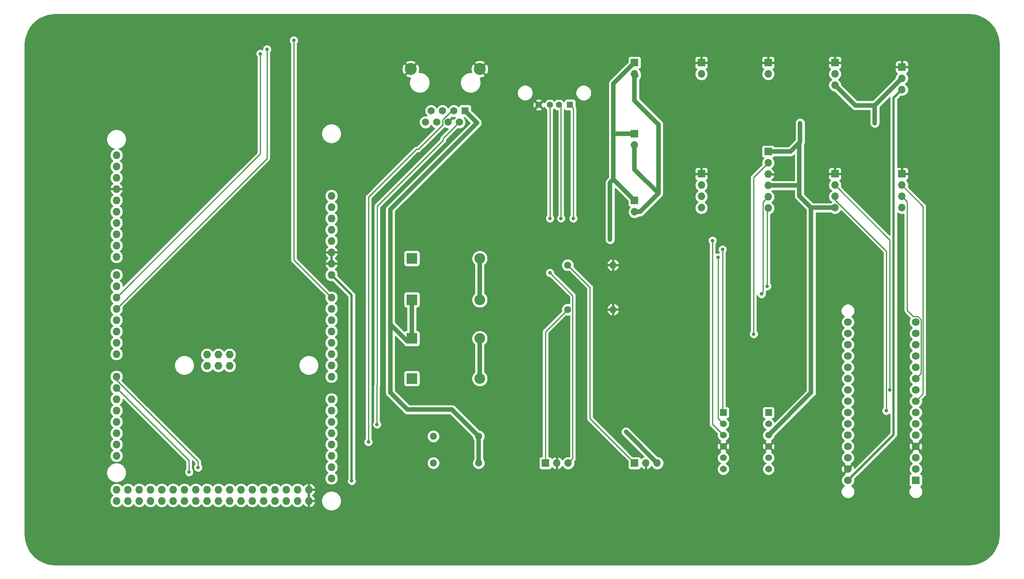
<source format=gbr>
G04 #@! TF.GenerationSoftware,KiCad,Pcbnew,(5.1.6)-1*
G04 #@! TF.CreationDate,2021-03-30T10:37:19-05:00*
G04 #@! TF.ProjectId,ControllerPCB,436f6e74-726f-46c6-9c65-725043422e6b,rev?*
G04 #@! TF.SameCoordinates,Original*
G04 #@! TF.FileFunction,Copper,L1,Top*
G04 #@! TF.FilePolarity,Positive*
%FSLAX46Y46*%
G04 Gerber Fmt 4.6, Leading zero omitted, Abs format (unit mm)*
G04 Created by KiCad (PCBNEW (5.1.6)-1) date 2021-03-30 10:37:19*
%MOMM*%
%LPD*%
G01*
G04 APERTURE LIST*
G04 #@! TA.AperFunction,ComponentPad*
%ADD10O,1.727200X1.727200*%
G04 #@! TD*
G04 #@! TA.AperFunction,ComponentPad*
%ADD11O,2.400000X2.400000*%
G04 #@! TD*
G04 #@! TA.AperFunction,ComponentPad*
%ADD12R,2.400000X2.400000*%
G04 #@! TD*
G04 #@! TA.AperFunction,ComponentPad*
%ADD13O,1.700000X1.700000*%
G04 #@! TD*
G04 #@! TA.AperFunction,ComponentPad*
%ADD14R,1.700000X1.700000*%
G04 #@! TD*
G04 #@! TA.AperFunction,ComponentPad*
%ADD15R,1.727200X1.727200*%
G04 #@! TD*
G04 #@! TA.AperFunction,ComponentPad*
%ADD16C,1.727200*%
G04 #@! TD*
G04 #@! TA.AperFunction,ComponentPad*
%ADD17C,1.524000*%
G04 #@! TD*
G04 #@! TA.AperFunction,ComponentPad*
%ADD18R,1.524000X1.524000*%
G04 #@! TD*
G04 #@! TA.AperFunction,ComponentPad*
%ADD19O,1.600000X1.600000*%
G04 #@! TD*
G04 #@! TA.AperFunction,ComponentPad*
%ADD20C,1.600000*%
G04 #@! TD*
G04 #@! TA.AperFunction,ComponentPad*
%ADD21C,1.428000*%
G04 #@! TD*
G04 #@! TA.AperFunction,ComponentPad*
%ADD22R,1.428000X1.428000*%
G04 #@! TD*
G04 #@! TA.AperFunction,ComponentPad*
%ADD23C,2.700000*%
G04 #@! TD*
G04 #@! TA.AperFunction,ComponentPad*
%ADD24C,1.650000*%
G04 #@! TD*
G04 #@! TA.AperFunction,ComponentPad*
%ADD25R,1.650000X1.650000*%
G04 #@! TD*
G04 #@! TA.AperFunction,ViaPad*
%ADD26C,1.000000*%
G04 #@! TD*
G04 #@! TA.AperFunction,ViaPad*
%ADD27C,0.800000*%
G04 #@! TD*
G04 #@! TA.AperFunction,ViaPad*
%ADD28C,6.200000*%
G04 #@! TD*
G04 #@! TA.AperFunction,Conductor*
%ADD29C,1.000000*%
G04 #@! TD*
G04 #@! TA.AperFunction,Conductor*
%ADD30C,0.250000*%
G04 #@! TD*
G04 #@! TA.AperFunction,Conductor*
%ADD31C,0.500000*%
G04 #@! TD*
G04 #@! TA.AperFunction,Conductor*
%ADD32C,0.254000*%
G04 #@! TD*
G04 APERTURE END LIST*
D10*
X79020000Y-109627000D03*
X101880000Y-142520000D03*
X101880000Y-139980000D03*
X99340000Y-142520000D03*
X99340000Y-139980000D03*
X96800000Y-142520000D03*
X96800000Y-139980000D03*
X94260000Y-142520000D03*
X94260000Y-139980000D03*
X91720000Y-142520000D03*
X91720000Y-139980000D03*
X89180000Y-142520000D03*
X89180000Y-139980000D03*
X86640000Y-142520000D03*
X86640000Y-139980000D03*
X84100000Y-142520000D03*
X84100000Y-139980000D03*
X81560000Y-142520000D03*
X81560000Y-139980000D03*
X79020000Y-142520000D03*
X79020000Y-139980000D03*
X76480000Y-142520000D03*
X76480000Y-139980000D03*
X73940000Y-142520000D03*
X73940000Y-139980000D03*
X71400000Y-142520000D03*
X71400000Y-139980000D03*
X68860000Y-142520000D03*
X68860000Y-139980000D03*
X66320000Y-142520000D03*
X66320000Y-139980000D03*
X63780000Y-142520000D03*
X63780000Y-139980000D03*
X61240000Y-142520000D03*
X61240000Y-139980000D03*
X58700000Y-142520000D03*
X58700000Y-139980000D03*
X106960000Y-137440000D03*
X106960000Y-134900000D03*
X106960000Y-132360000D03*
X106960000Y-129820000D03*
X106960000Y-127280000D03*
X106960000Y-124740000D03*
X106960000Y-122200000D03*
X106960000Y-119660000D03*
X106960000Y-114580000D03*
X106960000Y-112040000D03*
X106960000Y-109500000D03*
X106960000Y-106960000D03*
X106960000Y-104420000D03*
X106960000Y-101880000D03*
X106960000Y-99340000D03*
X106960000Y-73940000D03*
X58700000Y-80036000D03*
X58700000Y-77496000D03*
X58700000Y-74956000D03*
X58700000Y-69876000D03*
X58700000Y-67336000D03*
X58700000Y-64796000D03*
X58700000Y-82576000D03*
X58700000Y-85116000D03*
X58700000Y-87656000D03*
X58700000Y-72416000D03*
X58700000Y-91720000D03*
X58700000Y-94260000D03*
X58700000Y-96800000D03*
X58700000Y-99340000D03*
X58700000Y-101880000D03*
X58700000Y-104420000D03*
X58700000Y-106960000D03*
X58700000Y-109500000D03*
X58700000Y-114580000D03*
X58700000Y-117120000D03*
X58700000Y-119660000D03*
X58700000Y-122200000D03*
X58700000Y-124740000D03*
X58700000Y-127280000D03*
X58700000Y-129820000D03*
X58700000Y-132360000D03*
X106960000Y-76480000D03*
X106960000Y-79020000D03*
X106960000Y-81560000D03*
X106960000Y-84100000D03*
X106960000Y-86640000D03*
X106960000Y-89180000D03*
X106960000Y-91720000D03*
X106960000Y-96800000D03*
X79020000Y-112167000D03*
X81560000Y-109627000D03*
X81560000Y-112167000D03*
X84100000Y-112167000D03*
X84100000Y-109627000D03*
D11*
X140240000Y-97300000D03*
D12*
X125000000Y-97300000D03*
D11*
X140240000Y-106000000D03*
D12*
X125000000Y-106000000D03*
D11*
X140240000Y-115000000D03*
D12*
X125000000Y-115000000D03*
D11*
X140240000Y-88000000D03*
D12*
X125000000Y-88000000D03*
D13*
X175000000Y-77540000D03*
D14*
X175000000Y-75000000D03*
D13*
X175000000Y-62540000D03*
D14*
X175000000Y-60000000D03*
D13*
X235000000Y-50080000D03*
X235000000Y-47540000D03*
D14*
X235000000Y-45000000D03*
D13*
X180080000Y-134000000D03*
X177540000Y-134000000D03*
D14*
X175000000Y-134000000D03*
D13*
X160080000Y-134000000D03*
X157540000Y-134000000D03*
D14*
X155000000Y-134000000D03*
D15*
X238120000Y-137870000D03*
D16*
X238120000Y-135330000D03*
X238120000Y-132790000D03*
X238120000Y-130250000D03*
X238120000Y-127710000D03*
X238120000Y-125170000D03*
X238120000Y-122630000D03*
X238120000Y-120090000D03*
X238120000Y-117550000D03*
X238120000Y-115010000D03*
X238120000Y-112470000D03*
X238120000Y-109930000D03*
X238120000Y-107390000D03*
X238120000Y-104850000D03*
X238120000Y-102310000D03*
X222880000Y-102310000D03*
X222880000Y-104850000D03*
X222880000Y-107390000D03*
X222880000Y-109930000D03*
X222880000Y-112470000D03*
X222880000Y-115010000D03*
X222880000Y-117550000D03*
X222880000Y-120090000D03*
X222880000Y-122630000D03*
X222880000Y-125170000D03*
X222880000Y-127710000D03*
X222880000Y-130250000D03*
X222880000Y-132790000D03*
X222880000Y-135330000D03*
X222880000Y-137870000D03*
D17*
X205080000Y-135350000D03*
X205080000Y-132810000D03*
X205080000Y-130270000D03*
X205080000Y-127730000D03*
X205080000Y-125190000D03*
D18*
X205080000Y-122650000D03*
D17*
X194920000Y-135350000D03*
X194920000Y-132810000D03*
X194920000Y-130270000D03*
X194920000Y-127730000D03*
X194920000Y-125190000D03*
D18*
X194920000Y-122650000D03*
D19*
X170160000Y-89500000D03*
D20*
X160000000Y-89500000D03*
D19*
X170160000Y-99500000D03*
D20*
X160000000Y-99500000D03*
D19*
X129840000Y-134000000D03*
D20*
X140000000Y-134000000D03*
D19*
X129840000Y-128000000D03*
D20*
X140000000Y-128000000D03*
D21*
X153500000Y-53510000D03*
X156000000Y-53510000D03*
X158000000Y-53510000D03*
D22*
X160500000Y-53510000D03*
D13*
X205000000Y-76700000D03*
X205000000Y-74160000D03*
X205000000Y-71620000D03*
X205000000Y-69080000D03*
X205000000Y-66540000D03*
D14*
X205000000Y-64000000D03*
D13*
X235000000Y-76620000D03*
X235000000Y-74080000D03*
X235000000Y-71540000D03*
D14*
X235000000Y-69000000D03*
D13*
X220000000Y-76620000D03*
X220000000Y-74080000D03*
X220000000Y-71540000D03*
D14*
X220000000Y-69000000D03*
D23*
X124750000Y-45450000D03*
X140250000Y-45450000D03*
D24*
X128055000Y-57390000D03*
X129325000Y-54850000D03*
X130595000Y-57390000D03*
X131865000Y-54850000D03*
X133135000Y-57390000D03*
X134405000Y-54850000D03*
X135675000Y-57390000D03*
D25*
X136945000Y-54850000D03*
D13*
X175000000Y-46540000D03*
D14*
X175000000Y-44000000D03*
D13*
X220000000Y-49080000D03*
X220000000Y-46540000D03*
D14*
X220000000Y-44000000D03*
D13*
X190000000Y-46540000D03*
D14*
X190000000Y-44000000D03*
D13*
X190000000Y-76620000D03*
X190000000Y-74080000D03*
X190000000Y-71540000D03*
D14*
X190000000Y-69000000D03*
D13*
X205000000Y-46540000D03*
D14*
X205000000Y-44000000D03*
D26*
X169490000Y-83740000D03*
D27*
X201750000Y-105000000D03*
X92500000Y-41000000D03*
X91000000Y-42000000D03*
X98500000Y-39000000D03*
X115250000Y-129250000D03*
X117180000Y-125320000D03*
X231500000Y-122250000D03*
X232300000Y-117550000D03*
X204750000Y-94250000D03*
X203500000Y-96000000D03*
X194750000Y-86000000D03*
X158500000Y-79000000D03*
X192500000Y-84000000D03*
X161250000Y-79000000D03*
X111500000Y-138000000D03*
D28*
X250000000Y-150000000D03*
X45000000Y-150000000D03*
X45000000Y-40000000D03*
X250000000Y-40000000D03*
D27*
X78000000Y-129500000D03*
D26*
X180000000Y-57500000D03*
X139587500Y-57587500D03*
D27*
X228912500Y-57587500D03*
X212162500Y-57587500D03*
X156000000Y-91250000D03*
D26*
X173080000Y-127000000D03*
D27*
X193750000Y-87750000D03*
X156000000Y-79000000D03*
X77000000Y-135000000D03*
X75000000Y-136000000D03*
D29*
X140240000Y-97300000D02*
X140240000Y-88000000D01*
X175000000Y-75000000D02*
X170250000Y-70250000D01*
X170250000Y-48750000D02*
X175000000Y-44000000D01*
X175000000Y-60000000D02*
X170250000Y-60000000D01*
X170250000Y-70250000D02*
X170250000Y-60000000D01*
X170250000Y-60000000D02*
X170250000Y-48750000D01*
X169490000Y-71010000D02*
X170250000Y-70250000D01*
X169490000Y-83740000D02*
X169490000Y-71010000D01*
X140240000Y-106000000D02*
X140240000Y-115000000D01*
D30*
X205000000Y-66540000D02*
X201750000Y-69790000D01*
X201750000Y-69790000D02*
X201750000Y-105000000D01*
X201750000Y-105000000D02*
X201750000Y-105000000D01*
X92500000Y-65540000D02*
X58700000Y-99340000D01*
X92500000Y-41000000D02*
X92500000Y-65540000D01*
X91000000Y-64500000D02*
X91000000Y-42000000D01*
X58700000Y-96800000D02*
X91000000Y-64500000D01*
X98500000Y-88340000D02*
X106960000Y-96800000D01*
X98500000Y-39000000D02*
X98500000Y-88340000D01*
X115250000Y-129250000D02*
X115250000Y-74250000D01*
X131984999Y-57942001D02*
X131984999Y-56837999D01*
X126427000Y-63500000D02*
X131984999Y-57942001D01*
X126000000Y-63500000D02*
X126427000Y-63500000D01*
X133972998Y-54850000D02*
X134405000Y-54850000D01*
X131984999Y-56837999D02*
X133972998Y-54850000D01*
X115250000Y-74250000D02*
X126000000Y-63500000D01*
X135675000Y-57390000D02*
X132065000Y-61000000D01*
X132065000Y-61000000D02*
X132065000Y-61435000D01*
X132065000Y-61435000D02*
X117250000Y-76250000D01*
X117250000Y-76250000D02*
X117250000Y-116416740D01*
X117180000Y-116486740D02*
X117250000Y-116416740D01*
X117180000Y-125320000D02*
X117180000Y-116486740D01*
X231500000Y-86380998D02*
X220000000Y-74880998D01*
X220000000Y-74880998D02*
X220000000Y-74080000D01*
X231500000Y-122250000D02*
X231500000Y-86380998D01*
X232300000Y-83840000D02*
X232300000Y-117550000D01*
X220000000Y-71540000D02*
X232300000Y-83840000D01*
X239308601Y-113821399D02*
X238120000Y-115010000D01*
X239308601Y-101739471D02*
X239308601Y-113821399D01*
X237519999Y-101020001D02*
X238589131Y-101020001D01*
X236175001Y-99675003D02*
X237519999Y-101020001D01*
X236175001Y-75255001D02*
X236175001Y-99675003D01*
X238589131Y-101020001D02*
X239308601Y-101739471D01*
X235000000Y-74080000D02*
X236175001Y-75255001D01*
X239758611Y-118451389D02*
X238120000Y-120090000D01*
X239758611Y-76298611D02*
X239758611Y-118451389D01*
X235000000Y-71540000D02*
X239758611Y-76298611D01*
X204750000Y-76950000D02*
X205000000Y-76700000D01*
X204750000Y-94250000D02*
X204750000Y-76950000D01*
X203824999Y-75335001D02*
X203824999Y-95675001D01*
X203824999Y-95675001D02*
X203500000Y-96000000D01*
X205000000Y-74160000D02*
X203824999Y-75335001D01*
X158500000Y-54010000D02*
X158000000Y-53510000D01*
X158500000Y-79000000D02*
X158500000Y-54010000D01*
X194750000Y-122480000D02*
X194920000Y-122650000D01*
X194750000Y-86000000D02*
X194750000Y-122480000D01*
X161250000Y-54260000D02*
X160500000Y-53510000D01*
X161250000Y-79000000D02*
X161250000Y-54260000D01*
X192500000Y-125310000D02*
X194920000Y-127730000D01*
X192500000Y-84000000D02*
X192500000Y-125310000D01*
X155000000Y-104500000D02*
X160000000Y-99500000D01*
X155000000Y-134000000D02*
X155000000Y-104500000D01*
X175000000Y-134000000D02*
X165000000Y-124000000D01*
X165000000Y-94500000D02*
X160000000Y-89500000D01*
X165000000Y-124000000D02*
X165000000Y-94500000D01*
X235000000Y-50080000D02*
X233824999Y-51255001D01*
D31*
X233150001Y-51929999D02*
X235000000Y-50080000D01*
X233150001Y-127599999D02*
X233150001Y-51929999D01*
X222880000Y-137870000D02*
X233150001Y-127599999D01*
X111500000Y-96260000D02*
X106960000Y-91720000D01*
X111500000Y-138000000D02*
X111500000Y-96260000D01*
D29*
X139635000Y-57540000D02*
X136945000Y-54850000D01*
X211620000Y-71620000D02*
X212000000Y-72000000D01*
X205000000Y-71620000D02*
X211620000Y-71620000D01*
X212000000Y-72000000D02*
X212000000Y-74000000D01*
X125000000Y-106000000D02*
X125000000Y-97300000D01*
X139635000Y-57540000D02*
X139587500Y-57587500D01*
X120175000Y-77000000D02*
X120175000Y-102825000D01*
X120175000Y-102825000D02*
X124000000Y-106650000D01*
X120175000Y-102825000D02*
X120175000Y-118175000D01*
X120175000Y-118175000D02*
X124000000Y-122000000D01*
X134000000Y-122000000D02*
X140000000Y-128000000D01*
X124000000Y-122000000D02*
X134000000Y-122000000D01*
X140000000Y-134000000D02*
X140000000Y-128000000D01*
X205080000Y-127730000D02*
X214620000Y-118190000D01*
X139587500Y-57587500D02*
X120175000Y-77000000D01*
X176202081Y-77540000D02*
X175000000Y-77540000D01*
X175000000Y-68000000D02*
X180371040Y-73371040D01*
X175000000Y-62540000D02*
X175000000Y-68000000D01*
X180371040Y-73371040D02*
X176202081Y-77540000D01*
X175412500Y-46952500D02*
X175000000Y-46540000D01*
X212000000Y-74000000D02*
X214620000Y-76620000D01*
X214620000Y-76620000D02*
X220000000Y-76620000D01*
X214620000Y-118190000D02*
X214620000Y-76620000D01*
X212162500Y-61837500D02*
X212162500Y-57587500D01*
X205000000Y-64000000D02*
X210000000Y-64000000D01*
X210000000Y-64000000D02*
X212162500Y-61837500D01*
X212000000Y-62000000D02*
X212162500Y-61837500D01*
X212000000Y-72000000D02*
X212000000Y-62000000D01*
X228912500Y-53627500D02*
X235000000Y-47540000D01*
X228912500Y-57587500D02*
X228912500Y-53627500D01*
X175000000Y-52500000D02*
X180000000Y-57500000D01*
X175000000Y-46540000D02*
X175000000Y-52500000D01*
X180371040Y-57871040D02*
X180000000Y-57500000D01*
X180371040Y-73371040D02*
X180371040Y-57871040D01*
X224547500Y-53627500D02*
X220000000Y-49080000D01*
X228912500Y-53627500D02*
X224547500Y-53627500D01*
D30*
X161125001Y-132954999D02*
X160080000Y-134000000D01*
X161125001Y-96375001D02*
X161125001Y-132954999D01*
X156000000Y-91250000D02*
X161125001Y-96375001D01*
D29*
X173080000Y-127000000D02*
X173080000Y-127000000D01*
X173080000Y-127000000D02*
X180080000Y-134000000D01*
D30*
X156000000Y-79000000D02*
X156000000Y-53510000D01*
X193750000Y-124020000D02*
X194920000Y-125190000D01*
X193750000Y-87750000D02*
X193750000Y-124020000D01*
X58700000Y-115360870D02*
X58700000Y-114580000D01*
X77000000Y-133660870D02*
X58700000Y-115360870D01*
X77000000Y-135000000D02*
X77000000Y-133660870D01*
X75000000Y-133420000D02*
X75000000Y-136000000D01*
X58700000Y-117120000D02*
X75000000Y-133420000D01*
D32*
G36*
X250987141Y-33233360D02*
G01*
X251953616Y-33446738D01*
X252879156Y-33797393D01*
X253744385Y-34277986D01*
X254531169Y-34878440D01*
X255223039Y-35586188D01*
X255805493Y-36386396D01*
X256266332Y-37262310D01*
X256595900Y-38195566D01*
X256788021Y-39170315D01*
X256840000Y-40020165D01*
X256840001Y-149976080D01*
X256766640Y-150987143D01*
X256553262Y-151953616D01*
X256202609Y-152879151D01*
X255722019Y-153744378D01*
X255121560Y-154531169D01*
X254413808Y-155223042D01*
X253613604Y-155805493D01*
X252737693Y-156266331D01*
X251804434Y-156595900D01*
X250829685Y-156788021D01*
X249979835Y-156840000D01*
X45023906Y-156840000D01*
X44012857Y-156766640D01*
X43046384Y-156553262D01*
X42120849Y-156202609D01*
X41255622Y-155722019D01*
X40468831Y-155121560D01*
X39776958Y-154413808D01*
X39194507Y-153613604D01*
X38733669Y-152737693D01*
X38404100Y-151804434D01*
X38211979Y-150829685D01*
X38160000Y-149979835D01*
X38160000Y-139832401D01*
X57201400Y-139832401D01*
X57201400Y-140127599D01*
X57258990Y-140417125D01*
X57371958Y-140689853D01*
X57535961Y-140935302D01*
X57744698Y-141144039D01*
X57903281Y-141250000D01*
X57744698Y-141355961D01*
X57535961Y-141564698D01*
X57371958Y-141810147D01*
X57258990Y-142082875D01*
X57201400Y-142372401D01*
X57201400Y-142667599D01*
X57258990Y-142957125D01*
X57371958Y-143229853D01*
X57535961Y-143475302D01*
X57744698Y-143684039D01*
X57990147Y-143848042D01*
X58262875Y-143961010D01*
X58552401Y-144018600D01*
X58847599Y-144018600D01*
X59137125Y-143961010D01*
X59409853Y-143848042D01*
X59655302Y-143684039D01*
X59864039Y-143475302D01*
X59970000Y-143316719D01*
X60075961Y-143475302D01*
X60284698Y-143684039D01*
X60530147Y-143848042D01*
X60802875Y-143961010D01*
X61092401Y-144018600D01*
X61387599Y-144018600D01*
X61677125Y-143961010D01*
X61949853Y-143848042D01*
X62195302Y-143684039D01*
X62404039Y-143475302D01*
X62510000Y-143316719D01*
X62615961Y-143475302D01*
X62824698Y-143684039D01*
X63070147Y-143848042D01*
X63342875Y-143961010D01*
X63632401Y-144018600D01*
X63927599Y-144018600D01*
X64217125Y-143961010D01*
X64489853Y-143848042D01*
X64735302Y-143684039D01*
X64944039Y-143475302D01*
X65050000Y-143316719D01*
X65155961Y-143475302D01*
X65364698Y-143684039D01*
X65610147Y-143848042D01*
X65882875Y-143961010D01*
X66172401Y-144018600D01*
X66467599Y-144018600D01*
X66757125Y-143961010D01*
X67029853Y-143848042D01*
X67275302Y-143684039D01*
X67484039Y-143475302D01*
X67590000Y-143316719D01*
X67695961Y-143475302D01*
X67904698Y-143684039D01*
X68150147Y-143848042D01*
X68422875Y-143961010D01*
X68712401Y-144018600D01*
X69007599Y-144018600D01*
X69297125Y-143961010D01*
X69569853Y-143848042D01*
X69815302Y-143684039D01*
X70024039Y-143475302D01*
X70130000Y-143316719D01*
X70235961Y-143475302D01*
X70444698Y-143684039D01*
X70690147Y-143848042D01*
X70962875Y-143961010D01*
X71252401Y-144018600D01*
X71547599Y-144018600D01*
X71837125Y-143961010D01*
X72109853Y-143848042D01*
X72355302Y-143684039D01*
X72564039Y-143475302D01*
X72670000Y-143316719D01*
X72775961Y-143475302D01*
X72984698Y-143684039D01*
X73230147Y-143848042D01*
X73502875Y-143961010D01*
X73792401Y-144018600D01*
X74087599Y-144018600D01*
X74377125Y-143961010D01*
X74649853Y-143848042D01*
X74895302Y-143684039D01*
X75104039Y-143475302D01*
X75210000Y-143316719D01*
X75315961Y-143475302D01*
X75524698Y-143684039D01*
X75770147Y-143848042D01*
X76042875Y-143961010D01*
X76332401Y-144018600D01*
X76627599Y-144018600D01*
X76917125Y-143961010D01*
X77189853Y-143848042D01*
X77435302Y-143684039D01*
X77644039Y-143475302D01*
X77750000Y-143316719D01*
X77855961Y-143475302D01*
X78064698Y-143684039D01*
X78310147Y-143848042D01*
X78582875Y-143961010D01*
X78872401Y-144018600D01*
X79167599Y-144018600D01*
X79457125Y-143961010D01*
X79729853Y-143848042D01*
X79975302Y-143684039D01*
X80184039Y-143475302D01*
X80290000Y-143316719D01*
X80395961Y-143475302D01*
X80604698Y-143684039D01*
X80850147Y-143848042D01*
X81122875Y-143961010D01*
X81412401Y-144018600D01*
X81707599Y-144018600D01*
X81997125Y-143961010D01*
X82269853Y-143848042D01*
X82515302Y-143684039D01*
X82724039Y-143475302D01*
X82830000Y-143316719D01*
X82935961Y-143475302D01*
X83144698Y-143684039D01*
X83390147Y-143848042D01*
X83662875Y-143961010D01*
X83952401Y-144018600D01*
X84247599Y-144018600D01*
X84537125Y-143961010D01*
X84809853Y-143848042D01*
X85055302Y-143684039D01*
X85264039Y-143475302D01*
X85370000Y-143316719D01*
X85475961Y-143475302D01*
X85684698Y-143684039D01*
X85930147Y-143848042D01*
X86202875Y-143961010D01*
X86492401Y-144018600D01*
X86787599Y-144018600D01*
X87077125Y-143961010D01*
X87349853Y-143848042D01*
X87595302Y-143684039D01*
X87804039Y-143475302D01*
X87910000Y-143316719D01*
X88015961Y-143475302D01*
X88224698Y-143684039D01*
X88470147Y-143848042D01*
X88742875Y-143961010D01*
X89032401Y-144018600D01*
X89327599Y-144018600D01*
X89617125Y-143961010D01*
X89889853Y-143848042D01*
X90135302Y-143684039D01*
X90344039Y-143475302D01*
X90450000Y-143316719D01*
X90555961Y-143475302D01*
X90764698Y-143684039D01*
X91010147Y-143848042D01*
X91282875Y-143961010D01*
X91572401Y-144018600D01*
X91867599Y-144018600D01*
X92157125Y-143961010D01*
X92429853Y-143848042D01*
X92675302Y-143684039D01*
X92884039Y-143475302D01*
X92990000Y-143316719D01*
X93095961Y-143475302D01*
X93304698Y-143684039D01*
X93550147Y-143848042D01*
X93822875Y-143961010D01*
X94112401Y-144018600D01*
X94407599Y-144018600D01*
X94697125Y-143961010D01*
X94969853Y-143848042D01*
X95215302Y-143684039D01*
X95424039Y-143475302D01*
X95530000Y-143316719D01*
X95635961Y-143475302D01*
X95844698Y-143684039D01*
X96090147Y-143848042D01*
X96362875Y-143961010D01*
X96652401Y-144018600D01*
X96947599Y-144018600D01*
X97237125Y-143961010D01*
X97509853Y-143848042D01*
X97755302Y-143684039D01*
X97964039Y-143475302D01*
X98070000Y-143316719D01*
X98175961Y-143475302D01*
X98384698Y-143684039D01*
X98630147Y-143848042D01*
X98902875Y-143961010D01*
X99192401Y-144018600D01*
X99487599Y-144018600D01*
X99777125Y-143961010D01*
X100049853Y-143848042D01*
X100295302Y-143684039D01*
X100504039Y-143475302D01*
X100614559Y-143309897D01*
X100673183Y-143408488D01*
X100869707Y-143626854D01*
X101105056Y-143802684D01*
X101370186Y-143929222D01*
X101520974Y-143974958D01*
X101753000Y-143853817D01*
X101753000Y-142647000D01*
X102007000Y-142647000D01*
X102007000Y-143853817D01*
X102239026Y-143974958D01*
X102389814Y-143929222D01*
X102654944Y-143802684D01*
X102890293Y-143626854D01*
X103086817Y-143408488D01*
X103236964Y-143155978D01*
X103334963Y-142879027D01*
X103214464Y-142647000D01*
X102007000Y-142647000D01*
X101753000Y-142647000D01*
X101733000Y-142647000D01*
X101733000Y-142393000D01*
X101753000Y-142393000D01*
X101753000Y-140107000D01*
X102007000Y-140107000D01*
X102007000Y-142393000D01*
X103214464Y-142393000D01*
X103262828Y-142299872D01*
X104725000Y-142299872D01*
X104725000Y-142740128D01*
X104810890Y-143171925D01*
X104979369Y-143578669D01*
X105223962Y-143944729D01*
X105535271Y-144256038D01*
X105901331Y-144500631D01*
X106308075Y-144669110D01*
X106739872Y-144755000D01*
X107180128Y-144755000D01*
X107611925Y-144669110D01*
X108018669Y-144500631D01*
X108384729Y-144256038D01*
X108696038Y-143944729D01*
X108940631Y-143578669D01*
X109109110Y-143171925D01*
X109195000Y-142740128D01*
X109195000Y-142299872D01*
X109109110Y-141868075D01*
X108940631Y-141461331D01*
X108696038Y-141095271D01*
X108384729Y-140783962D01*
X108018669Y-140539369D01*
X107611925Y-140370890D01*
X107180128Y-140285000D01*
X106739872Y-140285000D01*
X106308075Y-140370890D01*
X105901331Y-140539369D01*
X105535271Y-140783962D01*
X105223962Y-141095271D01*
X104979369Y-141461331D01*
X104810890Y-141868075D01*
X104725000Y-142299872D01*
X103262828Y-142299872D01*
X103334963Y-142160973D01*
X103236964Y-141884022D01*
X103086817Y-141631512D01*
X102890293Y-141413146D01*
X102671922Y-141250000D01*
X102890293Y-141086854D01*
X103086817Y-140868488D01*
X103236964Y-140615978D01*
X103334963Y-140339027D01*
X103214464Y-140107000D01*
X102007000Y-140107000D01*
X101753000Y-140107000D01*
X101733000Y-140107000D01*
X101733000Y-139853000D01*
X101753000Y-139853000D01*
X101753000Y-138646183D01*
X102007000Y-138646183D01*
X102007000Y-139853000D01*
X103214464Y-139853000D01*
X103334963Y-139620973D01*
X103236964Y-139344022D01*
X103086817Y-139091512D01*
X102890293Y-138873146D01*
X102654944Y-138697316D01*
X102389814Y-138570778D01*
X102239026Y-138525042D01*
X102007000Y-138646183D01*
X101753000Y-138646183D01*
X101520974Y-138525042D01*
X101370186Y-138570778D01*
X101105056Y-138697316D01*
X100869707Y-138873146D01*
X100673183Y-139091512D01*
X100614559Y-139190103D01*
X100504039Y-139024698D01*
X100295302Y-138815961D01*
X100049853Y-138651958D01*
X99777125Y-138538990D01*
X99487599Y-138481400D01*
X99192401Y-138481400D01*
X98902875Y-138538990D01*
X98630147Y-138651958D01*
X98384698Y-138815961D01*
X98175961Y-139024698D01*
X98070000Y-139183281D01*
X97964039Y-139024698D01*
X97755302Y-138815961D01*
X97509853Y-138651958D01*
X97237125Y-138538990D01*
X96947599Y-138481400D01*
X96652401Y-138481400D01*
X96362875Y-138538990D01*
X96090147Y-138651958D01*
X95844698Y-138815961D01*
X95635961Y-139024698D01*
X95530000Y-139183281D01*
X95424039Y-139024698D01*
X95215302Y-138815961D01*
X94969853Y-138651958D01*
X94697125Y-138538990D01*
X94407599Y-138481400D01*
X94112401Y-138481400D01*
X93822875Y-138538990D01*
X93550147Y-138651958D01*
X93304698Y-138815961D01*
X93095961Y-139024698D01*
X92990000Y-139183281D01*
X92884039Y-139024698D01*
X92675302Y-138815961D01*
X92429853Y-138651958D01*
X92157125Y-138538990D01*
X91867599Y-138481400D01*
X91572401Y-138481400D01*
X91282875Y-138538990D01*
X91010147Y-138651958D01*
X90764698Y-138815961D01*
X90555961Y-139024698D01*
X90450000Y-139183281D01*
X90344039Y-139024698D01*
X90135302Y-138815961D01*
X89889853Y-138651958D01*
X89617125Y-138538990D01*
X89327599Y-138481400D01*
X89032401Y-138481400D01*
X88742875Y-138538990D01*
X88470147Y-138651958D01*
X88224698Y-138815961D01*
X88015961Y-139024698D01*
X87910000Y-139183281D01*
X87804039Y-139024698D01*
X87595302Y-138815961D01*
X87349853Y-138651958D01*
X87077125Y-138538990D01*
X86787599Y-138481400D01*
X86492401Y-138481400D01*
X86202875Y-138538990D01*
X85930147Y-138651958D01*
X85684698Y-138815961D01*
X85475961Y-139024698D01*
X85370000Y-139183281D01*
X85264039Y-139024698D01*
X85055302Y-138815961D01*
X84809853Y-138651958D01*
X84537125Y-138538990D01*
X84247599Y-138481400D01*
X83952401Y-138481400D01*
X83662875Y-138538990D01*
X83390147Y-138651958D01*
X83144698Y-138815961D01*
X82935961Y-139024698D01*
X82830000Y-139183281D01*
X82724039Y-139024698D01*
X82515302Y-138815961D01*
X82269853Y-138651958D01*
X81997125Y-138538990D01*
X81707599Y-138481400D01*
X81412401Y-138481400D01*
X81122875Y-138538990D01*
X80850147Y-138651958D01*
X80604698Y-138815961D01*
X80395961Y-139024698D01*
X80290000Y-139183281D01*
X80184039Y-139024698D01*
X79975302Y-138815961D01*
X79729853Y-138651958D01*
X79457125Y-138538990D01*
X79167599Y-138481400D01*
X78872401Y-138481400D01*
X78582875Y-138538990D01*
X78310147Y-138651958D01*
X78064698Y-138815961D01*
X77855961Y-139024698D01*
X77750000Y-139183281D01*
X77644039Y-139024698D01*
X77435302Y-138815961D01*
X77189853Y-138651958D01*
X76917125Y-138538990D01*
X76627599Y-138481400D01*
X76332401Y-138481400D01*
X76042875Y-138538990D01*
X75770147Y-138651958D01*
X75524698Y-138815961D01*
X75315961Y-139024698D01*
X75210000Y-139183281D01*
X75104039Y-139024698D01*
X74895302Y-138815961D01*
X74649853Y-138651958D01*
X74377125Y-138538990D01*
X74087599Y-138481400D01*
X73792401Y-138481400D01*
X73502875Y-138538990D01*
X73230147Y-138651958D01*
X72984698Y-138815961D01*
X72775961Y-139024698D01*
X72670000Y-139183281D01*
X72564039Y-139024698D01*
X72355302Y-138815961D01*
X72109853Y-138651958D01*
X71837125Y-138538990D01*
X71547599Y-138481400D01*
X71252401Y-138481400D01*
X70962875Y-138538990D01*
X70690147Y-138651958D01*
X70444698Y-138815961D01*
X70235961Y-139024698D01*
X70130000Y-139183281D01*
X70024039Y-139024698D01*
X69815302Y-138815961D01*
X69569853Y-138651958D01*
X69297125Y-138538990D01*
X69007599Y-138481400D01*
X68712401Y-138481400D01*
X68422875Y-138538990D01*
X68150147Y-138651958D01*
X67904698Y-138815961D01*
X67695961Y-139024698D01*
X67590000Y-139183281D01*
X67484039Y-139024698D01*
X67275302Y-138815961D01*
X67029853Y-138651958D01*
X66757125Y-138538990D01*
X66467599Y-138481400D01*
X66172401Y-138481400D01*
X65882875Y-138538990D01*
X65610147Y-138651958D01*
X65364698Y-138815961D01*
X65155961Y-139024698D01*
X65050000Y-139183281D01*
X64944039Y-139024698D01*
X64735302Y-138815961D01*
X64489853Y-138651958D01*
X64217125Y-138538990D01*
X63927599Y-138481400D01*
X63632401Y-138481400D01*
X63342875Y-138538990D01*
X63070147Y-138651958D01*
X62824698Y-138815961D01*
X62615961Y-139024698D01*
X62510000Y-139183281D01*
X62404039Y-139024698D01*
X62195302Y-138815961D01*
X61949853Y-138651958D01*
X61677125Y-138538990D01*
X61387599Y-138481400D01*
X61092401Y-138481400D01*
X60802875Y-138538990D01*
X60530147Y-138651958D01*
X60284698Y-138815961D01*
X60075961Y-139024698D01*
X59970000Y-139183281D01*
X59864039Y-139024698D01*
X59655302Y-138815961D01*
X59409853Y-138651958D01*
X59137125Y-138538990D01*
X58847599Y-138481400D01*
X58552401Y-138481400D01*
X58262875Y-138538990D01*
X57990147Y-138651958D01*
X57744698Y-138815961D01*
X57535961Y-139024698D01*
X57371958Y-139270147D01*
X57258990Y-139542875D01*
X57201400Y-139832401D01*
X38160000Y-139832401D01*
X38160000Y-135949872D01*
X56465000Y-135949872D01*
X56465000Y-136390128D01*
X56550890Y-136821925D01*
X56719369Y-137228669D01*
X56963962Y-137594729D01*
X57275271Y-137906038D01*
X57641331Y-138150631D01*
X58048075Y-138319110D01*
X58479872Y-138405000D01*
X58920128Y-138405000D01*
X59351925Y-138319110D01*
X59758669Y-138150631D01*
X60124729Y-137906038D01*
X60436038Y-137594729D01*
X60680631Y-137228669D01*
X60849110Y-136821925D01*
X60935000Y-136390128D01*
X60935000Y-135949872D01*
X60849110Y-135518075D01*
X60680631Y-135111331D01*
X60436038Y-134745271D01*
X60124729Y-134433962D01*
X59758669Y-134189369D01*
X59351925Y-134020890D01*
X58920128Y-133935000D01*
X58479872Y-133935000D01*
X58048075Y-134020890D01*
X57641331Y-134189369D01*
X57275271Y-134433962D01*
X56963962Y-134745271D01*
X56719369Y-135111331D01*
X56550890Y-135518075D01*
X56465000Y-135949872D01*
X38160000Y-135949872D01*
X38160000Y-114432401D01*
X57201400Y-114432401D01*
X57201400Y-114727599D01*
X57258990Y-115017125D01*
X57371958Y-115289853D01*
X57535961Y-115535302D01*
X57744698Y-115744039D01*
X57903281Y-115850000D01*
X57744698Y-115955961D01*
X57535961Y-116164698D01*
X57371958Y-116410147D01*
X57258990Y-116682875D01*
X57201400Y-116972401D01*
X57201400Y-117267599D01*
X57258990Y-117557125D01*
X57371958Y-117829853D01*
X57535961Y-118075302D01*
X57744698Y-118284039D01*
X57903281Y-118390000D01*
X57744698Y-118495961D01*
X57535961Y-118704698D01*
X57371958Y-118950147D01*
X57258990Y-119222875D01*
X57201400Y-119512401D01*
X57201400Y-119807599D01*
X57258990Y-120097125D01*
X57371958Y-120369853D01*
X57535961Y-120615302D01*
X57744698Y-120824039D01*
X57903281Y-120930000D01*
X57744698Y-121035961D01*
X57535961Y-121244698D01*
X57371958Y-121490147D01*
X57258990Y-121762875D01*
X57201400Y-122052401D01*
X57201400Y-122347599D01*
X57258990Y-122637125D01*
X57371958Y-122909853D01*
X57535961Y-123155302D01*
X57744698Y-123364039D01*
X57903281Y-123470000D01*
X57744698Y-123575961D01*
X57535961Y-123784698D01*
X57371958Y-124030147D01*
X57258990Y-124302875D01*
X57201400Y-124592401D01*
X57201400Y-124887599D01*
X57258990Y-125177125D01*
X57371958Y-125449853D01*
X57535961Y-125695302D01*
X57744698Y-125904039D01*
X57903281Y-126010000D01*
X57744698Y-126115961D01*
X57535961Y-126324698D01*
X57371958Y-126570147D01*
X57258990Y-126842875D01*
X57201400Y-127132401D01*
X57201400Y-127427599D01*
X57258990Y-127717125D01*
X57371958Y-127989853D01*
X57535961Y-128235302D01*
X57744698Y-128444039D01*
X57903281Y-128550000D01*
X57744698Y-128655961D01*
X57535961Y-128864698D01*
X57371958Y-129110147D01*
X57258990Y-129382875D01*
X57201400Y-129672401D01*
X57201400Y-129967599D01*
X57258990Y-130257125D01*
X57371958Y-130529853D01*
X57535961Y-130775302D01*
X57744698Y-130984039D01*
X57903281Y-131090000D01*
X57744698Y-131195961D01*
X57535961Y-131404698D01*
X57371958Y-131650147D01*
X57258990Y-131922875D01*
X57201400Y-132212401D01*
X57201400Y-132507599D01*
X57258990Y-132797125D01*
X57371958Y-133069853D01*
X57535961Y-133315302D01*
X57744698Y-133524039D01*
X57990147Y-133688042D01*
X58262875Y-133801010D01*
X58552401Y-133858600D01*
X58847599Y-133858600D01*
X59137125Y-133801010D01*
X59409853Y-133688042D01*
X59655302Y-133524039D01*
X59864039Y-133315302D01*
X60028042Y-133069853D01*
X60141010Y-132797125D01*
X60198600Y-132507599D01*
X60198600Y-132212401D01*
X60141010Y-131922875D01*
X60028042Y-131650147D01*
X59864039Y-131404698D01*
X59655302Y-131195961D01*
X59496719Y-131090000D01*
X59655302Y-130984039D01*
X59864039Y-130775302D01*
X60028042Y-130529853D01*
X60141010Y-130257125D01*
X60198600Y-129967599D01*
X60198600Y-129672401D01*
X60141010Y-129382875D01*
X60028042Y-129110147D01*
X59864039Y-128864698D01*
X59655302Y-128655961D01*
X59496719Y-128550000D01*
X59655302Y-128444039D01*
X59864039Y-128235302D01*
X60028042Y-127989853D01*
X60141010Y-127717125D01*
X60198600Y-127427599D01*
X60198600Y-127132401D01*
X60141010Y-126842875D01*
X60028042Y-126570147D01*
X59864039Y-126324698D01*
X59655302Y-126115961D01*
X59496719Y-126010000D01*
X59655302Y-125904039D01*
X59864039Y-125695302D01*
X60028042Y-125449853D01*
X60141010Y-125177125D01*
X60198600Y-124887599D01*
X60198600Y-124592401D01*
X60141010Y-124302875D01*
X60028042Y-124030147D01*
X59864039Y-123784698D01*
X59655302Y-123575961D01*
X59496719Y-123470000D01*
X59655302Y-123364039D01*
X59864039Y-123155302D01*
X60028042Y-122909853D01*
X60141010Y-122637125D01*
X60198600Y-122347599D01*
X60198600Y-122052401D01*
X60141010Y-121762875D01*
X60028042Y-121490147D01*
X59864039Y-121244698D01*
X59655302Y-121035961D01*
X59496719Y-120930000D01*
X59655302Y-120824039D01*
X59864039Y-120615302D01*
X60028042Y-120369853D01*
X60141010Y-120097125D01*
X60198600Y-119807599D01*
X60198600Y-119693401D01*
X74240000Y-133734802D01*
X74240001Y-135296288D01*
X74196063Y-135340226D01*
X74082795Y-135509744D01*
X74004774Y-135698102D01*
X73965000Y-135898061D01*
X73965000Y-136101939D01*
X74004774Y-136301898D01*
X74082795Y-136490256D01*
X74196063Y-136659774D01*
X74340226Y-136803937D01*
X74509744Y-136917205D01*
X74698102Y-136995226D01*
X74898061Y-137035000D01*
X75101939Y-137035000D01*
X75301898Y-136995226D01*
X75490256Y-136917205D01*
X75659774Y-136803937D01*
X75803937Y-136659774D01*
X75917205Y-136490256D01*
X75995226Y-136301898D01*
X76035000Y-136101939D01*
X76035000Y-135898061D01*
X75995226Y-135698102D01*
X75917205Y-135509744D01*
X75803937Y-135340226D01*
X75760000Y-135296289D01*
X75760000Y-133495672D01*
X76240001Y-133975673D01*
X76240001Y-134296288D01*
X76196063Y-134340226D01*
X76082795Y-134509744D01*
X76004774Y-134698102D01*
X75965000Y-134898061D01*
X75965000Y-135101939D01*
X76004774Y-135301898D01*
X76082795Y-135490256D01*
X76196063Y-135659774D01*
X76340226Y-135803937D01*
X76509744Y-135917205D01*
X76698102Y-135995226D01*
X76898061Y-136035000D01*
X77101939Y-136035000D01*
X77301898Y-135995226D01*
X77490256Y-135917205D01*
X77659774Y-135803937D01*
X77803937Y-135659774D01*
X77917205Y-135490256D01*
X77995226Y-135301898D01*
X78035000Y-135101939D01*
X78035000Y-134898061D01*
X77995226Y-134698102D01*
X77917205Y-134509744D01*
X77803937Y-134340226D01*
X77760000Y-134296289D01*
X77760000Y-133698192D01*
X77763676Y-133660869D01*
X77760000Y-133623546D01*
X77760000Y-133623537D01*
X77749003Y-133511884D01*
X77705546Y-133368623D01*
X77634974Y-133236594D01*
X77540001Y-133120869D01*
X77511003Y-133097071D01*
X63926333Y-119512401D01*
X105461400Y-119512401D01*
X105461400Y-119807599D01*
X105518990Y-120097125D01*
X105631958Y-120369853D01*
X105795961Y-120615302D01*
X106004698Y-120824039D01*
X106163281Y-120930000D01*
X106004698Y-121035961D01*
X105795961Y-121244698D01*
X105631958Y-121490147D01*
X105518990Y-121762875D01*
X105461400Y-122052401D01*
X105461400Y-122347599D01*
X105518990Y-122637125D01*
X105631958Y-122909853D01*
X105795961Y-123155302D01*
X106004698Y-123364039D01*
X106163281Y-123470000D01*
X106004698Y-123575961D01*
X105795961Y-123784698D01*
X105631958Y-124030147D01*
X105518990Y-124302875D01*
X105461400Y-124592401D01*
X105461400Y-124887599D01*
X105518990Y-125177125D01*
X105631958Y-125449853D01*
X105795961Y-125695302D01*
X106004698Y-125904039D01*
X106163281Y-126010000D01*
X106004698Y-126115961D01*
X105795961Y-126324698D01*
X105631958Y-126570147D01*
X105518990Y-126842875D01*
X105461400Y-127132401D01*
X105461400Y-127427599D01*
X105518990Y-127717125D01*
X105631958Y-127989853D01*
X105795961Y-128235302D01*
X106004698Y-128444039D01*
X106163281Y-128550000D01*
X106004698Y-128655961D01*
X105795961Y-128864698D01*
X105631958Y-129110147D01*
X105518990Y-129382875D01*
X105461400Y-129672401D01*
X105461400Y-129967599D01*
X105518990Y-130257125D01*
X105631958Y-130529853D01*
X105795961Y-130775302D01*
X106004698Y-130984039D01*
X106163281Y-131090000D01*
X106004698Y-131195961D01*
X105795961Y-131404698D01*
X105631958Y-131650147D01*
X105518990Y-131922875D01*
X105461400Y-132212401D01*
X105461400Y-132507599D01*
X105518990Y-132797125D01*
X105631958Y-133069853D01*
X105795961Y-133315302D01*
X106004698Y-133524039D01*
X106163281Y-133630000D01*
X106004698Y-133735961D01*
X105795961Y-133944698D01*
X105631958Y-134190147D01*
X105518990Y-134462875D01*
X105461400Y-134752401D01*
X105461400Y-135047599D01*
X105518990Y-135337125D01*
X105631958Y-135609853D01*
X105795961Y-135855302D01*
X106004698Y-136064039D01*
X106163281Y-136170000D01*
X106004698Y-136275961D01*
X105795961Y-136484698D01*
X105631958Y-136730147D01*
X105518990Y-137002875D01*
X105461400Y-137292401D01*
X105461400Y-137587599D01*
X105518990Y-137877125D01*
X105631958Y-138149853D01*
X105795961Y-138395302D01*
X106004698Y-138604039D01*
X106250147Y-138768042D01*
X106522875Y-138881010D01*
X106812401Y-138938600D01*
X107107599Y-138938600D01*
X107397125Y-138881010D01*
X107669853Y-138768042D01*
X107915302Y-138604039D01*
X108124039Y-138395302D01*
X108288042Y-138149853D01*
X108401010Y-137877125D01*
X108458600Y-137587599D01*
X108458600Y-137292401D01*
X108401010Y-137002875D01*
X108288042Y-136730147D01*
X108124039Y-136484698D01*
X107915302Y-136275961D01*
X107756719Y-136170000D01*
X107915302Y-136064039D01*
X108124039Y-135855302D01*
X108288042Y-135609853D01*
X108401010Y-135337125D01*
X108458600Y-135047599D01*
X108458600Y-134752401D01*
X108401010Y-134462875D01*
X108288042Y-134190147D01*
X108124039Y-133944698D01*
X107915302Y-133735961D01*
X107756719Y-133630000D01*
X107915302Y-133524039D01*
X108124039Y-133315302D01*
X108288042Y-133069853D01*
X108401010Y-132797125D01*
X108458600Y-132507599D01*
X108458600Y-132212401D01*
X108401010Y-131922875D01*
X108288042Y-131650147D01*
X108124039Y-131404698D01*
X107915302Y-131195961D01*
X107756719Y-131090000D01*
X107915302Y-130984039D01*
X108124039Y-130775302D01*
X108288042Y-130529853D01*
X108401010Y-130257125D01*
X108458600Y-129967599D01*
X108458600Y-129672401D01*
X108401010Y-129382875D01*
X108288042Y-129110147D01*
X108124039Y-128864698D01*
X107915302Y-128655961D01*
X107756719Y-128550000D01*
X107915302Y-128444039D01*
X108124039Y-128235302D01*
X108288042Y-127989853D01*
X108401010Y-127717125D01*
X108458600Y-127427599D01*
X108458600Y-127132401D01*
X108401010Y-126842875D01*
X108288042Y-126570147D01*
X108124039Y-126324698D01*
X107915302Y-126115961D01*
X107756719Y-126010000D01*
X107915302Y-125904039D01*
X108124039Y-125695302D01*
X108288042Y-125449853D01*
X108401010Y-125177125D01*
X108458600Y-124887599D01*
X108458600Y-124592401D01*
X108401010Y-124302875D01*
X108288042Y-124030147D01*
X108124039Y-123784698D01*
X107915302Y-123575961D01*
X107756719Y-123470000D01*
X107915302Y-123364039D01*
X108124039Y-123155302D01*
X108288042Y-122909853D01*
X108401010Y-122637125D01*
X108458600Y-122347599D01*
X108458600Y-122052401D01*
X108401010Y-121762875D01*
X108288042Y-121490147D01*
X108124039Y-121244698D01*
X107915302Y-121035961D01*
X107756719Y-120930000D01*
X107915302Y-120824039D01*
X108124039Y-120615302D01*
X108288042Y-120369853D01*
X108401010Y-120097125D01*
X108458600Y-119807599D01*
X108458600Y-119512401D01*
X108401010Y-119222875D01*
X108288042Y-118950147D01*
X108124039Y-118704698D01*
X107915302Y-118495961D01*
X107669853Y-118331958D01*
X107397125Y-118218990D01*
X107107599Y-118161400D01*
X106812401Y-118161400D01*
X106522875Y-118218990D01*
X106250147Y-118331958D01*
X106004698Y-118495961D01*
X105795961Y-118704698D01*
X105631958Y-118950147D01*
X105518990Y-119222875D01*
X105461400Y-119512401D01*
X63926333Y-119512401D01*
X59898163Y-115484232D01*
X60028042Y-115289853D01*
X60141010Y-115017125D01*
X60198600Y-114727599D01*
X60198600Y-114432401D01*
X60141010Y-114142875D01*
X60028042Y-113870147D01*
X59864039Y-113624698D01*
X59655302Y-113415961D01*
X59409853Y-113251958D01*
X59137125Y-113138990D01*
X58847599Y-113081400D01*
X58552401Y-113081400D01*
X58262875Y-113138990D01*
X57990147Y-113251958D01*
X57744698Y-113415961D01*
X57535961Y-113624698D01*
X57371958Y-113870147D01*
X57258990Y-114142875D01*
X57201400Y-114432401D01*
X38160000Y-114432401D01*
X38160000Y-111819872D01*
X71705000Y-111819872D01*
X71705000Y-112260128D01*
X71790890Y-112691925D01*
X71959369Y-113098669D01*
X72203962Y-113464729D01*
X72515271Y-113776038D01*
X72881331Y-114020631D01*
X73288075Y-114189110D01*
X73719872Y-114275000D01*
X74160128Y-114275000D01*
X74591925Y-114189110D01*
X74998669Y-114020631D01*
X75364729Y-113776038D01*
X75676038Y-113464729D01*
X75920631Y-113098669D01*
X76089110Y-112691925D01*
X76175000Y-112260128D01*
X76175000Y-111819872D01*
X76089110Y-111388075D01*
X75920631Y-110981331D01*
X75676038Y-110615271D01*
X75364729Y-110303962D01*
X74998669Y-110059369D01*
X74591925Y-109890890D01*
X74160128Y-109805000D01*
X73719872Y-109805000D01*
X73288075Y-109890890D01*
X72881331Y-110059369D01*
X72515271Y-110303962D01*
X72203962Y-110615271D01*
X71959369Y-110981331D01*
X71790890Y-111388075D01*
X71705000Y-111819872D01*
X38160000Y-111819872D01*
X38160000Y-91572401D01*
X57201400Y-91572401D01*
X57201400Y-91867599D01*
X57258990Y-92157125D01*
X57371958Y-92429853D01*
X57535961Y-92675302D01*
X57744698Y-92884039D01*
X57903281Y-92990000D01*
X57744698Y-93095961D01*
X57535961Y-93304698D01*
X57371958Y-93550147D01*
X57258990Y-93822875D01*
X57201400Y-94112401D01*
X57201400Y-94407599D01*
X57258990Y-94697125D01*
X57371958Y-94969853D01*
X57535961Y-95215302D01*
X57744698Y-95424039D01*
X57903281Y-95530000D01*
X57744698Y-95635961D01*
X57535961Y-95844698D01*
X57371958Y-96090147D01*
X57258990Y-96362875D01*
X57201400Y-96652401D01*
X57201400Y-96947599D01*
X57258990Y-97237125D01*
X57371958Y-97509853D01*
X57535961Y-97755302D01*
X57744698Y-97964039D01*
X57903281Y-98070000D01*
X57744698Y-98175961D01*
X57535961Y-98384698D01*
X57371958Y-98630147D01*
X57258990Y-98902875D01*
X57201400Y-99192401D01*
X57201400Y-99487599D01*
X57258990Y-99777125D01*
X57371958Y-100049853D01*
X57535961Y-100295302D01*
X57744698Y-100504039D01*
X57903281Y-100610000D01*
X57744698Y-100715961D01*
X57535961Y-100924698D01*
X57371958Y-101170147D01*
X57258990Y-101442875D01*
X57201400Y-101732401D01*
X57201400Y-102027599D01*
X57258990Y-102317125D01*
X57371958Y-102589853D01*
X57535961Y-102835302D01*
X57744698Y-103044039D01*
X57903281Y-103150000D01*
X57744698Y-103255961D01*
X57535961Y-103464698D01*
X57371958Y-103710147D01*
X57258990Y-103982875D01*
X57201400Y-104272401D01*
X57201400Y-104567599D01*
X57258990Y-104857125D01*
X57371958Y-105129853D01*
X57535961Y-105375302D01*
X57744698Y-105584039D01*
X57903281Y-105690000D01*
X57744698Y-105795961D01*
X57535961Y-106004698D01*
X57371958Y-106250147D01*
X57258990Y-106522875D01*
X57201400Y-106812401D01*
X57201400Y-107107599D01*
X57258990Y-107397125D01*
X57371958Y-107669853D01*
X57535961Y-107915302D01*
X57744698Y-108124039D01*
X57903281Y-108230000D01*
X57744698Y-108335961D01*
X57535961Y-108544698D01*
X57371958Y-108790147D01*
X57258990Y-109062875D01*
X57201400Y-109352401D01*
X57201400Y-109647599D01*
X57258990Y-109937125D01*
X57371958Y-110209853D01*
X57535961Y-110455302D01*
X57744698Y-110664039D01*
X57990147Y-110828042D01*
X58262875Y-110941010D01*
X58552401Y-110998600D01*
X58847599Y-110998600D01*
X59137125Y-110941010D01*
X59409853Y-110828042D01*
X59655302Y-110664039D01*
X59864039Y-110455302D01*
X60028042Y-110209853D01*
X60141010Y-109937125D01*
X60198600Y-109647599D01*
X60198600Y-109479401D01*
X77521400Y-109479401D01*
X77521400Y-109774599D01*
X77578990Y-110064125D01*
X77691958Y-110336853D01*
X77855961Y-110582302D01*
X78064698Y-110791039D01*
X78223281Y-110897000D01*
X78064698Y-111002961D01*
X77855961Y-111211698D01*
X77691958Y-111457147D01*
X77578990Y-111729875D01*
X77521400Y-112019401D01*
X77521400Y-112314599D01*
X77578990Y-112604125D01*
X77691958Y-112876853D01*
X77855961Y-113122302D01*
X78064698Y-113331039D01*
X78310147Y-113495042D01*
X78582875Y-113608010D01*
X78872401Y-113665600D01*
X79167599Y-113665600D01*
X79457125Y-113608010D01*
X79729853Y-113495042D01*
X79975302Y-113331039D01*
X80184039Y-113122302D01*
X80290000Y-112963719D01*
X80395961Y-113122302D01*
X80604698Y-113331039D01*
X80850147Y-113495042D01*
X81122875Y-113608010D01*
X81412401Y-113665600D01*
X81707599Y-113665600D01*
X81997125Y-113608010D01*
X82269853Y-113495042D01*
X82515302Y-113331039D01*
X82724039Y-113122302D01*
X82830000Y-112963719D01*
X82935961Y-113122302D01*
X83144698Y-113331039D01*
X83390147Y-113495042D01*
X83662875Y-113608010D01*
X83952401Y-113665600D01*
X84247599Y-113665600D01*
X84537125Y-113608010D01*
X84809853Y-113495042D01*
X85055302Y-113331039D01*
X85264039Y-113122302D01*
X85428042Y-112876853D01*
X85541010Y-112604125D01*
X85598600Y-112314599D01*
X85598600Y-112019401D01*
X85558912Y-111819872D01*
X99645000Y-111819872D01*
X99645000Y-112260128D01*
X99730890Y-112691925D01*
X99899369Y-113098669D01*
X100143962Y-113464729D01*
X100455271Y-113776038D01*
X100821331Y-114020631D01*
X101228075Y-114189110D01*
X101659872Y-114275000D01*
X102100128Y-114275000D01*
X102531925Y-114189110D01*
X102938669Y-114020631D01*
X103304729Y-113776038D01*
X103616038Y-113464729D01*
X103860631Y-113098669D01*
X104029110Y-112691925D01*
X104115000Y-112260128D01*
X104115000Y-111819872D01*
X104029110Y-111388075D01*
X103860631Y-110981331D01*
X103616038Y-110615271D01*
X103304729Y-110303962D01*
X102938669Y-110059369D01*
X102531925Y-109890890D01*
X102100128Y-109805000D01*
X101659872Y-109805000D01*
X101228075Y-109890890D01*
X100821331Y-110059369D01*
X100455271Y-110303962D01*
X100143962Y-110615271D01*
X99899369Y-110981331D01*
X99730890Y-111388075D01*
X99645000Y-111819872D01*
X85558912Y-111819872D01*
X85541010Y-111729875D01*
X85428042Y-111457147D01*
X85264039Y-111211698D01*
X85055302Y-111002961D01*
X84896719Y-110897000D01*
X85055302Y-110791039D01*
X85264039Y-110582302D01*
X85428042Y-110336853D01*
X85541010Y-110064125D01*
X85598600Y-109774599D01*
X85598600Y-109479401D01*
X85541010Y-109189875D01*
X85428042Y-108917147D01*
X85264039Y-108671698D01*
X85055302Y-108462961D01*
X84809853Y-108298958D01*
X84537125Y-108185990D01*
X84247599Y-108128400D01*
X83952401Y-108128400D01*
X83662875Y-108185990D01*
X83390147Y-108298958D01*
X83144698Y-108462961D01*
X82935961Y-108671698D01*
X82830000Y-108830281D01*
X82724039Y-108671698D01*
X82515302Y-108462961D01*
X82269853Y-108298958D01*
X81997125Y-108185990D01*
X81707599Y-108128400D01*
X81412401Y-108128400D01*
X81122875Y-108185990D01*
X80850147Y-108298958D01*
X80604698Y-108462961D01*
X80395961Y-108671698D01*
X80290000Y-108830281D01*
X80184039Y-108671698D01*
X79975302Y-108462961D01*
X79729853Y-108298958D01*
X79457125Y-108185990D01*
X79167599Y-108128400D01*
X78872401Y-108128400D01*
X78582875Y-108185990D01*
X78310147Y-108298958D01*
X78064698Y-108462961D01*
X77855961Y-108671698D01*
X77691958Y-108917147D01*
X77578990Y-109189875D01*
X77521400Y-109479401D01*
X60198600Y-109479401D01*
X60198600Y-109352401D01*
X60141010Y-109062875D01*
X60028042Y-108790147D01*
X59864039Y-108544698D01*
X59655302Y-108335961D01*
X59496719Y-108230000D01*
X59655302Y-108124039D01*
X59864039Y-107915302D01*
X60028042Y-107669853D01*
X60141010Y-107397125D01*
X60198600Y-107107599D01*
X60198600Y-106812401D01*
X60141010Y-106522875D01*
X60028042Y-106250147D01*
X59864039Y-106004698D01*
X59655302Y-105795961D01*
X59496719Y-105690000D01*
X59655302Y-105584039D01*
X59864039Y-105375302D01*
X60028042Y-105129853D01*
X60141010Y-104857125D01*
X60198600Y-104567599D01*
X60198600Y-104272401D01*
X60141010Y-103982875D01*
X60028042Y-103710147D01*
X59864039Y-103464698D01*
X59655302Y-103255961D01*
X59496719Y-103150000D01*
X59655302Y-103044039D01*
X59864039Y-102835302D01*
X60028042Y-102589853D01*
X60141010Y-102317125D01*
X60198600Y-102027599D01*
X60198600Y-101732401D01*
X60141010Y-101442875D01*
X60028042Y-101170147D01*
X59864039Y-100924698D01*
X59655302Y-100715961D01*
X59496719Y-100610000D01*
X59655302Y-100504039D01*
X59864039Y-100295302D01*
X60028042Y-100049853D01*
X60141010Y-99777125D01*
X60198600Y-99487599D01*
X60198600Y-99192401D01*
X60152776Y-98962025D01*
X93011008Y-66103795D01*
X93040001Y-66080001D01*
X93063795Y-66051008D01*
X93063799Y-66051004D01*
X93134973Y-65964277D01*
X93134974Y-65964276D01*
X93205546Y-65832247D01*
X93249003Y-65688986D01*
X93260000Y-65577333D01*
X93260000Y-65577324D01*
X93263676Y-65540001D01*
X93260000Y-65502678D01*
X93260000Y-41703711D01*
X93303937Y-41659774D01*
X93417205Y-41490256D01*
X93495226Y-41301898D01*
X93535000Y-41101939D01*
X93535000Y-40898061D01*
X93495226Y-40698102D01*
X93417205Y-40509744D01*
X93303937Y-40340226D01*
X93159774Y-40196063D01*
X92990256Y-40082795D01*
X92801898Y-40004774D01*
X92601939Y-39965000D01*
X92398061Y-39965000D01*
X92198102Y-40004774D01*
X92009744Y-40082795D01*
X91840226Y-40196063D01*
X91696063Y-40340226D01*
X91582795Y-40509744D01*
X91504774Y-40698102D01*
X91465000Y-40898061D01*
X91465000Y-41072334D01*
X91301898Y-41004774D01*
X91101939Y-40965000D01*
X90898061Y-40965000D01*
X90698102Y-41004774D01*
X90509744Y-41082795D01*
X90340226Y-41196063D01*
X90196063Y-41340226D01*
X90082795Y-41509744D01*
X90004774Y-41698102D01*
X89965000Y-41898061D01*
X89965000Y-42101939D01*
X90004774Y-42301898D01*
X90082795Y-42490256D01*
X90196063Y-42659774D01*
X90240001Y-42703712D01*
X90240000Y-64185198D01*
X60198600Y-94226599D01*
X60198600Y-94112401D01*
X60141010Y-93822875D01*
X60028042Y-93550147D01*
X59864039Y-93304698D01*
X59655302Y-93095961D01*
X59496719Y-92990000D01*
X59655302Y-92884039D01*
X59864039Y-92675302D01*
X60028042Y-92429853D01*
X60141010Y-92157125D01*
X60198600Y-91867599D01*
X60198600Y-91572401D01*
X60141010Y-91282875D01*
X60028042Y-91010147D01*
X59864039Y-90764698D01*
X59655302Y-90555961D01*
X59409853Y-90391958D01*
X59137125Y-90278990D01*
X58847599Y-90221400D01*
X58552401Y-90221400D01*
X58262875Y-90278990D01*
X57990147Y-90391958D01*
X57744698Y-90555961D01*
X57535961Y-90764698D01*
X57371958Y-91010147D01*
X57258990Y-91282875D01*
X57201400Y-91572401D01*
X38160000Y-91572401D01*
X38160000Y-74808401D01*
X57201400Y-74808401D01*
X57201400Y-75103599D01*
X57258990Y-75393125D01*
X57371958Y-75665853D01*
X57535961Y-75911302D01*
X57744698Y-76120039D01*
X57903281Y-76226000D01*
X57744698Y-76331961D01*
X57535961Y-76540698D01*
X57371958Y-76786147D01*
X57258990Y-77058875D01*
X57201400Y-77348401D01*
X57201400Y-77643599D01*
X57258990Y-77933125D01*
X57371958Y-78205853D01*
X57535961Y-78451302D01*
X57744698Y-78660039D01*
X57903281Y-78766000D01*
X57744698Y-78871961D01*
X57535961Y-79080698D01*
X57371958Y-79326147D01*
X57258990Y-79598875D01*
X57201400Y-79888401D01*
X57201400Y-80183599D01*
X57258990Y-80473125D01*
X57371958Y-80745853D01*
X57535961Y-80991302D01*
X57744698Y-81200039D01*
X57903281Y-81306000D01*
X57744698Y-81411961D01*
X57535961Y-81620698D01*
X57371958Y-81866147D01*
X57258990Y-82138875D01*
X57201400Y-82428401D01*
X57201400Y-82723599D01*
X57258990Y-83013125D01*
X57371958Y-83285853D01*
X57535961Y-83531302D01*
X57744698Y-83740039D01*
X57903281Y-83846000D01*
X57744698Y-83951961D01*
X57535961Y-84160698D01*
X57371958Y-84406147D01*
X57258990Y-84678875D01*
X57201400Y-84968401D01*
X57201400Y-85263599D01*
X57258990Y-85553125D01*
X57371958Y-85825853D01*
X57535961Y-86071302D01*
X57744698Y-86280039D01*
X57903281Y-86386000D01*
X57744698Y-86491961D01*
X57535961Y-86700698D01*
X57371958Y-86946147D01*
X57258990Y-87218875D01*
X57201400Y-87508401D01*
X57201400Y-87803599D01*
X57258990Y-88093125D01*
X57371958Y-88365853D01*
X57535961Y-88611302D01*
X57744698Y-88820039D01*
X57990147Y-88984042D01*
X58262875Y-89097010D01*
X58552401Y-89154600D01*
X58847599Y-89154600D01*
X59137125Y-89097010D01*
X59409853Y-88984042D01*
X59655302Y-88820039D01*
X59864039Y-88611302D01*
X60028042Y-88365853D01*
X60141010Y-88093125D01*
X60198600Y-87803599D01*
X60198600Y-87508401D01*
X60141010Y-87218875D01*
X60028042Y-86946147D01*
X59864039Y-86700698D01*
X59655302Y-86491961D01*
X59496719Y-86386000D01*
X59655302Y-86280039D01*
X59864039Y-86071302D01*
X60028042Y-85825853D01*
X60141010Y-85553125D01*
X60198600Y-85263599D01*
X60198600Y-84968401D01*
X60141010Y-84678875D01*
X60028042Y-84406147D01*
X59864039Y-84160698D01*
X59655302Y-83951961D01*
X59496719Y-83846000D01*
X59655302Y-83740039D01*
X59864039Y-83531302D01*
X60028042Y-83285853D01*
X60141010Y-83013125D01*
X60198600Y-82723599D01*
X60198600Y-82428401D01*
X60141010Y-82138875D01*
X60028042Y-81866147D01*
X59864039Y-81620698D01*
X59655302Y-81411961D01*
X59496719Y-81306000D01*
X59655302Y-81200039D01*
X59864039Y-80991302D01*
X60028042Y-80745853D01*
X60141010Y-80473125D01*
X60198600Y-80183599D01*
X60198600Y-79888401D01*
X60141010Y-79598875D01*
X60028042Y-79326147D01*
X59864039Y-79080698D01*
X59655302Y-78871961D01*
X59496719Y-78766000D01*
X59655302Y-78660039D01*
X59864039Y-78451302D01*
X60028042Y-78205853D01*
X60141010Y-77933125D01*
X60198600Y-77643599D01*
X60198600Y-77348401D01*
X60141010Y-77058875D01*
X60028042Y-76786147D01*
X59864039Y-76540698D01*
X59655302Y-76331961D01*
X59496719Y-76226000D01*
X59655302Y-76120039D01*
X59864039Y-75911302D01*
X60028042Y-75665853D01*
X60141010Y-75393125D01*
X60198600Y-75103599D01*
X60198600Y-74808401D01*
X60141010Y-74518875D01*
X60028042Y-74246147D01*
X59864039Y-74000698D01*
X59655302Y-73791961D01*
X59494187Y-73684308D01*
X59710293Y-73522854D01*
X59906817Y-73304488D01*
X60056964Y-73051978D01*
X60154963Y-72775027D01*
X60034464Y-72543000D01*
X58827000Y-72543000D01*
X58827000Y-72563000D01*
X58573000Y-72563000D01*
X58573000Y-72543000D01*
X57365536Y-72543000D01*
X57245037Y-72775027D01*
X57343036Y-73051978D01*
X57493183Y-73304488D01*
X57689707Y-73522854D01*
X57905813Y-73684308D01*
X57744698Y-73791961D01*
X57535961Y-74000698D01*
X57371958Y-74246147D01*
X57258990Y-74518875D01*
X57201400Y-74808401D01*
X38160000Y-74808401D01*
X38160000Y-61019872D01*
X56465000Y-61019872D01*
X56465000Y-61460128D01*
X56550890Y-61891925D01*
X56719369Y-62298669D01*
X56963962Y-62664729D01*
X57275271Y-62976038D01*
X57641331Y-63220631D01*
X58048075Y-63389110D01*
X58137540Y-63406906D01*
X57990147Y-63467958D01*
X57744698Y-63631961D01*
X57535961Y-63840698D01*
X57371958Y-64086147D01*
X57258990Y-64358875D01*
X57201400Y-64648401D01*
X57201400Y-64943599D01*
X57258990Y-65233125D01*
X57371958Y-65505853D01*
X57535961Y-65751302D01*
X57744698Y-65960039D01*
X57903281Y-66066000D01*
X57744698Y-66171961D01*
X57535961Y-66380698D01*
X57371958Y-66626147D01*
X57258990Y-66898875D01*
X57201400Y-67188401D01*
X57201400Y-67483599D01*
X57258990Y-67773125D01*
X57371958Y-68045853D01*
X57535961Y-68291302D01*
X57744698Y-68500039D01*
X57903281Y-68606000D01*
X57744698Y-68711961D01*
X57535961Y-68920698D01*
X57371958Y-69166147D01*
X57258990Y-69438875D01*
X57201400Y-69728401D01*
X57201400Y-70023599D01*
X57258990Y-70313125D01*
X57371958Y-70585853D01*
X57535961Y-70831302D01*
X57744698Y-71040039D01*
X57905813Y-71147692D01*
X57689707Y-71309146D01*
X57493183Y-71527512D01*
X57343036Y-71780022D01*
X57245037Y-72056973D01*
X57365536Y-72289000D01*
X58573000Y-72289000D01*
X58573000Y-72269000D01*
X58827000Y-72269000D01*
X58827000Y-72289000D01*
X60034464Y-72289000D01*
X60154963Y-72056973D01*
X60056964Y-71780022D01*
X59906817Y-71527512D01*
X59710293Y-71309146D01*
X59494187Y-71147692D01*
X59655302Y-71040039D01*
X59864039Y-70831302D01*
X60028042Y-70585853D01*
X60141010Y-70313125D01*
X60198600Y-70023599D01*
X60198600Y-69728401D01*
X60141010Y-69438875D01*
X60028042Y-69166147D01*
X59864039Y-68920698D01*
X59655302Y-68711961D01*
X59496719Y-68606000D01*
X59655302Y-68500039D01*
X59864039Y-68291302D01*
X60028042Y-68045853D01*
X60141010Y-67773125D01*
X60198600Y-67483599D01*
X60198600Y-67188401D01*
X60141010Y-66898875D01*
X60028042Y-66626147D01*
X59864039Y-66380698D01*
X59655302Y-66171961D01*
X59496719Y-66066000D01*
X59655302Y-65960039D01*
X59864039Y-65751302D01*
X60028042Y-65505853D01*
X60141010Y-65233125D01*
X60198600Y-64943599D01*
X60198600Y-64648401D01*
X60141010Y-64358875D01*
X60028042Y-64086147D01*
X59864039Y-63840698D01*
X59655302Y-63631961D01*
X59409853Y-63467958D01*
X59262460Y-63406906D01*
X59351925Y-63389110D01*
X59758669Y-63220631D01*
X60124729Y-62976038D01*
X60436038Y-62664729D01*
X60680631Y-62298669D01*
X60849110Y-61891925D01*
X60935000Y-61460128D01*
X60935000Y-61019872D01*
X60849110Y-60588075D01*
X60680631Y-60181331D01*
X60436038Y-59815271D01*
X60124729Y-59503962D01*
X59758669Y-59259369D01*
X59351925Y-59090890D01*
X58920128Y-59005000D01*
X58479872Y-59005000D01*
X58048075Y-59090890D01*
X57641331Y-59259369D01*
X57275271Y-59503962D01*
X56963962Y-59815271D01*
X56719369Y-60181331D01*
X56550890Y-60588075D01*
X56465000Y-61019872D01*
X38160000Y-61019872D01*
X38160000Y-40023906D01*
X38233360Y-39012859D01*
X38258705Y-38898061D01*
X97465000Y-38898061D01*
X97465000Y-39101939D01*
X97504774Y-39301898D01*
X97582795Y-39490256D01*
X97696063Y-39659774D01*
X97740000Y-39703711D01*
X97740001Y-88302667D01*
X97736324Y-88340000D01*
X97750998Y-88488985D01*
X97794454Y-88632246D01*
X97865026Y-88764276D01*
X97911557Y-88820973D01*
X97960000Y-88880001D01*
X97988998Y-88903799D01*
X105507224Y-96422026D01*
X105461400Y-96652401D01*
X105461400Y-96947599D01*
X105518990Y-97237125D01*
X105631958Y-97509853D01*
X105795961Y-97755302D01*
X106004698Y-97964039D01*
X106163281Y-98070000D01*
X106004698Y-98175961D01*
X105795961Y-98384698D01*
X105631958Y-98630147D01*
X105518990Y-98902875D01*
X105461400Y-99192401D01*
X105461400Y-99487599D01*
X105518990Y-99777125D01*
X105631958Y-100049853D01*
X105795961Y-100295302D01*
X106004698Y-100504039D01*
X106163281Y-100610000D01*
X106004698Y-100715961D01*
X105795961Y-100924698D01*
X105631958Y-101170147D01*
X105518990Y-101442875D01*
X105461400Y-101732401D01*
X105461400Y-102027599D01*
X105518990Y-102317125D01*
X105631958Y-102589853D01*
X105795961Y-102835302D01*
X106004698Y-103044039D01*
X106163281Y-103150000D01*
X106004698Y-103255961D01*
X105795961Y-103464698D01*
X105631958Y-103710147D01*
X105518990Y-103982875D01*
X105461400Y-104272401D01*
X105461400Y-104567599D01*
X105518990Y-104857125D01*
X105631958Y-105129853D01*
X105795961Y-105375302D01*
X106004698Y-105584039D01*
X106163281Y-105690000D01*
X106004698Y-105795961D01*
X105795961Y-106004698D01*
X105631958Y-106250147D01*
X105518990Y-106522875D01*
X105461400Y-106812401D01*
X105461400Y-107107599D01*
X105518990Y-107397125D01*
X105631958Y-107669853D01*
X105795961Y-107915302D01*
X106004698Y-108124039D01*
X106163281Y-108230000D01*
X106004698Y-108335961D01*
X105795961Y-108544698D01*
X105631958Y-108790147D01*
X105518990Y-109062875D01*
X105461400Y-109352401D01*
X105461400Y-109647599D01*
X105518990Y-109937125D01*
X105631958Y-110209853D01*
X105795961Y-110455302D01*
X106004698Y-110664039D01*
X106163281Y-110770000D01*
X106004698Y-110875961D01*
X105795961Y-111084698D01*
X105631958Y-111330147D01*
X105518990Y-111602875D01*
X105461400Y-111892401D01*
X105461400Y-112187599D01*
X105518990Y-112477125D01*
X105631958Y-112749853D01*
X105795961Y-112995302D01*
X106004698Y-113204039D01*
X106163281Y-113310000D01*
X106004698Y-113415961D01*
X105795961Y-113624698D01*
X105631958Y-113870147D01*
X105518990Y-114142875D01*
X105461400Y-114432401D01*
X105461400Y-114727599D01*
X105518990Y-115017125D01*
X105631958Y-115289853D01*
X105795961Y-115535302D01*
X106004698Y-115744039D01*
X106250147Y-115908042D01*
X106522875Y-116021010D01*
X106812401Y-116078600D01*
X107107599Y-116078600D01*
X107397125Y-116021010D01*
X107669853Y-115908042D01*
X107915302Y-115744039D01*
X108124039Y-115535302D01*
X108288042Y-115289853D01*
X108401010Y-115017125D01*
X108458600Y-114727599D01*
X108458600Y-114432401D01*
X108401010Y-114142875D01*
X108288042Y-113870147D01*
X108124039Y-113624698D01*
X107915302Y-113415961D01*
X107756719Y-113310000D01*
X107915302Y-113204039D01*
X108124039Y-112995302D01*
X108288042Y-112749853D01*
X108401010Y-112477125D01*
X108458600Y-112187599D01*
X108458600Y-111892401D01*
X108401010Y-111602875D01*
X108288042Y-111330147D01*
X108124039Y-111084698D01*
X107915302Y-110875961D01*
X107756719Y-110770000D01*
X107915302Y-110664039D01*
X108124039Y-110455302D01*
X108288042Y-110209853D01*
X108401010Y-109937125D01*
X108458600Y-109647599D01*
X108458600Y-109352401D01*
X108401010Y-109062875D01*
X108288042Y-108790147D01*
X108124039Y-108544698D01*
X107915302Y-108335961D01*
X107756719Y-108230000D01*
X107915302Y-108124039D01*
X108124039Y-107915302D01*
X108288042Y-107669853D01*
X108401010Y-107397125D01*
X108458600Y-107107599D01*
X108458600Y-106812401D01*
X108401010Y-106522875D01*
X108288042Y-106250147D01*
X108124039Y-106004698D01*
X107915302Y-105795961D01*
X107756719Y-105690000D01*
X107915302Y-105584039D01*
X108124039Y-105375302D01*
X108288042Y-105129853D01*
X108401010Y-104857125D01*
X108458600Y-104567599D01*
X108458600Y-104272401D01*
X108401010Y-103982875D01*
X108288042Y-103710147D01*
X108124039Y-103464698D01*
X107915302Y-103255961D01*
X107756719Y-103150000D01*
X107915302Y-103044039D01*
X108124039Y-102835302D01*
X108288042Y-102589853D01*
X108401010Y-102317125D01*
X108458600Y-102027599D01*
X108458600Y-101732401D01*
X108401010Y-101442875D01*
X108288042Y-101170147D01*
X108124039Y-100924698D01*
X107915302Y-100715961D01*
X107756719Y-100610000D01*
X107915302Y-100504039D01*
X108124039Y-100295302D01*
X108288042Y-100049853D01*
X108401010Y-99777125D01*
X108458600Y-99487599D01*
X108458600Y-99192401D01*
X108401010Y-98902875D01*
X108288042Y-98630147D01*
X108124039Y-98384698D01*
X107915302Y-98175961D01*
X107756719Y-98070000D01*
X107915302Y-97964039D01*
X108124039Y-97755302D01*
X108288042Y-97509853D01*
X108401010Y-97237125D01*
X108458600Y-96947599D01*
X108458600Y-96652401D01*
X108401010Y-96362875D01*
X108288042Y-96090147D01*
X108124039Y-95844698D01*
X107915302Y-95635961D01*
X107669853Y-95471958D01*
X107397125Y-95358990D01*
X107107599Y-95301400D01*
X106812401Y-95301400D01*
X106582026Y-95347224D01*
X102807203Y-91572401D01*
X105461400Y-91572401D01*
X105461400Y-91867599D01*
X105518990Y-92157125D01*
X105631958Y-92429853D01*
X105795961Y-92675302D01*
X106004698Y-92884039D01*
X106250147Y-93048042D01*
X106522875Y-93161010D01*
X106812401Y-93218600D01*
X107107599Y-93218600D01*
X107190527Y-93202105D01*
X110615001Y-96626580D01*
X110615000Y-137461546D01*
X110582795Y-137509744D01*
X110504774Y-137698102D01*
X110465000Y-137898061D01*
X110465000Y-138101939D01*
X110504774Y-138301898D01*
X110582795Y-138490256D01*
X110696063Y-138659774D01*
X110840226Y-138803937D01*
X111009744Y-138917205D01*
X111198102Y-138995226D01*
X111398061Y-139035000D01*
X111601939Y-139035000D01*
X111801898Y-138995226D01*
X111990256Y-138917205D01*
X112159774Y-138803937D01*
X112303937Y-138659774D01*
X112417205Y-138490256D01*
X112495226Y-138301898D01*
X112535000Y-138101939D01*
X112535000Y-137898061D01*
X112495226Y-137698102D01*
X112417205Y-137509744D01*
X112385000Y-137461546D01*
X112385000Y-133858665D01*
X128405000Y-133858665D01*
X128405000Y-134141335D01*
X128460147Y-134418574D01*
X128568320Y-134679727D01*
X128725363Y-134914759D01*
X128925241Y-135114637D01*
X129160273Y-135271680D01*
X129421426Y-135379853D01*
X129698665Y-135435000D01*
X129981335Y-135435000D01*
X130258574Y-135379853D01*
X130519727Y-135271680D01*
X130754759Y-135114637D01*
X130954637Y-134914759D01*
X131111680Y-134679727D01*
X131219853Y-134418574D01*
X131275000Y-134141335D01*
X131275000Y-133858665D01*
X131219853Y-133581426D01*
X131111680Y-133320273D01*
X130954637Y-133085241D01*
X130754759Y-132885363D01*
X130519727Y-132728320D01*
X130258574Y-132620147D01*
X129981335Y-132565000D01*
X129698665Y-132565000D01*
X129421426Y-132620147D01*
X129160273Y-132728320D01*
X128925241Y-132885363D01*
X128725363Y-133085241D01*
X128568320Y-133320273D01*
X128460147Y-133581426D01*
X128405000Y-133858665D01*
X112385000Y-133858665D01*
X112385000Y-129148061D01*
X114215000Y-129148061D01*
X114215000Y-129351939D01*
X114254774Y-129551898D01*
X114332795Y-129740256D01*
X114446063Y-129909774D01*
X114590226Y-130053937D01*
X114759744Y-130167205D01*
X114948102Y-130245226D01*
X115148061Y-130285000D01*
X115351939Y-130285000D01*
X115551898Y-130245226D01*
X115740256Y-130167205D01*
X115909774Y-130053937D01*
X116053937Y-129909774D01*
X116167205Y-129740256D01*
X116245226Y-129551898D01*
X116285000Y-129351939D01*
X116285000Y-129148061D01*
X116245226Y-128948102D01*
X116167205Y-128759744D01*
X116053937Y-128590226D01*
X116010000Y-128546289D01*
X116010000Y-127858665D01*
X128405000Y-127858665D01*
X128405000Y-128141335D01*
X128460147Y-128418574D01*
X128568320Y-128679727D01*
X128725363Y-128914759D01*
X128925241Y-129114637D01*
X129160273Y-129271680D01*
X129421426Y-129379853D01*
X129698665Y-129435000D01*
X129981335Y-129435000D01*
X130258574Y-129379853D01*
X130519727Y-129271680D01*
X130754759Y-129114637D01*
X130954637Y-128914759D01*
X131111680Y-128679727D01*
X131219853Y-128418574D01*
X131275000Y-128141335D01*
X131275000Y-127858665D01*
X131219853Y-127581426D01*
X131111680Y-127320273D01*
X130954637Y-127085241D01*
X130754759Y-126885363D01*
X130519727Y-126728320D01*
X130258574Y-126620147D01*
X129981335Y-126565000D01*
X129698665Y-126565000D01*
X129421426Y-126620147D01*
X129160273Y-126728320D01*
X128925241Y-126885363D01*
X128725363Y-127085241D01*
X128568320Y-127320273D01*
X128460147Y-127581426D01*
X128405000Y-127858665D01*
X116010000Y-127858665D01*
X116010000Y-74564801D01*
X126314802Y-64260000D01*
X126389678Y-64260000D01*
X126427000Y-64263676D01*
X126464322Y-64260000D01*
X126464333Y-64260000D01*
X126575986Y-64249003D01*
X126719247Y-64205546D01*
X126851276Y-64134974D01*
X126967001Y-64040001D01*
X126990804Y-64010997D01*
X132373102Y-58628700D01*
X132378663Y-58647073D01*
X132638439Y-58770473D01*
X132917297Y-58840823D01*
X133138154Y-58852045D01*
X131554003Y-60436196D01*
X131524999Y-60459999D01*
X131469871Y-60527174D01*
X131430026Y-60575724D01*
X131371083Y-60685998D01*
X131359454Y-60707754D01*
X131315997Y-60851015D01*
X131305000Y-60962668D01*
X131305000Y-60962678D01*
X131301324Y-61000000D01*
X131305000Y-61037322D01*
X131305000Y-61120198D01*
X116739003Y-75686196D01*
X116709999Y-75709999D01*
X116669558Y-75759277D01*
X116615026Y-75825724D01*
X116575966Y-75898800D01*
X116544454Y-75957754D01*
X116500997Y-76101015D01*
X116490000Y-76212668D01*
X116490000Y-76212678D01*
X116486324Y-76250000D01*
X116490000Y-76287322D01*
X116490001Y-116165408D01*
X116474454Y-116194494D01*
X116452232Y-116267754D01*
X116430998Y-116337754D01*
X116422372Y-116425338D01*
X116416324Y-116486740D01*
X116420001Y-116524072D01*
X116420000Y-124616289D01*
X116376063Y-124660226D01*
X116262795Y-124829744D01*
X116184774Y-125018102D01*
X116145000Y-125218061D01*
X116145000Y-125421939D01*
X116184774Y-125621898D01*
X116262795Y-125810256D01*
X116376063Y-125979774D01*
X116520226Y-126123937D01*
X116689744Y-126237205D01*
X116878102Y-126315226D01*
X117078061Y-126355000D01*
X117281939Y-126355000D01*
X117481898Y-126315226D01*
X117670256Y-126237205D01*
X117839774Y-126123937D01*
X117983937Y-125979774D01*
X118097205Y-125810256D01*
X118175226Y-125621898D01*
X118215000Y-125421939D01*
X118215000Y-125218061D01*
X118175226Y-125018102D01*
X118097205Y-124829744D01*
X117983937Y-124660226D01*
X117940000Y-124616289D01*
X117940000Y-116738071D01*
X117955546Y-116708987D01*
X117999003Y-116565726D01*
X118010000Y-116454073D01*
X118010000Y-116454062D01*
X118013676Y-116416740D01*
X118010000Y-116379417D01*
X118010000Y-76564801D01*
X132576003Y-61998799D01*
X132605001Y-61975001D01*
X132631332Y-61942917D01*
X132699974Y-61859277D01*
X132770546Y-61727247D01*
X132814003Y-61583986D01*
X132825000Y-61472332D01*
X132825000Y-61472323D01*
X132828676Y-61435000D01*
X132825000Y-61397677D01*
X132825000Y-61314801D01*
X135329853Y-58809949D01*
X135531203Y-58850000D01*
X135818797Y-58850000D01*
X136100866Y-58793893D01*
X136366569Y-58683835D01*
X136605696Y-58524056D01*
X136809056Y-58320696D01*
X136968835Y-58081569D01*
X137078893Y-57815866D01*
X137135000Y-57533797D01*
X137135000Y-57246203D01*
X137078893Y-56964134D01*
X136968835Y-56698431D01*
X136809056Y-56459304D01*
X136662824Y-56313072D01*
X136802941Y-56313072D01*
X138029868Y-57540000D01*
X119411865Y-76158004D01*
X119368551Y-76193551D01*
X119226716Y-76366377D01*
X119133541Y-76540698D01*
X119121324Y-76563554D01*
X119056423Y-76777502D01*
X119034509Y-77000000D01*
X119040000Y-77055751D01*
X119040001Y-102769238D01*
X119034509Y-102825000D01*
X119040000Y-102880751D01*
X119040001Y-118119239D01*
X119034509Y-118175000D01*
X119056423Y-118397498D01*
X119121324Y-118611446D01*
X119129343Y-118626448D01*
X119226717Y-118808623D01*
X119368552Y-118981449D01*
X119411860Y-119016991D01*
X123158009Y-122763141D01*
X123193551Y-122806449D01*
X123319453Y-122909774D01*
X123366377Y-122948284D01*
X123563553Y-123053676D01*
X123777501Y-123118577D01*
X124000000Y-123140491D01*
X124055752Y-123135000D01*
X133529869Y-123135000D01*
X138572150Y-128177282D01*
X138620147Y-128418574D01*
X138728320Y-128679727D01*
X138865001Y-128884285D01*
X138865000Y-133115716D01*
X138728320Y-133320273D01*
X138620147Y-133581426D01*
X138565000Y-133858665D01*
X138565000Y-134141335D01*
X138620147Y-134418574D01*
X138728320Y-134679727D01*
X138885363Y-134914759D01*
X139085241Y-135114637D01*
X139320273Y-135271680D01*
X139581426Y-135379853D01*
X139858665Y-135435000D01*
X140141335Y-135435000D01*
X140418574Y-135379853D01*
X140679727Y-135271680D01*
X140914759Y-135114637D01*
X141114637Y-134914759D01*
X141271680Y-134679727D01*
X141379853Y-134418574D01*
X141435000Y-134141335D01*
X141435000Y-133858665D01*
X141379853Y-133581426D01*
X141271680Y-133320273D01*
X141157908Y-133150000D01*
X153511928Y-133150000D01*
X153511928Y-134850000D01*
X153524188Y-134974482D01*
X153560498Y-135094180D01*
X153619463Y-135204494D01*
X153698815Y-135301185D01*
X153795506Y-135380537D01*
X153905820Y-135439502D01*
X154025518Y-135475812D01*
X154150000Y-135488072D01*
X155850000Y-135488072D01*
X155974482Y-135475812D01*
X156094180Y-135439502D01*
X156204494Y-135380537D01*
X156301185Y-135301185D01*
X156380537Y-135204494D01*
X156439502Y-135094180D01*
X156463966Y-135013534D01*
X156539731Y-135097588D01*
X156773080Y-135271641D01*
X157035901Y-135396825D01*
X157183110Y-135441476D01*
X157413000Y-135320155D01*
X157413000Y-134127000D01*
X157393000Y-134127000D01*
X157393000Y-133873000D01*
X157413000Y-133873000D01*
X157413000Y-132679845D01*
X157183110Y-132558524D01*
X157035901Y-132603175D01*
X156773080Y-132728359D01*
X156539731Y-132902412D01*
X156463966Y-132986466D01*
X156439502Y-132905820D01*
X156380537Y-132795506D01*
X156301185Y-132698815D01*
X156204494Y-132619463D01*
X156094180Y-132560498D01*
X155974482Y-132524188D01*
X155850000Y-132511928D01*
X155760000Y-132511928D01*
X155760000Y-104814801D01*
X159676114Y-100898688D01*
X159858665Y-100935000D01*
X160141335Y-100935000D01*
X160365001Y-100890509D01*
X160365002Y-132542598D01*
X160226260Y-132515000D01*
X159933740Y-132515000D01*
X159646842Y-132572068D01*
X159376589Y-132684010D01*
X159133368Y-132846525D01*
X158926525Y-133053368D01*
X158804805Y-133235534D01*
X158735178Y-133118645D01*
X158540269Y-132902412D01*
X158306920Y-132728359D01*
X158044099Y-132603175D01*
X157896890Y-132558524D01*
X157667000Y-132679845D01*
X157667000Y-133873000D01*
X157687000Y-133873000D01*
X157687000Y-134127000D01*
X157667000Y-134127000D01*
X157667000Y-135320155D01*
X157896890Y-135441476D01*
X158044099Y-135396825D01*
X158306920Y-135271641D01*
X158540269Y-135097588D01*
X158735178Y-134881355D01*
X158804805Y-134764466D01*
X158926525Y-134946632D01*
X159133368Y-135153475D01*
X159376589Y-135315990D01*
X159646842Y-135427932D01*
X159933740Y-135485000D01*
X160226260Y-135485000D01*
X160513158Y-135427932D01*
X160783411Y-135315990D01*
X161026632Y-135153475D01*
X161233475Y-134946632D01*
X161395990Y-134703411D01*
X161507932Y-134433158D01*
X161565000Y-134146260D01*
X161565000Y-133853740D01*
X161521210Y-133633592D01*
X161636004Y-133518798D01*
X161665002Y-133495000D01*
X161759975Y-133379275D01*
X161830547Y-133247246D01*
X161874004Y-133103985D01*
X161885001Y-132992332D01*
X161888678Y-132954999D01*
X161885001Y-132917666D01*
X161885001Y-96412324D01*
X161888677Y-96375001D01*
X161885001Y-96337678D01*
X161885001Y-96337668D01*
X161874004Y-96226015D01*
X161830547Y-96082754D01*
X161759975Y-95950724D01*
X161688800Y-95863998D01*
X161665002Y-95835000D01*
X161636005Y-95811203D01*
X157035000Y-91210199D01*
X157035000Y-91148061D01*
X156995226Y-90948102D01*
X156917205Y-90759744D01*
X156803937Y-90590226D01*
X156659774Y-90446063D01*
X156490256Y-90332795D01*
X156301898Y-90254774D01*
X156101939Y-90215000D01*
X155898061Y-90215000D01*
X155698102Y-90254774D01*
X155509744Y-90332795D01*
X155340226Y-90446063D01*
X155196063Y-90590226D01*
X155082795Y-90759744D01*
X155004774Y-90948102D01*
X154965000Y-91148061D01*
X154965000Y-91351939D01*
X155004774Y-91551898D01*
X155082795Y-91740256D01*
X155196063Y-91909774D01*
X155340226Y-92053937D01*
X155509744Y-92167205D01*
X155698102Y-92245226D01*
X155898061Y-92285000D01*
X155960199Y-92285000D01*
X160365001Y-96689803D01*
X160365001Y-98109491D01*
X160141335Y-98065000D01*
X159858665Y-98065000D01*
X159581426Y-98120147D01*
X159320273Y-98228320D01*
X159085241Y-98385363D01*
X158885363Y-98585241D01*
X158728320Y-98820273D01*
X158620147Y-99081426D01*
X158565000Y-99358665D01*
X158565000Y-99641335D01*
X158601312Y-99823886D01*
X154488998Y-103936201D01*
X154460000Y-103959999D01*
X154436202Y-103988997D01*
X154436201Y-103988998D01*
X154365026Y-104075724D01*
X154294454Y-104207754D01*
X154268155Y-104294454D01*
X154250998Y-104351014D01*
X154244905Y-104412875D01*
X154236324Y-104500000D01*
X154240001Y-104537333D01*
X154240000Y-132511928D01*
X154150000Y-132511928D01*
X154025518Y-132524188D01*
X153905820Y-132560498D01*
X153795506Y-132619463D01*
X153698815Y-132698815D01*
X153619463Y-132795506D01*
X153560498Y-132905820D01*
X153524188Y-133025518D01*
X153511928Y-133150000D01*
X141157908Y-133150000D01*
X141135000Y-133115716D01*
X141135000Y-128884284D01*
X141271680Y-128679727D01*
X141379853Y-128418574D01*
X141435000Y-128141335D01*
X141435000Y-127858665D01*
X141379853Y-127581426D01*
X141271680Y-127320273D01*
X141114637Y-127085241D01*
X140914759Y-126885363D01*
X140679727Y-126728320D01*
X140418574Y-126620147D01*
X140177282Y-126572150D01*
X134841996Y-121236865D01*
X134806449Y-121193551D01*
X134633623Y-121051716D01*
X134436447Y-120946324D01*
X134222499Y-120881423D01*
X134055752Y-120865000D01*
X134055751Y-120865000D01*
X134000000Y-120859509D01*
X133944249Y-120865000D01*
X124470132Y-120865000D01*
X121310000Y-117704869D01*
X121310000Y-113800000D01*
X123161928Y-113800000D01*
X123161928Y-116200000D01*
X123174188Y-116324482D01*
X123210498Y-116444180D01*
X123269463Y-116554494D01*
X123348815Y-116651185D01*
X123445506Y-116730537D01*
X123555820Y-116789502D01*
X123675518Y-116825812D01*
X123800000Y-116838072D01*
X126200000Y-116838072D01*
X126324482Y-116825812D01*
X126444180Y-116789502D01*
X126554494Y-116730537D01*
X126651185Y-116651185D01*
X126730537Y-116554494D01*
X126789502Y-116444180D01*
X126825812Y-116324482D01*
X126838072Y-116200000D01*
X126838072Y-113800000D01*
X126825812Y-113675518D01*
X126789502Y-113555820D01*
X126730537Y-113445506D01*
X126651185Y-113348815D01*
X126554494Y-113269463D01*
X126444180Y-113210498D01*
X126324482Y-113174188D01*
X126200000Y-113161928D01*
X123800000Y-113161928D01*
X123675518Y-113174188D01*
X123555820Y-113210498D01*
X123445506Y-113269463D01*
X123348815Y-113348815D01*
X123269463Y-113445506D01*
X123210498Y-113555820D01*
X123174188Y-113675518D01*
X123161928Y-113800000D01*
X121310000Y-113800000D01*
X121310000Y-105565132D01*
X123235129Y-107490261D01*
X123269463Y-107554494D01*
X123348815Y-107651185D01*
X123445506Y-107730537D01*
X123555820Y-107789502D01*
X123675518Y-107825812D01*
X123800000Y-107838072D01*
X126200000Y-107838072D01*
X126324482Y-107825812D01*
X126444180Y-107789502D01*
X126554494Y-107730537D01*
X126651185Y-107651185D01*
X126730537Y-107554494D01*
X126789502Y-107444180D01*
X126825812Y-107324482D01*
X126838072Y-107200000D01*
X126838072Y-105819268D01*
X138405000Y-105819268D01*
X138405000Y-106180732D01*
X138475518Y-106535250D01*
X138613844Y-106869199D01*
X138814662Y-107169744D01*
X139070256Y-107425338D01*
X139105000Y-107448553D01*
X139105001Y-113551446D01*
X139070256Y-113574662D01*
X138814662Y-113830256D01*
X138613844Y-114130801D01*
X138475518Y-114464750D01*
X138405000Y-114819268D01*
X138405000Y-115180732D01*
X138475518Y-115535250D01*
X138613844Y-115869199D01*
X138814662Y-116169744D01*
X139070256Y-116425338D01*
X139370801Y-116626156D01*
X139704750Y-116764482D01*
X140059268Y-116835000D01*
X140420732Y-116835000D01*
X140775250Y-116764482D01*
X141109199Y-116626156D01*
X141409744Y-116425338D01*
X141665338Y-116169744D01*
X141866156Y-115869199D01*
X142004482Y-115535250D01*
X142075000Y-115180732D01*
X142075000Y-114819268D01*
X142004482Y-114464750D01*
X141866156Y-114130801D01*
X141665338Y-113830256D01*
X141409744Y-113574662D01*
X141375000Y-113551447D01*
X141375000Y-107448553D01*
X141409744Y-107425338D01*
X141665338Y-107169744D01*
X141866156Y-106869199D01*
X142004482Y-106535250D01*
X142075000Y-106180732D01*
X142075000Y-105819268D01*
X142004482Y-105464750D01*
X141866156Y-105130801D01*
X141665338Y-104830256D01*
X141409744Y-104574662D01*
X141109199Y-104373844D01*
X140775250Y-104235518D01*
X140420732Y-104165000D01*
X140059268Y-104165000D01*
X139704750Y-104235518D01*
X139370801Y-104373844D01*
X139070256Y-104574662D01*
X138814662Y-104830256D01*
X138613844Y-105130801D01*
X138475518Y-105464750D01*
X138405000Y-105819268D01*
X126838072Y-105819268D01*
X126838072Y-104800000D01*
X126825812Y-104675518D01*
X126789502Y-104555820D01*
X126730537Y-104445506D01*
X126651185Y-104348815D01*
X126554494Y-104269463D01*
X126444180Y-104210498D01*
X126324482Y-104174188D01*
X126200000Y-104161928D01*
X126135000Y-104161928D01*
X126135000Y-99138072D01*
X126200000Y-99138072D01*
X126324482Y-99125812D01*
X126444180Y-99089502D01*
X126554494Y-99030537D01*
X126651185Y-98951185D01*
X126730537Y-98854494D01*
X126789502Y-98744180D01*
X126825812Y-98624482D01*
X126838072Y-98500000D01*
X126838072Y-96100000D01*
X126825812Y-95975518D01*
X126789502Y-95855820D01*
X126730537Y-95745506D01*
X126651185Y-95648815D01*
X126554494Y-95569463D01*
X126444180Y-95510498D01*
X126324482Y-95474188D01*
X126200000Y-95461928D01*
X123800000Y-95461928D01*
X123675518Y-95474188D01*
X123555820Y-95510498D01*
X123445506Y-95569463D01*
X123348815Y-95648815D01*
X123269463Y-95745506D01*
X123210498Y-95855820D01*
X123174188Y-95975518D01*
X123161928Y-96100000D01*
X123161928Y-98500000D01*
X123174188Y-98624482D01*
X123210498Y-98744180D01*
X123269463Y-98854494D01*
X123348815Y-98951185D01*
X123445506Y-99030537D01*
X123555820Y-99089502D01*
X123675518Y-99125812D01*
X123800000Y-99138072D01*
X123865001Y-99138072D01*
X123865000Y-104161928D01*
X123800000Y-104161928D01*
X123675518Y-104174188D01*
X123555820Y-104210498D01*
X123445506Y-104269463D01*
X123348815Y-104348815D01*
X123328590Y-104373459D01*
X121310000Y-102354869D01*
X121310000Y-86800000D01*
X123161928Y-86800000D01*
X123161928Y-89200000D01*
X123174188Y-89324482D01*
X123210498Y-89444180D01*
X123269463Y-89554494D01*
X123348815Y-89651185D01*
X123445506Y-89730537D01*
X123555820Y-89789502D01*
X123675518Y-89825812D01*
X123800000Y-89838072D01*
X126200000Y-89838072D01*
X126324482Y-89825812D01*
X126444180Y-89789502D01*
X126554494Y-89730537D01*
X126651185Y-89651185D01*
X126730537Y-89554494D01*
X126789502Y-89444180D01*
X126825812Y-89324482D01*
X126838072Y-89200000D01*
X126838072Y-87819268D01*
X138405000Y-87819268D01*
X138405000Y-88180732D01*
X138475518Y-88535250D01*
X138613844Y-88869199D01*
X138814662Y-89169744D01*
X139070256Y-89425338D01*
X139105001Y-89448554D01*
X139105000Y-95851447D01*
X139070256Y-95874662D01*
X138814662Y-96130256D01*
X138613844Y-96430801D01*
X138475518Y-96764750D01*
X138405000Y-97119268D01*
X138405000Y-97480732D01*
X138475518Y-97835250D01*
X138613844Y-98169199D01*
X138814662Y-98469744D01*
X139070256Y-98725338D01*
X139370801Y-98926156D01*
X139704750Y-99064482D01*
X140059268Y-99135000D01*
X140420732Y-99135000D01*
X140775250Y-99064482D01*
X141109199Y-98926156D01*
X141409744Y-98725338D01*
X141665338Y-98469744D01*
X141866156Y-98169199D01*
X142004482Y-97835250D01*
X142075000Y-97480732D01*
X142075000Y-97119268D01*
X142004482Y-96764750D01*
X141866156Y-96430801D01*
X141665338Y-96130256D01*
X141409744Y-95874662D01*
X141375000Y-95851447D01*
X141375000Y-89448553D01*
X141409744Y-89425338D01*
X141476417Y-89358665D01*
X158565000Y-89358665D01*
X158565000Y-89641335D01*
X158620147Y-89918574D01*
X158728320Y-90179727D01*
X158885363Y-90414759D01*
X159085241Y-90614637D01*
X159320273Y-90771680D01*
X159581426Y-90879853D01*
X159858665Y-90935000D01*
X160141335Y-90935000D01*
X160323887Y-90898688D01*
X164240001Y-94814803D01*
X164240000Y-123962678D01*
X164236324Y-124000000D01*
X164240000Y-124037322D01*
X164240000Y-124037332D01*
X164250997Y-124148985D01*
X164292256Y-124285000D01*
X164294454Y-124292246D01*
X164365026Y-124424276D01*
X164381440Y-124444276D01*
X164459999Y-124540001D01*
X164489003Y-124563804D01*
X173511928Y-133586730D01*
X173511928Y-134850000D01*
X173524188Y-134974482D01*
X173560498Y-135094180D01*
X173619463Y-135204494D01*
X173698815Y-135301185D01*
X173795506Y-135380537D01*
X173905820Y-135439502D01*
X174025518Y-135475812D01*
X174150000Y-135488072D01*
X175850000Y-135488072D01*
X175974482Y-135475812D01*
X176094180Y-135439502D01*
X176204494Y-135380537D01*
X176301185Y-135301185D01*
X176380537Y-135204494D01*
X176439502Y-135094180D01*
X176463966Y-135013534D01*
X176539731Y-135097588D01*
X176773080Y-135271641D01*
X177035901Y-135396825D01*
X177183110Y-135441476D01*
X177413000Y-135320155D01*
X177413000Y-134127000D01*
X177393000Y-134127000D01*
X177393000Y-133873000D01*
X177413000Y-133873000D01*
X177413000Y-133853000D01*
X177667000Y-133853000D01*
X177667000Y-133873000D01*
X177687000Y-133873000D01*
X177687000Y-134127000D01*
X177667000Y-134127000D01*
X177667000Y-135320155D01*
X177896890Y-135441476D01*
X178044099Y-135396825D01*
X178306920Y-135271641D01*
X178540269Y-135097588D01*
X178735178Y-134881355D01*
X178804805Y-134764466D01*
X178926525Y-134946632D01*
X179133368Y-135153475D01*
X179376589Y-135315990D01*
X179646842Y-135427932D01*
X179933740Y-135485000D01*
X180226260Y-135485000D01*
X180513158Y-135427932D01*
X180783411Y-135315990D01*
X181026632Y-135153475D01*
X181233475Y-134946632D01*
X181395990Y-134703411D01*
X181507932Y-134433158D01*
X181565000Y-134146260D01*
X181565000Y-133853740D01*
X181507932Y-133566842D01*
X181395990Y-133296589D01*
X181233475Y-133053368D01*
X181026632Y-132846525D01*
X180783411Y-132684010D01*
X180755402Y-132672408D01*
X193523000Y-132672408D01*
X193523000Y-132947592D01*
X193576686Y-133217490D01*
X193681995Y-133471727D01*
X193834880Y-133700535D01*
X194029465Y-133895120D01*
X194258273Y-134048005D01*
X194335515Y-134080000D01*
X194258273Y-134111995D01*
X194029465Y-134264880D01*
X193834880Y-134459465D01*
X193681995Y-134688273D01*
X193576686Y-134942510D01*
X193523000Y-135212408D01*
X193523000Y-135487592D01*
X193576686Y-135757490D01*
X193681995Y-136011727D01*
X193834880Y-136240535D01*
X194029465Y-136435120D01*
X194258273Y-136588005D01*
X194512510Y-136693314D01*
X194782408Y-136747000D01*
X195057592Y-136747000D01*
X195327490Y-136693314D01*
X195581727Y-136588005D01*
X195810535Y-136435120D01*
X196005120Y-136240535D01*
X196158005Y-136011727D01*
X196263314Y-135757490D01*
X196317000Y-135487592D01*
X196317000Y-135212408D01*
X196263314Y-134942510D01*
X196158005Y-134688273D01*
X196005120Y-134459465D01*
X195810535Y-134264880D01*
X195581727Y-134111995D01*
X195504485Y-134080000D01*
X195581727Y-134048005D01*
X195810535Y-133895120D01*
X196005120Y-133700535D01*
X196158005Y-133471727D01*
X196263314Y-133217490D01*
X196317000Y-132947592D01*
X196317000Y-132672408D01*
X203683000Y-132672408D01*
X203683000Y-132947592D01*
X203736686Y-133217490D01*
X203841995Y-133471727D01*
X203994880Y-133700535D01*
X204189465Y-133895120D01*
X204418273Y-134048005D01*
X204495515Y-134080000D01*
X204418273Y-134111995D01*
X204189465Y-134264880D01*
X203994880Y-134459465D01*
X203841995Y-134688273D01*
X203736686Y-134942510D01*
X203683000Y-135212408D01*
X203683000Y-135487592D01*
X203736686Y-135757490D01*
X203841995Y-136011727D01*
X203994880Y-136240535D01*
X204189465Y-136435120D01*
X204418273Y-136588005D01*
X204672510Y-136693314D01*
X204942408Y-136747000D01*
X205217592Y-136747000D01*
X205487490Y-136693314D01*
X205741727Y-136588005D01*
X205970535Y-136435120D01*
X206165120Y-136240535D01*
X206318005Y-136011727D01*
X206423314Y-135757490D01*
X206477000Y-135487592D01*
X206477000Y-135397993D01*
X221375685Y-135397993D01*
X221417855Y-135690164D01*
X221516214Y-135968493D01*
X221591433Y-136109218D01*
X221841896Y-136188499D01*
X222700395Y-135330000D01*
X221841896Y-134471501D01*
X221591433Y-134550782D01*
X221464174Y-134817141D01*
X221391325Y-135103210D01*
X221375685Y-135397993D01*
X206477000Y-135397993D01*
X206477000Y-135212408D01*
X206423314Y-134942510D01*
X206318005Y-134688273D01*
X206165120Y-134459465D01*
X205970535Y-134264880D01*
X205741727Y-134111995D01*
X205664485Y-134080000D01*
X205741727Y-134048005D01*
X205970535Y-133895120D01*
X206165120Y-133700535D01*
X206318005Y-133471727D01*
X206423314Y-133217490D01*
X206477000Y-132947592D01*
X206477000Y-132672408D01*
X206423314Y-132402510D01*
X206318005Y-132148273D01*
X206165120Y-131919465D01*
X205970535Y-131724880D01*
X205741727Y-131571995D01*
X205670057Y-131542308D01*
X205683023Y-131537636D01*
X205798980Y-131475656D01*
X205865960Y-131235565D01*
X205080000Y-130449605D01*
X204294040Y-131235565D01*
X204361020Y-131475656D01*
X204496760Y-131539485D01*
X204418273Y-131571995D01*
X204189465Y-131724880D01*
X203994880Y-131919465D01*
X203841995Y-132148273D01*
X203736686Y-132402510D01*
X203683000Y-132672408D01*
X196317000Y-132672408D01*
X196263314Y-132402510D01*
X196158005Y-132148273D01*
X196005120Y-131919465D01*
X195810535Y-131724880D01*
X195581727Y-131571995D01*
X195510057Y-131542308D01*
X195523023Y-131537636D01*
X195638980Y-131475656D01*
X195705960Y-131235565D01*
X194920000Y-130449605D01*
X194134040Y-131235565D01*
X194201020Y-131475656D01*
X194336760Y-131539485D01*
X194258273Y-131571995D01*
X194029465Y-131724880D01*
X193834880Y-131919465D01*
X193681995Y-132148273D01*
X193576686Y-132402510D01*
X193523000Y-132672408D01*
X180755402Y-132672408D01*
X180513158Y-132572068D01*
X180226260Y-132515000D01*
X180200132Y-132515000D01*
X178027149Y-130342017D01*
X193518090Y-130342017D01*
X193559078Y-130614133D01*
X193652364Y-130873023D01*
X193714344Y-130988980D01*
X193954435Y-131055960D01*
X194740395Y-130270000D01*
X195099605Y-130270000D01*
X195885565Y-131055960D01*
X196125656Y-130988980D01*
X196242756Y-130739952D01*
X196309023Y-130472865D01*
X196315157Y-130342017D01*
X203678090Y-130342017D01*
X203719078Y-130614133D01*
X203812364Y-130873023D01*
X203874344Y-130988980D01*
X204114435Y-131055960D01*
X204900395Y-130270000D01*
X205259605Y-130270000D01*
X206045565Y-131055960D01*
X206285656Y-130988980D01*
X206402756Y-130739952D01*
X206469023Y-130472865D01*
X206481910Y-130197983D01*
X206440922Y-129925867D01*
X206347636Y-129666977D01*
X206285656Y-129551020D01*
X206045565Y-129484040D01*
X205259605Y-130270000D01*
X204900395Y-130270000D01*
X204114435Y-129484040D01*
X203874344Y-129551020D01*
X203757244Y-129800048D01*
X203690977Y-130067135D01*
X203678090Y-130342017D01*
X196315157Y-130342017D01*
X196321910Y-130197983D01*
X196280922Y-129925867D01*
X196187636Y-129666977D01*
X196125656Y-129551020D01*
X195885565Y-129484040D01*
X195099605Y-130270000D01*
X194740395Y-130270000D01*
X193954435Y-129484040D01*
X193714344Y-129551020D01*
X193597244Y-129800048D01*
X193530977Y-130067135D01*
X193518090Y-130342017D01*
X178027149Y-130342017D01*
X173961614Y-126276483D01*
X173961612Y-126276480D01*
X173921991Y-126236859D01*
X173886449Y-126193551D01*
X173843141Y-126158009D01*
X173803520Y-126118388D01*
X173756932Y-126087259D01*
X173713623Y-126051716D01*
X173664214Y-126025307D01*
X173617624Y-125994176D01*
X173565851Y-125972731D01*
X173516447Y-125946324D01*
X173462842Y-125930063D01*
X173411067Y-125908617D01*
X173356106Y-125897685D01*
X173302499Y-125881423D01*
X173246747Y-125875932D01*
X173191788Y-125865000D01*
X173135751Y-125865000D01*
X173080000Y-125859509D01*
X173024249Y-125865000D01*
X172968212Y-125865000D01*
X172913253Y-125875932D01*
X172857501Y-125881423D01*
X172803894Y-125897685D01*
X172748933Y-125908617D01*
X172697158Y-125930063D01*
X172643553Y-125946324D01*
X172594149Y-125972731D01*
X172542376Y-125994176D01*
X172495786Y-126025307D01*
X172446377Y-126051716D01*
X172403068Y-126087259D01*
X172356480Y-126118388D01*
X172316859Y-126158009D01*
X172273551Y-126193551D01*
X172238009Y-126236859D01*
X172198388Y-126276480D01*
X172167259Y-126323068D01*
X172131716Y-126366377D01*
X172105307Y-126415786D01*
X172074176Y-126462376D01*
X172052731Y-126514149D01*
X172026324Y-126563553D01*
X172010063Y-126617158D01*
X171988617Y-126668933D01*
X171977685Y-126723894D01*
X171961423Y-126777501D01*
X171955932Y-126833253D01*
X171945000Y-126888212D01*
X171945000Y-126944248D01*
X171939509Y-127000000D01*
X171945000Y-127055752D01*
X171945000Y-127111788D01*
X171955932Y-127166747D01*
X171961423Y-127222499D01*
X171977685Y-127276106D01*
X171988617Y-127331067D01*
X172010063Y-127382842D01*
X172026324Y-127436447D01*
X172052731Y-127485851D01*
X172074176Y-127537624D01*
X172105307Y-127584214D01*
X172131716Y-127633623D01*
X172167259Y-127676932D01*
X172198388Y-127723520D01*
X172238009Y-127763141D01*
X172273551Y-127806449D01*
X172316859Y-127841991D01*
X172356480Y-127881612D01*
X172356483Y-127881614D01*
X177068236Y-132593367D01*
X177035901Y-132603175D01*
X176773080Y-132728359D01*
X176539731Y-132902412D01*
X176463966Y-132986466D01*
X176439502Y-132905820D01*
X176380537Y-132795506D01*
X176301185Y-132698815D01*
X176204494Y-132619463D01*
X176094180Y-132560498D01*
X175974482Y-132524188D01*
X175850000Y-132511928D01*
X174586730Y-132511928D01*
X165760000Y-123685199D01*
X165760000Y-99849039D01*
X168768096Y-99849039D01*
X168808754Y-99983087D01*
X168928963Y-100237420D01*
X169096481Y-100463414D01*
X169304869Y-100652385D01*
X169546119Y-100797070D01*
X169810960Y-100891909D01*
X170033000Y-100770624D01*
X170033000Y-99627000D01*
X170287000Y-99627000D01*
X170287000Y-100770624D01*
X170509040Y-100891909D01*
X170773881Y-100797070D01*
X171015131Y-100652385D01*
X171223519Y-100463414D01*
X171391037Y-100237420D01*
X171511246Y-99983087D01*
X171551904Y-99849039D01*
X171429915Y-99627000D01*
X170287000Y-99627000D01*
X170033000Y-99627000D01*
X168890085Y-99627000D01*
X168768096Y-99849039D01*
X165760000Y-99849039D01*
X165760000Y-99150961D01*
X168768096Y-99150961D01*
X168890085Y-99373000D01*
X170033000Y-99373000D01*
X170033000Y-98229376D01*
X170287000Y-98229376D01*
X170287000Y-99373000D01*
X171429915Y-99373000D01*
X171551904Y-99150961D01*
X171511246Y-99016913D01*
X171391037Y-98762580D01*
X171223519Y-98536586D01*
X171015131Y-98347615D01*
X170773881Y-98202930D01*
X170509040Y-98108091D01*
X170287000Y-98229376D01*
X170033000Y-98229376D01*
X169810960Y-98108091D01*
X169546119Y-98202930D01*
X169304869Y-98347615D01*
X169096481Y-98536586D01*
X168928963Y-98762580D01*
X168808754Y-99016913D01*
X168768096Y-99150961D01*
X165760000Y-99150961D01*
X165760000Y-94537323D01*
X165763676Y-94500000D01*
X165760000Y-94462677D01*
X165760000Y-94462667D01*
X165749003Y-94351014D01*
X165705546Y-94207753D01*
X165634974Y-94075724D01*
X165540001Y-93959999D01*
X165511003Y-93936201D01*
X161423841Y-89849039D01*
X168768096Y-89849039D01*
X168808754Y-89983087D01*
X168928963Y-90237420D01*
X169096481Y-90463414D01*
X169304869Y-90652385D01*
X169546119Y-90797070D01*
X169810960Y-90891909D01*
X170033000Y-90770624D01*
X170033000Y-89627000D01*
X170287000Y-89627000D01*
X170287000Y-90770624D01*
X170509040Y-90891909D01*
X170773881Y-90797070D01*
X171015131Y-90652385D01*
X171223519Y-90463414D01*
X171391037Y-90237420D01*
X171511246Y-89983087D01*
X171551904Y-89849039D01*
X171429915Y-89627000D01*
X170287000Y-89627000D01*
X170033000Y-89627000D01*
X168890085Y-89627000D01*
X168768096Y-89849039D01*
X161423841Y-89849039D01*
X161398688Y-89823887D01*
X161435000Y-89641335D01*
X161435000Y-89358665D01*
X161393685Y-89150961D01*
X168768096Y-89150961D01*
X168890085Y-89373000D01*
X170033000Y-89373000D01*
X170033000Y-88229376D01*
X170287000Y-88229376D01*
X170287000Y-89373000D01*
X171429915Y-89373000D01*
X171551904Y-89150961D01*
X171511246Y-89016913D01*
X171391037Y-88762580D01*
X171223519Y-88536586D01*
X171015131Y-88347615D01*
X170773881Y-88202930D01*
X170509040Y-88108091D01*
X170287000Y-88229376D01*
X170033000Y-88229376D01*
X169810960Y-88108091D01*
X169546119Y-88202930D01*
X169304869Y-88347615D01*
X169096481Y-88536586D01*
X168928963Y-88762580D01*
X168808754Y-89016913D01*
X168768096Y-89150961D01*
X161393685Y-89150961D01*
X161379853Y-89081426D01*
X161271680Y-88820273D01*
X161114637Y-88585241D01*
X160914759Y-88385363D01*
X160679727Y-88228320D01*
X160418574Y-88120147D01*
X160141335Y-88065000D01*
X159858665Y-88065000D01*
X159581426Y-88120147D01*
X159320273Y-88228320D01*
X159085241Y-88385363D01*
X158885363Y-88585241D01*
X158728320Y-88820273D01*
X158620147Y-89081426D01*
X158565000Y-89358665D01*
X141476417Y-89358665D01*
X141665338Y-89169744D01*
X141866156Y-88869199D01*
X142004482Y-88535250D01*
X142075000Y-88180732D01*
X142075000Y-87819268D01*
X142004482Y-87464750D01*
X141866156Y-87130801D01*
X141665338Y-86830256D01*
X141409744Y-86574662D01*
X141109199Y-86373844D01*
X140775250Y-86235518D01*
X140420732Y-86165000D01*
X140059268Y-86165000D01*
X139704750Y-86235518D01*
X139370801Y-86373844D01*
X139070256Y-86574662D01*
X138814662Y-86830256D01*
X138613844Y-87130801D01*
X138475518Y-87464750D01*
X138405000Y-87819268D01*
X126838072Y-87819268D01*
X126838072Y-86800000D01*
X126825812Y-86675518D01*
X126789502Y-86555820D01*
X126730537Y-86445506D01*
X126651185Y-86348815D01*
X126554494Y-86269463D01*
X126444180Y-86210498D01*
X126324482Y-86174188D01*
X126200000Y-86161928D01*
X123800000Y-86161928D01*
X123675518Y-86174188D01*
X123555820Y-86210498D01*
X123445506Y-86269463D01*
X123348815Y-86348815D01*
X123269463Y-86445506D01*
X123210498Y-86555820D01*
X123174188Y-86675518D01*
X123161928Y-86800000D01*
X121310000Y-86800000D01*
X121310000Y-77470131D01*
X140398151Y-58381981D01*
X140441448Y-58346448D01*
X140533529Y-58234248D01*
X140583283Y-58173622D01*
X140688675Y-57976446D01*
X140753577Y-57762499D01*
X140775491Y-57540001D01*
X140753577Y-57317502D01*
X140711357Y-57178324D01*
X140688675Y-57103552D01*
X140583283Y-56906376D01*
X140476988Y-56776856D01*
X140476981Y-56776849D01*
X140441448Y-56733552D01*
X140398151Y-56698019D01*
X138408072Y-54707941D01*
X138408072Y-54441273D01*
X152748332Y-54441273D01*
X152809491Y-54676470D01*
X153050326Y-54788768D01*
X153308441Y-54851924D01*
X153573919Y-54863511D01*
X153836555Y-54823082D01*
X154086258Y-54732193D01*
X154190509Y-54676470D01*
X154251668Y-54441273D01*
X153500000Y-53689605D01*
X152748332Y-54441273D01*
X138408072Y-54441273D01*
X138408072Y-54025000D01*
X138395812Y-53900518D01*
X138359502Y-53780820D01*
X138300537Y-53670506D01*
X138229478Y-53583919D01*
X152146489Y-53583919D01*
X152186918Y-53846555D01*
X152277807Y-54096258D01*
X152333530Y-54200509D01*
X152568727Y-54261668D01*
X153320395Y-53510000D01*
X153679605Y-53510000D01*
X154431273Y-54261668D01*
X154666470Y-54200509D01*
X154750884Y-54019474D01*
X154804532Y-54148991D01*
X154952163Y-54369937D01*
X155140063Y-54557837D01*
X155240001Y-54624613D01*
X155240000Y-78296289D01*
X155196063Y-78340226D01*
X155082795Y-78509744D01*
X155004774Y-78698102D01*
X154965000Y-78898061D01*
X154965000Y-79101939D01*
X155004774Y-79301898D01*
X155082795Y-79490256D01*
X155196063Y-79659774D01*
X155340226Y-79803937D01*
X155509744Y-79917205D01*
X155698102Y-79995226D01*
X155898061Y-80035000D01*
X156101939Y-80035000D01*
X156301898Y-79995226D01*
X156490256Y-79917205D01*
X156659774Y-79803937D01*
X156803937Y-79659774D01*
X156917205Y-79490256D01*
X156995226Y-79301898D01*
X157035000Y-79101939D01*
X157035000Y-78898061D01*
X156995226Y-78698102D01*
X156917205Y-78509744D01*
X156803937Y-78340226D01*
X156760000Y-78296289D01*
X156760000Y-54624613D01*
X156859937Y-54557837D01*
X157000000Y-54417774D01*
X157140063Y-54557837D01*
X157361009Y-54705468D01*
X157606511Y-54807158D01*
X157740001Y-54833711D01*
X157740000Y-78296289D01*
X157696063Y-78340226D01*
X157582795Y-78509744D01*
X157504774Y-78698102D01*
X157465000Y-78898061D01*
X157465000Y-79101939D01*
X157504774Y-79301898D01*
X157582795Y-79490256D01*
X157696063Y-79659774D01*
X157840226Y-79803937D01*
X158009744Y-79917205D01*
X158198102Y-79995226D01*
X158398061Y-80035000D01*
X158601939Y-80035000D01*
X158801898Y-79995226D01*
X158990256Y-79917205D01*
X159159774Y-79803937D01*
X159303937Y-79659774D01*
X159417205Y-79490256D01*
X159495226Y-79301898D01*
X159535000Y-79101939D01*
X159535000Y-78898061D01*
X159495226Y-78698102D01*
X159417205Y-78509744D01*
X159303937Y-78340226D01*
X159260000Y-78296289D01*
X159260000Y-54584022D01*
X159334815Y-54675185D01*
X159431506Y-54754537D01*
X159541820Y-54813502D01*
X159661518Y-54849812D01*
X159786000Y-54862072D01*
X160490001Y-54862072D01*
X160490000Y-78296289D01*
X160446063Y-78340226D01*
X160332795Y-78509744D01*
X160254774Y-78698102D01*
X160215000Y-78898061D01*
X160215000Y-79101939D01*
X160254774Y-79301898D01*
X160332795Y-79490256D01*
X160446063Y-79659774D01*
X160590226Y-79803937D01*
X160759744Y-79917205D01*
X160948102Y-79995226D01*
X161148061Y-80035000D01*
X161351939Y-80035000D01*
X161551898Y-79995226D01*
X161740256Y-79917205D01*
X161909774Y-79803937D01*
X162053937Y-79659774D01*
X162167205Y-79490256D01*
X162245226Y-79301898D01*
X162285000Y-79101939D01*
X162285000Y-78898061D01*
X162245226Y-78698102D01*
X162167205Y-78509744D01*
X162053937Y-78340226D01*
X162010000Y-78296289D01*
X162010000Y-71010000D01*
X168349509Y-71010000D01*
X168355001Y-71065761D01*
X168355000Y-83628212D01*
X168355000Y-83851788D01*
X168365932Y-83906748D01*
X168371423Y-83962498D01*
X168387684Y-84016103D01*
X168398617Y-84071067D01*
X168420064Y-84122845D01*
X168436324Y-84176446D01*
X168462730Y-84225848D01*
X168484176Y-84277624D01*
X168515307Y-84324215D01*
X168541716Y-84373623D01*
X168577259Y-84416932D01*
X168608388Y-84463520D01*
X168648009Y-84503141D01*
X168683551Y-84546449D01*
X168726859Y-84581991D01*
X168766480Y-84621612D01*
X168813068Y-84652741D01*
X168856377Y-84688284D01*
X168905786Y-84714693D01*
X168952376Y-84745824D01*
X169004149Y-84767269D01*
X169053553Y-84793676D01*
X169107158Y-84809937D01*
X169158933Y-84831383D01*
X169213894Y-84842315D01*
X169267501Y-84858577D01*
X169323253Y-84864068D01*
X169378212Y-84875000D01*
X169434248Y-84875000D01*
X169490000Y-84880491D01*
X169545751Y-84875000D01*
X169601788Y-84875000D01*
X169656748Y-84864068D01*
X169712498Y-84858577D01*
X169766103Y-84842316D01*
X169821067Y-84831383D01*
X169872845Y-84809936D01*
X169926446Y-84793676D01*
X169975848Y-84767270D01*
X170027624Y-84745824D01*
X170074215Y-84714693D01*
X170123623Y-84688284D01*
X170166932Y-84652741D01*
X170213520Y-84621612D01*
X170253141Y-84581991D01*
X170296449Y-84546449D01*
X170331991Y-84503141D01*
X170371612Y-84463520D01*
X170402741Y-84416932D01*
X170438284Y-84373623D01*
X170464693Y-84324214D01*
X170495824Y-84277624D01*
X170517269Y-84225851D01*
X170543676Y-84176447D01*
X170559937Y-84122842D01*
X170581383Y-84071067D01*
X170592315Y-84016106D01*
X170608577Y-83962499D01*
X170614068Y-83906747D01*
X170615795Y-83898061D01*
X191465000Y-83898061D01*
X191465000Y-84101939D01*
X191504774Y-84301898D01*
X191582795Y-84490256D01*
X191696063Y-84659774D01*
X191740000Y-84703711D01*
X191740001Y-125272667D01*
X191736324Y-125310000D01*
X191740001Y-125347333D01*
X191750998Y-125458986D01*
X191758054Y-125482246D01*
X191794454Y-125602246D01*
X191865026Y-125734276D01*
X191927382Y-125810256D01*
X191960000Y-125850001D01*
X191988998Y-125873799D01*
X193553628Y-127438430D01*
X193523000Y-127592408D01*
X193523000Y-127867592D01*
X193576686Y-128137490D01*
X193681995Y-128391727D01*
X193834880Y-128620535D01*
X194029465Y-128815120D01*
X194258273Y-128968005D01*
X194329943Y-128997692D01*
X194316977Y-129002364D01*
X194201020Y-129064344D01*
X194134040Y-129304435D01*
X194920000Y-130090395D01*
X195705960Y-129304435D01*
X195638980Y-129064344D01*
X195503240Y-129000515D01*
X195581727Y-128968005D01*
X195810535Y-128815120D01*
X196005120Y-128620535D01*
X196158005Y-128391727D01*
X196263314Y-128137490D01*
X196317000Y-127867592D01*
X196317000Y-127592408D01*
X196263314Y-127322510D01*
X196158005Y-127068273D01*
X196005120Y-126839465D01*
X195810535Y-126644880D01*
X195581727Y-126491995D01*
X195504485Y-126460000D01*
X195581727Y-126428005D01*
X195810535Y-126275120D01*
X196005120Y-126080535D01*
X196158005Y-125851727D01*
X196263314Y-125597490D01*
X196317000Y-125327592D01*
X196317000Y-125052408D01*
X196263314Y-124782510D01*
X196158005Y-124528273D01*
X196005120Y-124299465D01*
X195810535Y-124104880D01*
X195722535Y-124046080D01*
X195806482Y-124037812D01*
X195926180Y-124001502D01*
X196036494Y-123942537D01*
X196133185Y-123863185D01*
X196212537Y-123766494D01*
X196271502Y-123656180D01*
X196307812Y-123536482D01*
X196320072Y-123412000D01*
X196320072Y-121888000D01*
X196307812Y-121763518D01*
X196271502Y-121643820D01*
X196212537Y-121533506D01*
X196133185Y-121436815D01*
X196036494Y-121357463D01*
X195926180Y-121298498D01*
X195806482Y-121262188D01*
X195682000Y-121249928D01*
X195510000Y-121249928D01*
X195510000Y-104898061D01*
X200715000Y-104898061D01*
X200715000Y-105101939D01*
X200754774Y-105301898D01*
X200832795Y-105490256D01*
X200946063Y-105659774D01*
X201090226Y-105803937D01*
X201259744Y-105917205D01*
X201448102Y-105995226D01*
X201648061Y-106035000D01*
X201851939Y-106035000D01*
X202051898Y-105995226D01*
X202240256Y-105917205D01*
X202409774Y-105803937D01*
X202553937Y-105659774D01*
X202667205Y-105490256D01*
X202745226Y-105301898D01*
X202785000Y-105101939D01*
X202785000Y-104898061D01*
X202745226Y-104698102D01*
X202667205Y-104509744D01*
X202553937Y-104340226D01*
X202510000Y-104296289D01*
X202510000Y-96314515D01*
X202582795Y-96490256D01*
X202696063Y-96659774D01*
X202840226Y-96803937D01*
X203009744Y-96917205D01*
X203198102Y-96995226D01*
X203398061Y-97035000D01*
X203601939Y-97035000D01*
X203801898Y-96995226D01*
X203990256Y-96917205D01*
X204159774Y-96803937D01*
X204303937Y-96659774D01*
X204417205Y-96490256D01*
X204495226Y-96301898D01*
X204535000Y-96101939D01*
X204535000Y-95952562D01*
X204574002Y-95823987D01*
X204584999Y-95712334D01*
X204584999Y-95712324D01*
X204588675Y-95675001D01*
X204584999Y-95637679D01*
X204584999Y-95272456D01*
X204648061Y-95285000D01*
X204851939Y-95285000D01*
X205051898Y-95245226D01*
X205240256Y-95167205D01*
X205409774Y-95053937D01*
X205553937Y-94909774D01*
X205667205Y-94740256D01*
X205745226Y-94551898D01*
X205785000Y-94351939D01*
X205785000Y-94148061D01*
X205745226Y-93948102D01*
X205667205Y-93759744D01*
X205553937Y-93590226D01*
X205510000Y-93546289D01*
X205510000Y-78096103D01*
X205703411Y-78015990D01*
X205946632Y-77853475D01*
X206153475Y-77646632D01*
X206315990Y-77403411D01*
X206427932Y-77133158D01*
X206485000Y-76846260D01*
X206485000Y-76553740D01*
X206427932Y-76266842D01*
X206315990Y-75996589D01*
X206153475Y-75753368D01*
X205946632Y-75546525D01*
X205772240Y-75430000D01*
X205946632Y-75313475D01*
X206153475Y-75106632D01*
X206315990Y-74863411D01*
X206427932Y-74593158D01*
X206485000Y-74306260D01*
X206485000Y-74013740D01*
X206427932Y-73726842D01*
X206315990Y-73456589D01*
X206153475Y-73213368D01*
X205946632Y-73006525D01*
X205772240Y-72890000D01*
X205946632Y-72773475D01*
X205965107Y-72755000D01*
X210865000Y-72755000D01*
X210865001Y-73944239D01*
X210859509Y-74000000D01*
X210881423Y-74222498D01*
X210946324Y-74436446D01*
X210986458Y-74511531D01*
X211051717Y-74633623D01*
X211193552Y-74806449D01*
X211236860Y-74841991D01*
X213485001Y-77090134D01*
X213485000Y-117719868D01*
X206423034Y-124781835D01*
X206318005Y-124528273D01*
X206165120Y-124299465D01*
X205970535Y-124104880D01*
X205882535Y-124046080D01*
X205966482Y-124037812D01*
X206086180Y-124001502D01*
X206196494Y-123942537D01*
X206293185Y-123863185D01*
X206372537Y-123766494D01*
X206431502Y-123656180D01*
X206467812Y-123536482D01*
X206480072Y-123412000D01*
X206480072Y-121888000D01*
X206467812Y-121763518D01*
X206431502Y-121643820D01*
X206372537Y-121533506D01*
X206293185Y-121436815D01*
X206196494Y-121357463D01*
X206086180Y-121298498D01*
X205966482Y-121262188D01*
X205842000Y-121249928D01*
X204318000Y-121249928D01*
X204193518Y-121262188D01*
X204073820Y-121298498D01*
X203963506Y-121357463D01*
X203866815Y-121436815D01*
X203787463Y-121533506D01*
X203728498Y-121643820D01*
X203692188Y-121763518D01*
X203679928Y-121888000D01*
X203679928Y-123412000D01*
X203692188Y-123536482D01*
X203728498Y-123656180D01*
X203787463Y-123766494D01*
X203866815Y-123863185D01*
X203963506Y-123942537D01*
X204073820Y-124001502D01*
X204193518Y-124037812D01*
X204277465Y-124046080D01*
X204189465Y-124104880D01*
X203994880Y-124299465D01*
X203841995Y-124528273D01*
X203736686Y-124782510D01*
X203683000Y-125052408D01*
X203683000Y-125327592D01*
X203736686Y-125597490D01*
X203841995Y-125851727D01*
X203994880Y-126080535D01*
X204189465Y-126275120D01*
X204418273Y-126428005D01*
X204495515Y-126460000D01*
X204418273Y-126491995D01*
X204189465Y-126644880D01*
X203994880Y-126839465D01*
X203841995Y-127068273D01*
X203736686Y-127322510D01*
X203683000Y-127592408D01*
X203683000Y-127867592D01*
X203736686Y-128137490D01*
X203841995Y-128391727D01*
X203994880Y-128620535D01*
X204189465Y-128815120D01*
X204418273Y-128968005D01*
X204489943Y-128997692D01*
X204476977Y-129002364D01*
X204361020Y-129064344D01*
X204294040Y-129304435D01*
X205080000Y-130090395D01*
X205865960Y-129304435D01*
X205798980Y-129064344D01*
X205663240Y-129000515D01*
X205741727Y-128968005D01*
X205970535Y-128815120D01*
X206165120Y-128620535D01*
X206318005Y-128391727D01*
X206423314Y-128137490D01*
X206459485Y-127955646D01*
X215383141Y-119031991D01*
X215426449Y-118996449D01*
X215568284Y-118823623D01*
X215673676Y-118626447D01*
X215738577Y-118412499D01*
X215755000Y-118245752D01*
X215755000Y-118245743D01*
X215760490Y-118190001D01*
X215755000Y-118134259D01*
X215755000Y-99616353D01*
X221320000Y-99616353D01*
X221320000Y-99923647D01*
X221379950Y-100225035D01*
X221497546Y-100508937D01*
X221668269Y-100764442D01*
X221885558Y-100981731D01*
X222028022Y-101076922D01*
X221924698Y-101145961D01*
X221715961Y-101354698D01*
X221551958Y-101600147D01*
X221438990Y-101872875D01*
X221381400Y-102162401D01*
X221381400Y-102457599D01*
X221438990Y-102747125D01*
X221551958Y-103019853D01*
X221715961Y-103265302D01*
X221924698Y-103474039D01*
X222083281Y-103580000D01*
X221924698Y-103685961D01*
X221715961Y-103894698D01*
X221551958Y-104140147D01*
X221438990Y-104412875D01*
X221381400Y-104702401D01*
X221381400Y-104997599D01*
X221438990Y-105287125D01*
X221551958Y-105559853D01*
X221715961Y-105805302D01*
X221924698Y-106014039D01*
X222083281Y-106120000D01*
X221924698Y-106225961D01*
X221715961Y-106434698D01*
X221551958Y-106680147D01*
X221438990Y-106952875D01*
X221381400Y-107242401D01*
X221381400Y-107537599D01*
X221438990Y-107827125D01*
X221551958Y-108099853D01*
X221715961Y-108345302D01*
X221924698Y-108554039D01*
X222083281Y-108660000D01*
X221924698Y-108765961D01*
X221715961Y-108974698D01*
X221551958Y-109220147D01*
X221438990Y-109492875D01*
X221381400Y-109782401D01*
X221381400Y-110077599D01*
X221438990Y-110367125D01*
X221551958Y-110639853D01*
X221715961Y-110885302D01*
X221924698Y-111094039D01*
X222083281Y-111200000D01*
X221924698Y-111305961D01*
X221715961Y-111514698D01*
X221551958Y-111760147D01*
X221438990Y-112032875D01*
X221381400Y-112322401D01*
X221381400Y-112617599D01*
X221438990Y-112907125D01*
X221551958Y-113179853D01*
X221715961Y-113425302D01*
X221924698Y-113634039D01*
X222083281Y-113740000D01*
X221924698Y-113845961D01*
X221715961Y-114054698D01*
X221551958Y-114300147D01*
X221438990Y-114572875D01*
X221381400Y-114862401D01*
X221381400Y-115157599D01*
X221438990Y-115447125D01*
X221551958Y-115719853D01*
X221715961Y-115965302D01*
X221924698Y-116174039D01*
X222083281Y-116280000D01*
X221924698Y-116385961D01*
X221715961Y-116594698D01*
X221551958Y-116840147D01*
X221438990Y-117112875D01*
X221381400Y-117402401D01*
X221381400Y-117697599D01*
X221438990Y-117987125D01*
X221551958Y-118259853D01*
X221715961Y-118505302D01*
X221924698Y-118714039D01*
X222083281Y-118820000D01*
X221924698Y-118925961D01*
X221715961Y-119134698D01*
X221551958Y-119380147D01*
X221438990Y-119652875D01*
X221381400Y-119942401D01*
X221381400Y-120237599D01*
X221438990Y-120527125D01*
X221551958Y-120799853D01*
X221715961Y-121045302D01*
X221924698Y-121254039D01*
X222083281Y-121360000D01*
X221924698Y-121465961D01*
X221715961Y-121674698D01*
X221551958Y-121920147D01*
X221438990Y-122192875D01*
X221381400Y-122482401D01*
X221381400Y-122777599D01*
X221438990Y-123067125D01*
X221551958Y-123339853D01*
X221715961Y-123585302D01*
X221924698Y-123794039D01*
X222083281Y-123900000D01*
X221924698Y-124005961D01*
X221715961Y-124214698D01*
X221551958Y-124460147D01*
X221438990Y-124732875D01*
X221381400Y-125022401D01*
X221381400Y-125317599D01*
X221438990Y-125607125D01*
X221551958Y-125879853D01*
X221715961Y-126125302D01*
X221924698Y-126334039D01*
X222083281Y-126440000D01*
X221924698Y-126545961D01*
X221715961Y-126754698D01*
X221551958Y-127000147D01*
X221438990Y-127272875D01*
X221381400Y-127562401D01*
X221381400Y-127857599D01*
X221438990Y-128147125D01*
X221551958Y-128419853D01*
X221715961Y-128665302D01*
X221924698Y-128874039D01*
X222083281Y-128980000D01*
X221924698Y-129085961D01*
X221715961Y-129294698D01*
X221551958Y-129540147D01*
X221438990Y-129812875D01*
X221381400Y-130102401D01*
X221381400Y-130397599D01*
X221438990Y-130687125D01*
X221551958Y-130959853D01*
X221715961Y-131205302D01*
X221924698Y-131414039D01*
X222083281Y-131520000D01*
X221924698Y-131625961D01*
X221715961Y-131834698D01*
X221551958Y-132080147D01*
X221438990Y-132352875D01*
X221381400Y-132642401D01*
X221381400Y-132937599D01*
X221438990Y-133227125D01*
X221551958Y-133499853D01*
X221715961Y-133745302D01*
X221924698Y-133954039D01*
X222092875Y-134066411D01*
X222021501Y-134291896D01*
X222880000Y-135150395D01*
X223738499Y-134291896D01*
X223667125Y-134066411D01*
X223835302Y-133954039D01*
X224044039Y-133745302D01*
X224208042Y-133499853D01*
X224321010Y-133227125D01*
X224378600Y-132937599D01*
X224378600Y-132642401D01*
X224321010Y-132352875D01*
X224208042Y-132080147D01*
X224044039Y-131834698D01*
X223835302Y-131625961D01*
X223676719Y-131520000D01*
X223835302Y-131414039D01*
X224044039Y-131205302D01*
X224208042Y-130959853D01*
X224321010Y-130687125D01*
X224378600Y-130397599D01*
X224378600Y-130102401D01*
X224321010Y-129812875D01*
X224208042Y-129540147D01*
X224044039Y-129294698D01*
X223835302Y-129085961D01*
X223676719Y-128980000D01*
X223835302Y-128874039D01*
X224044039Y-128665302D01*
X224208042Y-128419853D01*
X224321010Y-128147125D01*
X224378600Y-127857599D01*
X224378600Y-127562401D01*
X224321010Y-127272875D01*
X224208042Y-127000147D01*
X224044039Y-126754698D01*
X223835302Y-126545961D01*
X223676719Y-126440000D01*
X223835302Y-126334039D01*
X224044039Y-126125302D01*
X224208042Y-125879853D01*
X224321010Y-125607125D01*
X224378600Y-125317599D01*
X224378600Y-125022401D01*
X224321010Y-124732875D01*
X224208042Y-124460147D01*
X224044039Y-124214698D01*
X223835302Y-124005961D01*
X223676719Y-123900000D01*
X223835302Y-123794039D01*
X224044039Y-123585302D01*
X224208042Y-123339853D01*
X224321010Y-123067125D01*
X224378600Y-122777599D01*
X224378600Y-122482401D01*
X224321010Y-122192875D01*
X224208042Y-121920147D01*
X224044039Y-121674698D01*
X223835302Y-121465961D01*
X223676719Y-121360000D01*
X223835302Y-121254039D01*
X224044039Y-121045302D01*
X224208042Y-120799853D01*
X224321010Y-120527125D01*
X224378600Y-120237599D01*
X224378600Y-119942401D01*
X224321010Y-119652875D01*
X224208042Y-119380147D01*
X224044039Y-119134698D01*
X223835302Y-118925961D01*
X223676719Y-118820000D01*
X223835302Y-118714039D01*
X224044039Y-118505302D01*
X224208042Y-118259853D01*
X224321010Y-117987125D01*
X224378600Y-117697599D01*
X224378600Y-117402401D01*
X224321010Y-117112875D01*
X224208042Y-116840147D01*
X224044039Y-116594698D01*
X223835302Y-116385961D01*
X223676719Y-116280000D01*
X223835302Y-116174039D01*
X224044039Y-115965302D01*
X224208042Y-115719853D01*
X224321010Y-115447125D01*
X224378600Y-115157599D01*
X224378600Y-114862401D01*
X224321010Y-114572875D01*
X224208042Y-114300147D01*
X224044039Y-114054698D01*
X223835302Y-113845961D01*
X223676719Y-113740000D01*
X223835302Y-113634039D01*
X224044039Y-113425302D01*
X224208042Y-113179853D01*
X224321010Y-112907125D01*
X224378600Y-112617599D01*
X224378600Y-112322401D01*
X224321010Y-112032875D01*
X224208042Y-111760147D01*
X224044039Y-111514698D01*
X223835302Y-111305961D01*
X223676719Y-111200000D01*
X223835302Y-111094039D01*
X224044039Y-110885302D01*
X224208042Y-110639853D01*
X224321010Y-110367125D01*
X224378600Y-110077599D01*
X224378600Y-109782401D01*
X224321010Y-109492875D01*
X224208042Y-109220147D01*
X224044039Y-108974698D01*
X223835302Y-108765961D01*
X223676719Y-108660000D01*
X223835302Y-108554039D01*
X224044039Y-108345302D01*
X224208042Y-108099853D01*
X224321010Y-107827125D01*
X224378600Y-107537599D01*
X224378600Y-107242401D01*
X224321010Y-106952875D01*
X224208042Y-106680147D01*
X224044039Y-106434698D01*
X223835302Y-106225961D01*
X223676719Y-106120000D01*
X223835302Y-106014039D01*
X224044039Y-105805302D01*
X224208042Y-105559853D01*
X224321010Y-105287125D01*
X224378600Y-104997599D01*
X224378600Y-104702401D01*
X224321010Y-104412875D01*
X224208042Y-104140147D01*
X224044039Y-103894698D01*
X223835302Y-103685961D01*
X223676719Y-103580000D01*
X223835302Y-103474039D01*
X224044039Y-103265302D01*
X224208042Y-103019853D01*
X224321010Y-102747125D01*
X224378600Y-102457599D01*
X224378600Y-102162401D01*
X224321010Y-101872875D01*
X224208042Y-101600147D01*
X224044039Y-101354698D01*
X223835302Y-101145961D01*
X223731978Y-101076922D01*
X223874442Y-100981731D01*
X224091731Y-100764442D01*
X224262454Y-100508937D01*
X224380050Y-100225035D01*
X224440000Y-99923647D01*
X224440000Y-99616353D01*
X224380050Y-99314965D01*
X224262454Y-99031063D01*
X224091731Y-98775558D01*
X223874442Y-98558269D01*
X223618937Y-98387546D01*
X223335035Y-98269950D01*
X223033647Y-98210000D01*
X222726353Y-98210000D01*
X222424965Y-98269950D01*
X222141063Y-98387546D01*
X221885558Y-98558269D01*
X221668269Y-98775558D01*
X221497546Y-99031063D01*
X221379950Y-99314965D01*
X221320000Y-99616353D01*
X215755000Y-99616353D01*
X215755000Y-77755000D01*
X219034893Y-77755000D01*
X219053368Y-77773475D01*
X219296589Y-77935990D01*
X219566842Y-78047932D01*
X219853740Y-78105000D01*
X220146260Y-78105000D01*
X220433158Y-78047932D01*
X220703411Y-77935990D01*
X220946632Y-77773475D01*
X221153475Y-77566632D01*
X221315990Y-77323411D01*
X221331110Y-77286909D01*
X230740001Y-86695801D01*
X230740000Y-121546289D01*
X230696063Y-121590226D01*
X230582795Y-121759744D01*
X230504774Y-121948102D01*
X230465000Y-122148061D01*
X230465000Y-122351939D01*
X230504774Y-122551898D01*
X230582795Y-122740256D01*
X230696063Y-122909774D01*
X230840226Y-123053937D01*
X231009744Y-123167205D01*
X231198102Y-123245226D01*
X231398061Y-123285000D01*
X231601939Y-123285000D01*
X231801898Y-123245226D01*
X231990256Y-123167205D01*
X232159774Y-123053937D01*
X232265001Y-122948710D01*
X232265001Y-127233420D01*
X224365661Y-135132761D01*
X224342145Y-134969836D01*
X224243786Y-134691507D01*
X224168567Y-134550782D01*
X223918104Y-134471501D01*
X223059605Y-135330000D01*
X223073748Y-135344143D01*
X222894143Y-135523748D01*
X222880000Y-135509605D01*
X222021501Y-136368104D01*
X222092875Y-136593589D01*
X221924698Y-136705961D01*
X221715961Y-136914698D01*
X221551958Y-137160147D01*
X221438990Y-137432875D01*
X221381400Y-137722401D01*
X221381400Y-138017599D01*
X221438990Y-138307125D01*
X221551958Y-138579853D01*
X221715961Y-138825302D01*
X221924698Y-139034039D01*
X222028022Y-139103078D01*
X221885558Y-139198269D01*
X221668269Y-139415558D01*
X221497546Y-139671063D01*
X221379950Y-139954965D01*
X221320000Y-140256353D01*
X221320000Y-140563647D01*
X221379950Y-140865035D01*
X221497546Y-141148937D01*
X221668269Y-141404442D01*
X221885558Y-141621731D01*
X222141063Y-141792454D01*
X222424965Y-141910050D01*
X222726353Y-141970000D01*
X223033647Y-141970000D01*
X223335035Y-141910050D01*
X223618937Y-141792454D01*
X223874442Y-141621731D01*
X224091731Y-141404442D01*
X224262454Y-141148937D01*
X224380050Y-140865035D01*
X224440000Y-140563647D01*
X224440000Y-140256353D01*
X236560000Y-140256353D01*
X236560000Y-140563647D01*
X236619950Y-140865035D01*
X236737546Y-141148937D01*
X236908269Y-141404442D01*
X237125558Y-141621731D01*
X237381063Y-141792454D01*
X237664965Y-141910050D01*
X237966353Y-141970000D01*
X238273647Y-141970000D01*
X238575035Y-141910050D01*
X238858937Y-141792454D01*
X239114442Y-141621731D01*
X239331731Y-141404442D01*
X239502454Y-141148937D01*
X239620050Y-140865035D01*
X239680000Y-140563647D01*
X239680000Y-140256353D01*
X239620050Y-139954965D01*
X239502454Y-139671063D01*
X239331731Y-139415558D01*
X239235271Y-139319098D01*
X239338094Y-139264137D01*
X239434785Y-139184785D01*
X239514137Y-139088094D01*
X239573102Y-138977780D01*
X239609412Y-138858082D01*
X239621672Y-138733600D01*
X239621672Y-137006400D01*
X239609412Y-136881918D01*
X239573102Y-136762220D01*
X239514137Y-136651906D01*
X239434785Y-136555215D01*
X239338094Y-136475863D01*
X239227780Y-136416898D01*
X239169977Y-136399364D01*
X239284039Y-136285302D01*
X239448042Y-136039853D01*
X239561010Y-135767125D01*
X239618600Y-135477599D01*
X239618600Y-135182401D01*
X239561010Y-134892875D01*
X239448042Y-134620147D01*
X239284039Y-134374698D01*
X239075302Y-134165961D01*
X238916719Y-134060000D01*
X239075302Y-133954039D01*
X239284039Y-133745302D01*
X239448042Y-133499853D01*
X239561010Y-133227125D01*
X239618600Y-132937599D01*
X239618600Y-132642401D01*
X239561010Y-132352875D01*
X239448042Y-132080147D01*
X239284039Y-131834698D01*
X239075302Y-131625961D01*
X238907125Y-131513589D01*
X238978499Y-131288104D01*
X238120000Y-130429605D01*
X237261501Y-131288104D01*
X237332875Y-131513589D01*
X237164698Y-131625961D01*
X236955961Y-131834698D01*
X236791958Y-132080147D01*
X236678990Y-132352875D01*
X236621400Y-132642401D01*
X236621400Y-132937599D01*
X236678990Y-133227125D01*
X236791958Y-133499853D01*
X236955961Y-133745302D01*
X237164698Y-133954039D01*
X237323281Y-134060000D01*
X237164698Y-134165961D01*
X236955961Y-134374698D01*
X236791958Y-134620147D01*
X236678990Y-134892875D01*
X236621400Y-135182401D01*
X236621400Y-135477599D01*
X236678990Y-135767125D01*
X236791958Y-136039853D01*
X236955961Y-136285302D01*
X237070023Y-136399364D01*
X237012220Y-136416898D01*
X236901906Y-136475863D01*
X236805215Y-136555215D01*
X236725863Y-136651906D01*
X236666898Y-136762220D01*
X236630588Y-136881918D01*
X236618328Y-137006400D01*
X236618328Y-138733600D01*
X236630588Y-138858082D01*
X236666898Y-138977780D01*
X236725863Y-139088094D01*
X236805215Y-139184785D01*
X236901906Y-139264137D01*
X237004729Y-139319098D01*
X236908269Y-139415558D01*
X236737546Y-139671063D01*
X236619950Y-139954965D01*
X236560000Y-140256353D01*
X224440000Y-140256353D01*
X224380050Y-139954965D01*
X224262454Y-139671063D01*
X224091731Y-139415558D01*
X223874442Y-139198269D01*
X223731978Y-139103078D01*
X223835302Y-139034039D01*
X224044039Y-138825302D01*
X224208042Y-138579853D01*
X224321010Y-138307125D01*
X224378600Y-138017599D01*
X224378600Y-137722401D01*
X224362105Y-137639473D01*
X231683585Y-130317993D01*
X236615685Y-130317993D01*
X236657855Y-130610164D01*
X236756214Y-130888493D01*
X236831433Y-131029218D01*
X237081896Y-131108499D01*
X237940395Y-130250000D01*
X238299605Y-130250000D01*
X239158104Y-131108499D01*
X239408567Y-131029218D01*
X239535826Y-130762859D01*
X239608675Y-130476790D01*
X239624315Y-130182007D01*
X239582145Y-129889836D01*
X239483786Y-129611507D01*
X239408567Y-129470782D01*
X239158104Y-129391501D01*
X238299605Y-130250000D01*
X237940395Y-130250000D01*
X237081896Y-129391501D01*
X236831433Y-129470782D01*
X236704174Y-129737141D01*
X236631325Y-130023210D01*
X236615685Y-130317993D01*
X231683585Y-130317993D01*
X233745052Y-128256527D01*
X233778818Y-128228816D01*
X233850613Y-128141335D01*
X233889412Y-128094058D01*
X233927796Y-128022246D01*
X233971590Y-127940312D01*
X234022196Y-127773489D01*
X234035001Y-127643476D01*
X234035001Y-127643468D01*
X234039282Y-127599999D01*
X234035001Y-127556530D01*
X234035001Y-77755108D01*
X234053368Y-77773475D01*
X234296589Y-77935990D01*
X234566842Y-78047932D01*
X234853740Y-78105000D01*
X235146260Y-78105000D01*
X235415001Y-78051544D01*
X235415002Y-99637670D01*
X235411325Y-99675003D01*
X235425999Y-99823988D01*
X235469455Y-99967249D01*
X235540027Y-100099279D01*
X235606050Y-100179727D01*
X235635001Y-100215004D01*
X235663999Y-100238802D01*
X236885438Y-101460243D01*
X236791958Y-101600147D01*
X236678990Y-101872875D01*
X236621400Y-102162401D01*
X236621400Y-102457599D01*
X236678990Y-102747125D01*
X236791958Y-103019853D01*
X236955961Y-103265302D01*
X237164698Y-103474039D01*
X237323281Y-103580000D01*
X237164698Y-103685961D01*
X236955961Y-103894698D01*
X236791958Y-104140147D01*
X236678990Y-104412875D01*
X236621400Y-104702401D01*
X236621400Y-104997599D01*
X236678990Y-105287125D01*
X236791958Y-105559853D01*
X236955961Y-105805302D01*
X237164698Y-106014039D01*
X237323281Y-106120000D01*
X237164698Y-106225961D01*
X236955961Y-106434698D01*
X236791958Y-106680147D01*
X236678990Y-106952875D01*
X236621400Y-107242401D01*
X236621400Y-107537599D01*
X236678990Y-107827125D01*
X236791958Y-108099853D01*
X236955961Y-108345302D01*
X237164698Y-108554039D01*
X237323281Y-108660000D01*
X237164698Y-108765961D01*
X236955961Y-108974698D01*
X236791958Y-109220147D01*
X236678990Y-109492875D01*
X236621400Y-109782401D01*
X236621400Y-110077599D01*
X236678990Y-110367125D01*
X236791958Y-110639853D01*
X236955961Y-110885302D01*
X237164698Y-111094039D01*
X237323281Y-111200000D01*
X237164698Y-111305961D01*
X236955961Y-111514698D01*
X236791958Y-111760147D01*
X236678990Y-112032875D01*
X236621400Y-112322401D01*
X236621400Y-112617599D01*
X236678990Y-112907125D01*
X236791958Y-113179853D01*
X236955961Y-113425302D01*
X237164698Y-113634039D01*
X237323281Y-113740000D01*
X237164698Y-113845961D01*
X236955961Y-114054698D01*
X236791958Y-114300147D01*
X236678990Y-114572875D01*
X236621400Y-114862401D01*
X236621400Y-115157599D01*
X236678990Y-115447125D01*
X236791958Y-115719853D01*
X236955961Y-115965302D01*
X237164698Y-116174039D01*
X237323281Y-116280000D01*
X237164698Y-116385961D01*
X236955961Y-116594698D01*
X236791958Y-116840147D01*
X236678990Y-117112875D01*
X236621400Y-117402401D01*
X236621400Y-117697599D01*
X236678990Y-117987125D01*
X236791958Y-118259853D01*
X236955961Y-118505302D01*
X237164698Y-118714039D01*
X237323281Y-118820000D01*
X237164698Y-118925961D01*
X236955961Y-119134698D01*
X236791958Y-119380147D01*
X236678990Y-119652875D01*
X236621400Y-119942401D01*
X236621400Y-120237599D01*
X236678990Y-120527125D01*
X236791958Y-120799853D01*
X236955961Y-121045302D01*
X237164698Y-121254039D01*
X237323281Y-121360000D01*
X237164698Y-121465961D01*
X236955961Y-121674698D01*
X236791958Y-121920147D01*
X236678990Y-122192875D01*
X236621400Y-122482401D01*
X236621400Y-122777599D01*
X236678990Y-123067125D01*
X236791958Y-123339853D01*
X236955961Y-123585302D01*
X237164698Y-123794039D01*
X237323281Y-123900000D01*
X237164698Y-124005961D01*
X236955961Y-124214698D01*
X236791958Y-124460147D01*
X236678990Y-124732875D01*
X236621400Y-125022401D01*
X236621400Y-125317599D01*
X236678990Y-125607125D01*
X236791958Y-125879853D01*
X236955961Y-126125302D01*
X237164698Y-126334039D01*
X237323281Y-126440000D01*
X237164698Y-126545961D01*
X236955961Y-126754698D01*
X236791958Y-127000147D01*
X236678990Y-127272875D01*
X236621400Y-127562401D01*
X236621400Y-127857599D01*
X236678990Y-128147125D01*
X236791958Y-128419853D01*
X236955961Y-128665302D01*
X237164698Y-128874039D01*
X237332875Y-128986411D01*
X237261501Y-129211896D01*
X238120000Y-130070395D01*
X238978499Y-129211896D01*
X238907125Y-128986411D01*
X239075302Y-128874039D01*
X239284039Y-128665302D01*
X239448042Y-128419853D01*
X239561010Y-128147125D01*
X239618600Y-127857599D01*
X239618600Y-127562401D01*
X239561010Y-127272875D01*
X239448042Y-127000147D01*
X239284039Y-126754698D01*
X239075302Y-126545961D01*
X238916719Y-126440000D01*
X239075302Y-126334039D01*
X239284039Y-126125302D01*
X239448042Y-125879853D01*
X239561010Y-125607125D01*
X239618600Y-125317599D01*
X239618600Y-125022401D01*
X239561010Y-124732875D01*
X239448042Y-124460147D01*
X239284039Y-124214698D01*
X239075302Y-124005961D01*
X238916719Y-123900000D01*
X239075302Y-123794039D01*
X239284039Y-123585302D01*
X239448042Y-123339853D01*
X239561010Y-123067125D01*
X239618600Y-122777599D01*
X239618600Y-122482401D01*
X239561010Y-122192875D01*
X239448042Y-121920147D01*
X239284039Y-121674698D01*
X239075302Y-121465961D01*
X238916719Y-121360000D01*
X239075302Y-121254039D01*
X239284039Y-121045302D01*
X239448042Y-120799853D01*
X239561010Y-120527125D01*
X239618600Y-120237599D01*
X239618600Y-119942401D01*
X239572776Y-119712026D01*
X240269614Y-119015188D01*
X240298612Y-118991390D01*
X240352308Y-118925961D01*
X240393585Y-118875666D01*
X240464157Y-118743636D01*
X240473135Y-118714039D01*
X240507614Y-118600375D01*
X240518611Y-118488722D01*
X240518611Y-118488712D01*
X240522287Y-118451389D01*
X240518611Y-118414066D01*
X240518611Y-76335933D01*
X240522287Y-76298610D01*
X240518611Y-76261287D01*
X240518611Y-76261278D01*
X240507614Y-76149625D01*
X240464157Y-76006364D01*
X240393585Y-75874335D01*
X240298612Y-75758610D01*
X240269615Y-75734813D01*
X236441209Y-71906408D01*
X236485000Y-71686260D01*
X236485000Y-71393740D01*
X236427932Y-71106842D01*
X236315990Y-70836589D01*
X236153475Y-70593368D01*
X236021620Y-70461513D01*
X236094180Y-70439502D01*
X236204494Y-70380537D01*
X236301185Y-70301185D01*
X236380537Y-70204494D01*
X236439502Y-70094180D01*
X236475812Y-69974482D01*
X236488072Y-69850000D01*
X236485000Y-69285750D01*
X236326250Y-69127000D01*
X235127000Y-69127000D01*
X235127000Y-69147000D01*
X234873000Y-69147000D01*
X234873000Y-69127000D01*
X234853000Y-69127000D01*
X234853000Y-68873000D01*
X234873000Y-68873000D01*
X234873000Y-67673750D01*
X235127000Y-67673750D01*
X235127000Y-68873000D01*
X236326250Y-68873000D01*
X236485000Y-68714250D01*
X236488072Y-68150000D01*
X236475812Y-68025518D01*
X236439502Y-67905820D01*
X236380537Y-67795506D01*
X236301185Y-67698815D01*
X236204494Y-67619463D01*
X236094180Y-67560498D01*
X235974482Y-67524188D01*
X235850000Y-67511928D01*
X235285750Y-67515000D01*
X235127000Y-67673750D01*
X234873000Y-67673750D01*
X234714250Y-67515000D01*
X234150000Y-67511928D01*
X234035001Y-67523254D01*
X234035001Y-52296577D01*
X234781040Y-51550539D01*
X234853740Y-51565000D01*
X235146260Y-51565000D01*
X235433158Y-51507932D01*
X235703411Y-51395990D01*
X235946632Y-51233475D01*
X236153475Y-51026632D01*
X236315990Y-50783411D01*
X236427932Y-50513158D01*
X236485000Y-50226260D01*
X236485000Y-49933740D01*
X236427932Y-49646842D01*
X236315990Y-49376589D01*
X236153475Y-49133368D01*
X235946632Y-48926525D01*
X235772240Y-48810000D01*
X235946632Y-48693475D01*
X236153475Y-48486632D01*
X236315990Y-48243411D01*
X236427932Y-47973158D01*
X236485000Y-47686260D01*
X236485000Y-47393740D01*
X236427932Y-47106842D01*
X236315990Y-46836589D01*
X236153475Y-46593368D01*
X236021620Y-46461513D01*
X236094180Y-46439502D01*
X236204494Y-46380537D01*
X236301185Y-46301185D01*
X236380537Y-46204494D01*
X236439502Y-46094180D01*
X236475812Y-45974482D01*
X236488072Y-45850000D01*
X236485000Y-45285750D01*
X236326250Y-45127000D01*
X235127000Y-45127000D01*
X235127000Y-45147000D01*
X234873000Y-45147000D01*
X234873000Y-45127000D01*
X233673750Y-45127000D01*
X233515000Y-45285750D01*
X233511928Y-45850000D01*
X233524188Y-45974482D01*
X233560498Y-46094180D01*
X233619463Y-46204494D01*
X233698815Y-46301185D01*
X233795506Y-46380537D01*
X233905820Y-46439502D01*
X233978380Y-46461513D01*
X233846525Y-46593368D01*
X233684010Y-46836589D01*
X233572068Y-47106842D01*
X233515000Y-47393740D01*
X233515000Y-47419868D01*
X228442369Y-52492500D01*
X225017632Y-52492500D01*
X221485000Y-48959869D01*
X221485000Y-48933740D01*
X221427932Y-48646842D01*
X221315990Y-48376589D01*
X221153475Y-48133368D01*
X220946632Y-47926525D01*
X220772240Y-47810000D01*
X220946632Y-47693475D01*
X221153475Y-47486632D01*
X221315990Y-47243411D01*
X221427932Y-46973158D01*
X221485000Y-46686260D01*
X221485000Y-46393740D01*
X221427932Y-46106842D01*
X221315990Y-45836589D01*
X221153475Y-45593368D01*
X221021620Y-45461513D01*
X221094180Y-45439502D01*
X221204494Y-45380537D01*
X221301185Y-45301185D01*
X221380537Y-45204494D01*
X221439502Y-45094180D01*
X221475812Y-44974482D01*
X221488072Y-44850000D01*
X221485000Y-44285750D01*
X221349250Y-44150000D01*
X233511928Y-44150000D01*
X233515000Y-44714250D01*
X233673750Y-44873000D01*
X234873000Y-44873000D01*
X234873000Y-43673750D01*
X235127000Y-43673750D01*
X235127000Y-44873000D01*
X236326250Y-44873000D01*
X236485000Y-44714250D01*
X236488072Y-44150000D01*
X236475812Y-44025518D01*
X236439502Y-43905820D01*
X236380537Y-43795506D01*
X236301185Y-43698815D01*
X236204494Y-43619463D01*
X236094180Y-43560498D01*
X235974482Y-43524188D01*
X235850000Y-43511928D01*
X235285750Y-43515000D01*
X235127000Y-43673750D01*
X234873000Y-43673750D01*
X234714250Y-43515000D01*
X234150000Y-43511928D01*
X234025518Y-43524188D01*
X233905820Y-43560498D01*
X233795506Y-43619463D01*
X233698815Y-43698815D01*
X233619463Y-43795506D01*
X233560498Y-43905820D01*
X233524188Y-44025518D01*
X233511928Y-44150000D01*
X221349250Y-44150000D01*
X221326250Y-44127000D01*
X220127000Y-44127000D01*
X220127000Y-44147000D01*
X219873000Y-44147000D01*
X219873000Y-44127000D01*
X218673750Y-44127000D01*
X218515000Y-44285750D01*
X218511928Y-44850000D01*
X218524188Y-44974482D01*
X218560498Y-45094180D01*
X218619463Y-45204494D01*
X218698815Y-45301185D01*
X218795506Y-45380537D01*
X218905820Y-45439502D01*
X218978380Y-45461513D01*
X218846525Y-45593368D01*
X218684010Y-45836589D01*
X218572068Y-46106842D01*
X218515000Y-46393740D01*
X218515000Y-46686260D01*
X218572068Y-46973158D01*
X218684010Y-47243411D01*
X218846525Y-47486632D01*
X219053368Y-47693475D01*
X219227760Y-47810000D01*
X219053368Y-47926525D01*
X218846525Y-48133368D01*
X218684010Y-48376589D01*
X218572068Y-48646842D01*
X218515000Y-48933740D01*
X218515000Y-49226260D01*
X218572068Y-49513158D01*
X218684010Y-49783411D01*
X218846525Y-50026632D01*
X219053368Y-50233475D01*
X219296589Y-50395990D01*
X219566842Y-50507932D01*
X219853740Y-50565000D01*
X219879869Y-50565000D01*
X223705509Y-54390641D01*
X223741051Y-54433949D01*
X223913877Y-54575784D01*
X224111053Y-54681176D01*
X224275205Y-54730971D01*
X224325000Y-54746077D01*
X224345993Y-54748144D01*
X224491748Y-54762500D01*
X224491755Y-54762500D01*
X224547499Y-54767990D01*
X224603243Y-54762500D01*
X227777501Y-54762500D01*
X227777500Y-57643251D01*
X227793923Y-57809998D01*
X227858824Y-58023946D01*
X227964216Y-58221123D01*
X228106051Y-58393949D01*
X228278877Y-58535784D01*
X228476053Y-58641176D01*
X228690001Y-58706077D01*
X228912500Y-58727991D01*
X229134998Y-58706077D01*
X229348946Y-58641176D01*
X229546123Y-58535784D01*
X229718949Y-58393949D01*
X229860784Y-58221123D01*
X229966176Y-58023947D01*
X230031077Y-57809999D01*
X230047500Y-57643252D01*
X230047500Y-54097631D01*
X232265700Y-51879431D01*
X232260720Y-51929999D01*
X232265002Y-51973478D01*
X232265002Y-82730200D01*
X221441209Y-71906408D01*
X221485000Y-71686260D01*
X221485000Y-71393740D01*
X221427932Y-71106842D01*
X221315990Y-70836589D01*
X221153475Y-70593368D01*
X221021620Y-70461513D01*
X221094180Y-70439502D01*
X221204494Y-70380537D01*
X221301185Y-70301185D01*
X221380537Y-70204494D01*
X221439502Y-70094180D01*
X221475812Y-69974482D01*
X221488072Y-69850000D01*
X221485000Y-69285750D01*
X221326250Y-69127000D01*
X220127000Y-69127000D01*
X220127000Y-69147000D01*
X219873000Y-69147000D01*
X219873000Y-69127000D01*
X218673750Y-69127000D01*
X218515000Y-69285750D01*
X218511928Y-69850000D01*
X218524188Y-69974482D01*
X218560498Y-70094180D01*
X218619463Y-70204494D01*
X218698815Y-70301185D01*
X218795506Y-70380537D01*
X218905820Y-70439502D01*
X218978380Y-70461513D01*
X218846525Y-70593368D01*
X218684010Y-70836589D01*
X218572068Y-71106842D01*
X218515000Y-71393740D01*
X218515000Y-71686260D01*
X218572068Y-71973158D01*
X218684010Y-72243411D01*
X218846525Y-72486632D01*
X219053368Y-72693475D01*
X219227760Y-72810000D01*
X219053368Y-72926525D01*
X218846525Y-73133368D01*
X218684010Y-73376589D01*
X218572068Y-73646842D01*
X218515000Y-73933740D01*
X218515000Y-74226260D01*
X218572068Y-74513158D01*
X218684010Y-74783411D01*
X218846525Y-75026632D01*
X219053368Y-75233475D01*
X219227760Y-75350000D01*
X219053368Y-75466525D01*
X219034893Y-75485000D01*
X215090133Y-75485000D01*
X213135000Y-73529869D01*
X213135000Y-72055751D01*
X213140491Y-71999999D01*
X213135000Y-71944247D01*
X213135000Y-68150000D01*
X218511928Y-68150000D01*
X218515000Y-68714250D01*
X218673750Y-68873000D01*
X219873000Y-68873000D01*
X219873000Y-67673750D01*
X220127000Y-67673750D01*
X220127000Y-68873000D01*
X221326250Y-68873000D01*
X221485000Y-68714250D01*
X221488072Y-68150000D01*
X221475812Y-68025518D01*
X221439502Y-67905820D01*
X221380537Y-67795506D01*
X221301185Y-67698815D01*
X221204494Y-67619463D01*
X221094180Y-67560498D01*
X220974482Y-67524188D01*
X220850000Y-67511928D01*
X220285750Y-67515000D01*
X220127000Y-67673750D01*
X219873000Y-67673750D01*
X219714250Y-67515000D01*
X219150000Y-67511928D01*
X219025518Y-67524188D01*
X218905820Y-67560498D01*
X218795506Y-67619463D01*
X218698815Y-67698815D01*
X218619463Y-67795506D01*
X218560498Y-67905820D01*
X218524188Y-68025518D01*
X218511928Y-68150000D01*
X213135000Y-68150000D01*
X213135000Y-62425818D01*
X213216176Y-62273947D01*
X213281077Y-62059999D01*
X213297500Y-61893252D01*
X213297500Y-61893251D01*
X213302991Y-61837500D01*
X213297500Y-61781748D01*
X213297500Y-57531748D01*
X213281077Y-57365001D01*
X213216176Y-57151053D01*
X213110784Y-56953877D01*
X212968949Y-56781051D01*
X212796123Y-56639216D01*
X212598947Y-56533824D01*
X212384999Y-56468923D01*
X212162500Y-56447009D01*
X211940002Y-56468923D01*
X211726054Y-56533824D01*
X211528878Y-56639216D01*
X211356052Y-56781051D01*
X211214217Y-56953877D01*
X211108825Y-57151053D01*
X211043924Y-57365001D01*
X211027501Y-57531748D01*
X211027500Y-61367368D01*
X209529869Y-62865000D01*
X206417683Y-62865000D01*
X206380537Y-62795506D01*
X206301185Y-62698815D01*
X206204494Y-62619463D01*
X206094180Y-62560498D01*
X205974482Y-62524188D01*
X205850000Y-62511928D01*
X204150000Y-62511928D01*
X204025518Y-62524188D01*
X203905820Y-62560498D01*
X203795506Y-62619463D01*
X203698815Y-62698815D01*
X203619463Y-62795506D01*
X203560498Y-62905820D01*
X203524188Y-63025518D01*
X203511928Y-63150000D01*
X203511928Y-64850000D01*
X203524188Y-64974482D01*
X203560498Y-65094180D01*
X203619463Y-65204494D01*
X203698815Y-65301185D01*
X203795506Y-65380537D01*
X203905820Y-65439502D01*
X203978380Y-65461513D01*
X203846525Y-65593368D01*
X203684010Y-65836589D01*
X203572068Y-66106842D01*
X203515000Y-66393740D01*
X203515000Y-66686260D01*
X203558790Y-66906408D01*
X201239003Y-69226196D01*
X201209999Y-69249999D01*
X201167556Y-69301717D01*
X201115026Y-69365724D01*
X201076987Y-69436890D01*
X201044454Y-69497754D01*
X201000997Y-69641015D01*
X200990000Y-69752668D01*
X200990000Y-69752678D01*
X200986324Y-69790000D01*
X200990000Y-69827322D01*
X200990001Y-104296288D01*
X200946063Y-104340226D01*
X200832795Y-104509744D01*
X200754774Y-104698102D01*
X200715000Y-104898061D01*
X195510000Y-104898061D01*
X195510000Y-86703711D01*
X195553937Y-86659774D01*
X195667205Y-86490256D01*
X195745226Y-86301898D01*
X195785000Y-86101939D01*
X195785000Y-85898061D01*
X195745226Y-85698102D01*
X195667205Y-85509744D01*
X195553937Y-85340226D01*
X195409774Y-85196063D01*
X195240256Y-85082795D01*
X195051898Y-85004774D01*
X194851939Y-84965000D01*
X194648061Y-84965000D01*
X194448102Y-85004774D01*
X194259744Y-85082795D01*
X194090226Y-85196063D01*
X193946063Y-85340226D01*
X193832795Y-85509744D01*
X193754774Y-85698102D01*
X193715000Y-85898061D01*
X193715000Y-86101939D01*
X193754774Y-86301898D01*
X193832795Y-86490256D01*
X193946063Y-86659774D01*
X193990000Y-86703711D01*
X193990000Y-86742462D01*
X193851939Y-86715000D01*
X193648061Y-86715000D01*
X193448102Y-86754774D01*
X193260000Y-86832689D01*
X193260000Y-84703711D01*
X193303937Y-84659774D01*
X193417205Y-84490256D01*
X193495226Y-84301898D01*
X193535000Y-84101939D01*
X193535000Y-83898061D01*
X193495226Y-83698102D01*
X193417205Y-83509744D01*
X193303937Y-83340226D01*
X193159774Y-83196063D01*
X192990256Y-83082795D01*
X192801898Y-83004774D01*
X192601939Y-82965000D01*
X192398061Y-82965000D01*
X192198102Y-83004774D01*
X192009744Y-83082795D01*
X191840226Y-83196063D01*
X191696063Y-83340226D01*
X191582795Y-83509744D01*
X191504774Y-83698102D01*
X191465000Y-83898061D01*
X170615795Y-83898061D01*
X170625000Y-83851788D01*
X170625000Y-72230131D01*
X173511928Y-75117060D01*
X173511928Y-75850000D01*
X173524188Y-75974482D01*
X173560498Y-76094180D01*
X173619463Y-76204494D01*
X173698815Y-76301185D01*
X173795506Y-76380537D01*
X173905820Y-76439502D01*
X173978380Y-76461513D01*
X173846525Y-76593368D01*
X173684010Y-76836589D01*
X173572068Y-77106842D01*
X173515000Y-77393740D01*
X173515000Y-77686260D01*
X173572068Y-77973158D01*
X173684010Y-78243411D01*
X173846525Y-78486632D01*
X174053368Y-78693475D01*
X174296589Y-78855990D01*
X174566842Y-78967932D01*
X174853740Y-79025000D01*
X175146260Y-79025000D01*
X175433158Y-78967932D01*
X175703411Y-78855990D01*
X175946632Y-78693475D01*
X175965107Y-78675000D01*
X176146330Y-78675000D01*
X176202081Y-78680491D01*
X176424580Y-78658577D01*
X176638528Y-78593676D01*
X176835704Y-78488284D01*
X177008530Y-78346449D01*
X177044077Y-78303135D01*
X181134183Y-74213029D01*
X181177489Y-74177489D01*
X181319324Y-74004663D01*
X181424716Y-73807487D01*
X181489617Y-73593539D01*
X181498547Y-73502875D01*
X181506040Y-73426792D01*
X181506040Y-73426791D01*
X181511531Y-73371040D01*
X181506040Y-73315288D01*
X181506040Y-69850000D01*
X188511928Y-69850000D01*
X188524188Y-69974482D01*
X188560498Y-70094180D01*
X188619463Y-70204494D01*
X188698815Y-70301185D01*
X188795506Y-70380537D01*
X188905820Y-70439502D01*
X188978380Y-70461513D01*
X188846525Y-70593368D01*
X188684010Y-70836589D01*
X188572068Y-71106842D01*
X188515000Y-71393740D01*
X188515000Y-71686260D01*
X188572068Y-71973158D01*
X188684010Y-72243411D01*
X188846525Y-72486632D01*
X189053368Y-72693475D01*
X189227760Y-72810000D01*
X189053368Y-72926525D01*
X188846525Y-73133368D01*
X188684010Y-73376589D01*
X188572068Y-73646842D01*
X188515000Y-73933740D01*
X188515000Y-74226260D01*
X188572068Y-74513158D01*
X188684010Y-74783411D01*
X188846525Y-75026632D01*
X189053368Y-75233475D01*
X189227760Y-75350000D01*
X189053368Y-75466525D01*
X188846525Y-75673368D01*
X188684010Y-75916589D01*
X188572068Y-76186842D01*
X188515000Y-76473740D01*
X188515000Y-76766260D01*
X188572068Y-77053158D01*
X188684010Y-77323411D01*
X188846525Y-77566632D01*
X189053368Y-77773475D01*
X189296589Y-77935990D01*
X189566842Y-78047932D01*
X189853740Y-78105000D01*
X190146260Y-78105000D01*
X190433158Y-78047932D01*
X190703411Y-77935990D01*
X190946632Y-77773475D01*
X191153475Y-77566632D01*
X191315990Y-77323411D01*
X191427932Y-77053158D01*
X191485000Y-76766260D01*
X191485000Y-76473740D01*
X191427932Y-76186842D01*
X191315990Y-75916589D01*
X191153475Y-75673368D01*
X190946632Y-75466525D01*
X190772240Y-75350000D01*
X190946632Y-75233475D01*
X191153475Y-75026632D01*
X191315990Y-74783411D01*
X191427932Y-74513158D01*
X191485000Y-74226260D01*
X191485000Y-73933740D01*
X191427932Y-73646842D01*
X191315990Y-73376589D01*
X191153475Y-73133368D01*
X190946632Y-72926525D01*
X190772240Y-72810000D01*
X190946632Y-72693475D01*
X191153475Y-72486632D01*
X191315990Y-72243411D01*
X191427932Y-71973158D01*
X191485000Y-71686260D01*
X191485000Y-71393740D01*
X191427932Y-71106842D01*
X191315990Y-70836589D01*
X191153475Y-70593368D01*
X191021620Y-70461513D01*
X191094180Y-70439502D01*
X191204494Y-70380537D01*
X191301185Y-70301185D01*
X191380537Y-70204494D01*
X191439502Y-70094180D01*
X191475812Y-69974482D01*
X191488072Y-69850000D01*
X191485000Y-69285750D01*
X191326250Y-69127000D01*
X190127000Y-69127000D01*
X190127000Y-69147000D01*
X189873000Y-69147000D01*
X189873000Y-69127000D01*
X188673750Y-69127000D01*
X188515000Y-69285750D01*
X188511928Y-69850000D01*
X181506040Y-69850000D01*
X181506040Y-68150000D01*
X188511928Y-68150000D01*
X188515000Y-68714250D01*
X188673750Y-68873000D01*
X189873000Y-68873000D01*
X189873000Y-67673750D01*
X190127000Y-67673750D01*
X190127000Y-68873000D01*
X191326250Y-68873000D01*
X191485000Y-68714250D01*
X191488072Y-68150000D01*
X191475812Y-68025518D01*
X191439502Y-67905820D01*
X191380537Y-67795506D01*
X191301185Y-67698815D01*
X191204494Y-67619463D01*
X191094180Y-67560498D01*
X190974482Y-67524188D01*
X190850000Y-67511928D01*
X190285750Y-67515000D01*
X190127000Y-67673750D01*
X189873000Y-67673750D01*
X189714250Y-67515000D01*
X189150000Y-67511928D01*
X189025518Y-67524188D01*
X188905820Y-67560498D01*
X188795506Y-67619463D01*
X188698815Y-67698815D01*
X188619463Y-67795506D01*
X188560498Y-67905820D01*
X188524188Y-68025518D01*
X188511928Y-68150000D01*
X181506040Y-68150000D01*
X181506040Y-57926792D01*
X181511531Y-57871040D01*
X181489617Y-57648541D01*
X181465672Y-57569605D01*
X181424716Y-57434593D01*
X181319324Y-57237417D01*
X181177489Y-57064591D01*
X181134175Y-57029044D01*
X180881614Y-56776483D01*
X180881612Y-56776480D01*
X180723520Y-56618388D01*
X176135000Y-52029869D01*
X176135000Y-47827843D01*
X176218948Y-47758948D01*
X176360783Y-47586122D01*
X176466176Y-47388946D01*
X176531077Y-47174998D01*
X176552991Y-46952499D01*
X176531077Y-46730001D01*
X176485000Y-46578108D01*
X176485000Y-46393740D01*
X176427932Y-46106842D01*
X176315990Y-45836589D01*
X176153475Y-45593368D01*
X176021620Y-45461513D01*
X176094180Y-45439502D01*
X176204494Y-45380537D01*
X176301185Y-45301185D01*
X176380537Y-45204494D01*
X176439502Y-45094180D01*
X176475812Y-44974482D01*
X176488072Y-44850000D01*
X188511928Y-44850000D01*
X188524188Y-44974482D01*
X188560498Y-45094180D01*
X188619463Y-45204494D01*
X188698815Y-45301185D01*
X188795506Y-45380537D01*
X188905820Y-45439502D01*
X188978380Y-45461513D01*
X188846525Y-45593368D01*
X188684010Y-45836589D01*
X188572068Y-46106842D01*
X188515000Y-46393740D01*
X188515000Y-46686260D01*
X188572068Y-46973158D01*
X188684010Y-47243411D01*
X188846525Y-47486632D01*
X189053368Y-47693475D01*
X189296589Y-47855990D01*
X189566842Y-47967932D01*
X189853740Y-48025000D01*
X190146260Y-48025000D01*
X190433158Y-47967932D01*
X190703411Y-47855990D01*
X190946632Y-47693475D01*
X191153475Y-47486632D01*
X191315990Y-47243411D01*
X191427932Y-46973158D01*
X191485000Y-46686260D01*
X191485000Y-46393740D01*
X191427932Y-46106842D01*
X191315990Y-45836589D01*
X191153475Y-45593368D01*
X191021620Y-45461513D01*
X191094180Y-45439502D01*
X191204494Y-45380537D01*
X191301185Y-45301185D01*
X191380537Y-45204494D01*
X191439502Y-45094180D01*
X191475812Y-44974482D01*
X191488072Y-44850000D01*
X203511928Y-44850000D01*
X203524188Y-44974482D01*
X203560498Y-45094180D01*
X203619463Y-45204494D01*
X203698815Y-45301185D01*
X203795506Y-45380537D01*
X203905820Y-45439502D01*
X203978380Y-45461513D01*
X203846525Y-45593368D01*
X203684010Y-45836589D01*
X203572068Y-46106842D01*
X203515000Y-46393740D01*
X203515000Y-46686260D01*
X203572068Y-46973158D01*
X203684010Y-47243411D01*
X203846525Y-47486632D01*
X204053368Y-47693475D01*
X204296589Y-47855990D01*
X204566842Y-47967932D01*
X204853740Y-48025000D01*
X205146260Y-48025000D01*
X205433158Y-47967932D01*
X205703411Y-47855990D01*
X205946632Y-47693475D01*
X206153475Y-47486632D01*
X206315990Y-47243411D01*
X206427932Y-46973158D01*
X206485000Y-46686260D01*
X206485000Y-46393740D01*
X206427932Y-46106842D01*
X206315990Y-45836589D01*
X206153475Y-45593368D01*
X206021620Y-45461513D01*
X206094180Y-45439502D01*
X206204494Y-45380537D01*
X206301185Y-45301185D01*
X206380537Y-45204494D01*
X206439502Y-45094180D01*
X206475812Y-44974482D01*
X206488072Y-44850000D01*
X206485000Y-44285750D01*
X206326250Y-44127000D01*
X205127000Y-44127000D01*
X205127000Y-44147000D01*
X204873000Y-44147000D01*
X204873000Y-44127000D01*
X203673750Y-44127000D01*
X203515000Y-44285750D01*
X203511928Y-44850000D01*
X191488072Y-44850000D01*
X191485000Y-44285750D01*
X191326250Y-44127000D01*
X190127000Y-44127000D01*
X190127000Y-44147000D01*
X189873000Y-44147000D01*
X189873000Y-44127000D01*
X188673750Y-44127000D01*
X188515000Y-44285750D01*
X188511928Y-44850000D01*
X176488072Y-44850000D01*
X176488072Y-43150000D01*
X188511928Y-43150000D01*
X188515000Y-43714250D01*
X188673750Y-43873000D01*
X189873000Y-43873000D01*
X189873000Y-42673750D01*
X190127000Y-42673750D01*
X190127000Y-43873000D01*
X191326250Y-43873000D01*
X191485000Y-43714250D01*
X191488072Y-43150000D01*
X203511928Y-43150000D01*
X203515000Y-43714250D01*
X203673750Y-43873000D01*
X204873000Y-43873000D01*
X204873000Y-42673750D01*
X205127000Y-42673750D01*
X205127000Y-43873000D01*
X206326250Y-43873000D01*
X206485000Y-43714250D01*
X206488072Y-43150000D01*
X218511928Y-43150000D01*
X218515000Y-43714250D01*
X218673750Y-43873000D01*
X219873000Y-43873000D01*
X219873000Y-42673750D01*
X220127000Y-42673750D01*
X220127000Y-43873000D01*
X221326250Y-43873000D01*
X221485000Y-43714250D01*
X221488072Y-43150000D01*
X221475812Y-43025518D01*
X221439502Y-42905820D01*
X221380537Y-42795506D01*
X221301185Y-42698815D01*
X221204494Y-42619463D01*
X221094180Y-42560498D01*
X220974482Y-42524188D01*
X220850000Y-42511928D01*
X220285750Y-42515000D01*
X220127000Y-42673750D01*
X219873000Y-42673750D01*
X219714250Y-42515000D01*
X219150000Y-42511928D01*
X219025518Y-42524188D01*
X218905820Y-42560498D01*
X218795506Y-42619463D01*
X218698815Y-42698815D01*
X218619463Y-42795506D01*
X218560498Y-42905820D01*
X218524188Y-43025518D01*
X218511928Y-43150000D01*
X206488072Y-43150000D01*
X206475812Y-43025518D01*
X206439502Y-42905820D01*
X206380537Y-42795506D01*
X206301185Y-42698815D01*
X206204494Y-42619463D01*
X206094180Y-42560498D01*
X205974482Y-42524188D01*
X205850000Y-42511928D01*
X205285750Y-42515000D01*
X205127000Y-42673750D01*
X204873000Y-42673750D01*
X204714250Y-42515000D01*
X204150000Y-42511928D01*
X204025518Y-42524188D01*
X203905820Y-42560498D01*
X203795506Y-42619463D01*
X203698815Y-42698815D01*
X203619463Y-42795506D01*
X203560498Y-42905820D01*
X203524188Y-43025518D01*
X203511928Y-43150000D01*
X191488072Y-43150000D01*
X191475812Y-43025518D01*
X191439502Y-42905820D01*
X191380537Y-42795506D01*
X191301185Y-42698815D01*
X191204494Y-42619463D01*
X191094180Y-42560498D01*
X190974482Y-42524188D01*
X190850000Y-42511928D01*
X190285750Y-42515000D01*
X190127000Y-42673750D01*
X189873000Y-42673750D01*
X189714250Y-42515000D01*
X189150000Y-42511928D01*
X189025518Y-42524188D01*
X188905820Y-42560498D01*
X188795506Y-42619463D01*
X188698815Y-42698815D01*
X188619463Y-42795506D01*
X188560498Y-42905820D01*
X188524188Y-43025518D01*
X188511928Y-43150000D01*
X176488072Y-43150000D01*
X176475812Y-43025518D01*
X176439502Y-42905820D01*
X176380537Y-42795506D01*
X176301185Y-42698815D01*
X176204494Y-42619463D01*
X176094180Y-42560498D01*
X175974482Y-42524188D01*
X175850000Y-42511928D01*
X174150000Y-42511928D01*
X174025518Y-42524188D01*
X173905820Y-42560498D01*
X173795506Y-42619463D01*
X173698815Y-42698815D01*
X173619463Y-42795506D01*
X173560498Y-42905820D01*
X173524188Y-43025518D01*
X173511928Y-43150000D01*
X173511928Y-43882940D01*
X169486860Y-47908009D01*
X169443552Y-47943551D01*
X169301717Y-48116377D01*
X169271119Y-48173623D01*
X169196324Y-48313554D01*
X169131423Y-48527502D01*
X169109509Y-48750000D01*
X169115001Y-48805761D01*
X169115000Y-59944248D01*
X169109509Y-60000000D01*
X169115001Y-60055762D01*
X169115000Y-69779869D01*
X168726860Y-70168009D01*
X168683552Y-70203551D01*
X168541717Y-70376377D01*
X168515742Y-70424974D01*
X168436324Y-70573554D01*
X168371423Y-70787502D01*
X168349509Y-71010000D01*
X162010000Y-71010000D01*
X162010000Y-54297322D01*
X162013676Y-54259999D01*
X162010000Y-54222676D01*
X162010000Y-54222667D01*
X161999003Y-54111014D01*
X161955546Y-53967753D01*
X161884974Y-53835724D01*
X161852072Y-53795633D01*
X161852072Y-52796000D01*
X161839812Y-52671518D01*
X161803502Y-52551820D01*
X161744537Y-52441506D01*
X161665185Y-52344815D01*
X161568494Y-52265463D01*
X161458180Y-52206498D01*
X161338482Y-52170188D01*
X161214000Y-52157928D01*
X159786000Y-52157928D01*
X159661518Y-52170188D01*
X159541820Y-52206498D01*
X159431506Y-52265463D01*
X159334815Y-52344815D01*
X159255463Y-52441506D01*
X159196498Y-52551820D01*
X159160188Y-52671518D01*
X159147928Y-52796000D01*
X159147928Y-52799860D01*
X159047837Y-52650063D01*
X158859937Y-52462163D01*
X158638991Y-52314532D01*
X158393489Y-52212842D01*
X158132865Y-52161000D01*
X157867135Y-52161000D01*
X157606511Y-52212842D01*
X157361009Y-52314532D01*
X157140063Y-52462163D01*
X157000000Y-52602226D01*
X156859937Y-52462163D01*
X156638991Y-52314532D01*
X156393489Y-52212842D01*
X156132865Y-52161000D01*
X155867135Y-52161000D01*
X155606511Y-52212842D01*
X155361009Y-52314532D01*
X155140063Y-52462163D01*
X154952163Y-52650063D01*
X154804532Y-52871009D01*
X154750489Y-53001481D01*
X154722193Y-52923742D01*
X154666470Y-52819491D01*
X154431273Y-52758332D01*
X153679605Y-53510000D01*
X153320395Y-53510000D01*
X152568727Y-52758332D01*
X152333530Y-52819491D01*
X152221232Y-53060326D01*
X152158076Y-53318441D01*
X152146489Y-53583919D01*
X138229478Y-53583919D01*
X138221185Y-53573815D01*
X138124494Y-53494463D01*
X138014180Y-53435498D01*
X137894482Y-53399188D01*
X137770000Y-53386928D01*
X136120000Y-53386928D01*
X135995518Y-53399188D01*
X135875820Y-53435498D01*
X135765506Y-53494463D01*
X135668815Y-53573815D01*
X135589463Y-53670506D01*
X135530498Y-53780820D01*
X135500258Y-53880506D01*
X135335696Y-53715944D01*
X135096569Y-53556165D01*
X134830866Y-53446107D01*
X134548797Y-53390000D01*
X134261203Y-53390000D01*
X133979134Y-53446107D01*
X133713431Y-53556165D01*
X133474304Y-53715944D01*
X133270944Y-53919304D01*
X133135000Y-54122759D01*
X132999056Y-53919304D01*
X132795696Y-53715944D01*
X132556569Y-53556165D01*
X132290866Y-53446107D01*
X132008797Y-53390000D01*
X131721203Y-53390000D01*
X131439134Y-53446107D01*
X131173431Y-53556165D01*
X130934304Y-53715944D01*
X130730944Y-53919304D01*
X130595000Y-54122759D01*
X130459056Y-53919304D01*
X130255696Y-53715944D01*
X130016569Y-53556165D01*
X129750866Y-53446107D01*
X129468797Y-53390000D01*
X129181203Y-53390000D01*
X128899134Y-53446107D01*
X128633431Y-53556165D01*
X128394304Y-53715944D01*
X128190944Y-53919304D01*
X128031165Y-54158431D01*
X127921107Y-54424134D01*
X127865000Y-54706203D01*
X127865000Y-54993797D01*
X127921107Y-55275866D01*
X128031165Y-55541569D01*
X128190944Y-55780696D01*
X128375371Y-55965123D01*
X128198797Y-55930000D01*
X127911203Y-55930000D01*
X127629134Y-55986107D01*
X127363431Y-56096165D01*
X127124304Y-56255944D01*
X126920944Y-56459304D01*
X126761165Y-56698431D01*
X126651107Y-56964134D01*
X126595000Y-57246203D01*
X126595000Y-57533797D01*
X126651107Y-57815866D01*
X126761165Y-58081569D01*
X126920944Y-58320696D01*
X127124304Y-58524056D01*
X127363431Y-58683835D01*
X127629134Y-58793893D01*
X127911203Y-58850000D01*
X128198797Y-58850000D01*
X128480866Y-58793893D01*
X128746569Y-58683835D01*
X128985696Y-58524056D01*
X129189056Y-58320696D01*
X129325000Y-58117241D01*
X129460944Y-58320696D01*
X129664304Y-58524056D01*
X129903431Y-58683835D01*
X130090766Y-58761432D01*
X126112199Y-62740000D01*
X126037325Y-62740000D01*
X126000000Y-62736324D01*
X125962675Y-62740000D01*
X125962667Y-62740000D01*
X125851014Y-62750997D01*
X125707753Y-62794454D01*
X125575724Y-62865026D01*
X125459999Y-62959999D01*
X125436201Y-62988997D01*
X114738998Y-73686201D01*
X114710000Y-73709999D01*
X114686202Y-73738997D01*
X114686201Y-73738998D01*
X114615026Y-73825724D01*
X114544454Y-73957754D01*
X114531428Y-74000698D01*
X114505068Y-74087599D01*
X114500998Y-74101015D01*
X114486324Y-74250000D01*
X114490001Y-74287333D01*
X114490000Y-128546289D01*
X114446063Y-128590226D01*
X114332795Y-128759744D01*
X114254774Y-128948102D01*
X114215000Y-129148061D01*
X112385000Y-129148061D01*
X112385000Y-96303469D01*
X112389281Y-96260000D01*
X112385000Y-96216531D01*
X112385000Y-96216523D01*
X112372195Y-96086510D01*
X112345952Y-96000000D01*
X112321589Y-95919686D01*
X112239411Y-95765941D01*
X112156532Y-95664953D01*
X112156530Y-95664951D01*
X112128817Y-95631183D01*
X112095049Y-95603470D01*
X108442105Y-91950527D01*
X108458600Y-91867599D01*
X108458600Y-91572401D01*
X108401010Y-91282875D01*
X108288042Y-91010147D01*
X108124039Y-90764698D01*
X107915302Y-90555961D01*
X107754187Y-90448308D01*
X107970293Y-90286854D01*
X108166817Y-90068488D01*
X108316964Y-89815978D01*
X108414963Y-89539027D01*
X108294464Y-89307000D01*
X107087000Y-89307000D01*
X107087000Y-89327000D01*
X106833000Y-89327000D01*
X106833000Y-89307000D01*
X105625536Y-89307000D01*
X105505037Y-89539027D01*
X105603036Y-89815978D01*
X105753183Y-90068488D01*
X105949707Y-90286854D01*
X106165813Y-90448308D01*
X106004698Y-90555961D01*
X105795961Y-90764698D01*
X105631958Y-91010147D01*
X105518990Y-91282875D01*
X105461400Y-91572401D01*
X102807203Y-91572401D01*
X99260000Y-88025199D01*
X99260000Y-86999027D01*
X105505037Y-86999027D01*
X105603036Y-87275978D01*
X105753183Y-87528488D01*
X105949707Y-87746854D01*
X106168078Y-87910000D01*
X105949707Y-88073146D01*
X105753183Y-88291512D01*
X105603036Y-88544022D01*
X105505037Y-88820973D01*
X105625536Y-89053000D01*
X106833000Y-89053000D01*
X106833000Y-86767000D01*
X107087000Y-86767000D01*
X107087000Y-89053000D01*
X108294464Y-89053000D01*
X108414963Y-88820973D01*
X108316964Y-88544022D01*
X108166817Y-88291512D01*
X107970293Y-88073146D01*
X107751922Y-87910000D01*
X107970293Y-87746854D01*
X108166817Y-87528488D01*
X108316964Y-87275978D01*
X108414963Y-86999027D01*
X108294464Y-86767000D01*
X107087000Y-86767000D01*
X106833000Y-86767000D01*
X105625536Y-86767000D01*
X105505037Y-86999027D01*
X99260000Y-86999027D01*
X99260000Y-73792401D01*
X105461400Y-73792401D01*
X105461400Y-74087599D01*
X105518990Y-74377125D01*
X105631958Y-74649853D01*
X105795961Y-74895302D01*
X106004698Y-75104039D01*
X106163281Y-75210000D01*
X106004698Y-75315961D01*
X105795961Y-75524698D01*
X105631958Y-75770147D01*
X105518990Y-76042875D01*
X105461400Y-76332401D01*
X105461400Y-76627599D01*
X105518990Y-76917125D01*
X105631958Y-77189853D01*
X105795961Y-77435302D01*
X106004698Y-77644039D01*
X106163281Y-77750000D01*
X106004698Y-77855961D01*
X105795961Y-78064698D01*
X105631958Y-78310147D01*
X105518990Y-78582875D01*
X105461400Y-78872401D01*
X105461400Y-79167599D01*
X105518990Y-79457125D01*
X105631958Y-79729853D01*
X105795961Y-79975302D01*
X106004698Y-80184039D01*
X106163281Y-80290000D01*
X106004698Y-80395961D01*
X105795961Y-80604698D01*
X105631958Y-80850147D01*
X105518990Y-81122875D01*
X105461400Y-81412401D01*
X105461400Y-81707599D01*
X105518990Y-81997125D01*
X105631958Y-82269853D01*
X105795961Y-82515302D01*
X106004698Y-82724039D01*
X106163281Y-82830000D01*
X106004698Y-82935961D01*
X105795961Y-83144698D01*
X105631958Y-83390147D01*
X105518990Y-83662875D01*
X105461400Y-83952401D01*
X105461400Y-84247599D01*
X105518990Y-84537125D01*
X105631958Y-84809853D01*
X105795961Y-85055302D01*
X106004698Y-85264039D01*
X106165813Y-85371692D01*
X105949707Y-85533146D01*
X105753183Y-85751512D01*
X105603036Y-86004022D01*
X105505037Y-86280973D01*
X105625536Y-86513000D01*
X106833000Y-86513000D01*
X106833000Y-86493000D01*
X107087000Y-86493000D01*
X107087000Y-86513000D01*
X108294464Y-86513000D01*
X108414963Y-86280973D01*
X108316964Y-86004022D01*
X108166817Y-85751512D01*
X107970293Y-85533146D01*
X107754187Y-85371692D01*
X107915302Y-85264039D01*
X108124039Y-85055302D01*
X108288042Y-84809853D01*
X108401010Y-84537125D01*
X108458600Y-84247599D01*
X108458600Y-83952401D01*
X108401010Y-83662875D01*
X108288042Y-83390147D01*
X108124039Y-83144698D01*
X107915302Y-82935961D01*
X107756719Y-82830000D01*
X107915302Y-82724039D01*
X108124039Y-82515302D01*
X108288042Y-82269853D01*
X108401010Y-81997125D01*
X108458600Y-81707599D01*
X108458600Y-81412401D01*
X108401010Y-81122875D01*
X108288042Y-80850147D01*
X108124039Y-80604698D01*
X107915302Y-80395961D01*
X107756719Y-80290000D01*
X107915302Y-80184039D01*
X108124039Y-79975302D01*
X108288042Y-79729853D01*
X108401010Y-79457125D01*
X108458600Y-79167599D01*
X108458600Y-78872401D01*
X108401010Y-78582875D01*
X108288042Y-78310147D01*
X108124039Y-78064698D01*
X107915302Y-77855961D01*
X107756719Y-77750000D01*
X107915302Y-77644039D01*
X108124039Y-77435302D01*
X108288042Y-77189853D01*
X108401010Y-76917125D01*
X108458600Y-76627599D01*
X108458600Y-76332401D01*
X108401010Y-76042875D01*
X108288042Y-75770147D01*
X108124039Y-75524698D01*
X107915302Y-75315961D01*
X107756719Y-75210000D01*
X107915302Y-75104039D01*
X108124039Y-74895302D01*
X108288042Y-74649853D01*
X108401010Y-74377125D01*
X108458600Y-74087599D01*
X108458600Y-73792401D01*
X108401010Y-73502875D01*
X108288042Y-73230147D01*
X108124039Y-72984698D01*
X107915302Y-72775961D01*
X107669853Y-72611958D01*
X107397125Y-72498990D01*
X107107599Y-72441400D01*
X106812401Y-72441400D01*
X106522875Y-72498990D01*
X106250147Y-72611958D01*
X106004698Y-72775961D01*
X105795961Y-72984698D01*
X105631958Y-73230147D01*
X105518990Y-73502875D01*
X105461400Y-73792401D01*
X99260000Y-73792401D01*
X99260000Y-59749872D01*
X104725000Y-59749872D01*
X104725000Y-60190128D01*
X104810890Y-60621925D01*
X104979369Y-61028669D01*
X105223962Y-61394729D01*
X105535271Y-61706038D01*
X105901331Y-61950631D01*
X106308075Y-62119110D01*
X106739872Y-62205000D01*
X107180128Y-62205000D01*
X107611925Y-62119110D01*
X108018669Y-61950631D01*
X108384729Y-61706038D01*
X108696038Y-61394729D01*
X108940631Y-61028669D01*
X109109110Y-60621925D01*
X109195000Y-60190128D01*
X109195000Y-59749872D01*
X109109110Y-59318075D01*
X108940631Y-58911331D01*
X108696038Y-58545271D01*
X108384729Y-58233962D01*
X108018669Y-57989369D01*
X107611925Y-57820890D01*
X107180128Y-57735000D01*
X106739872Y-57735000D01*
X106308075Y-57820890D01*
X105901331Y-57989369D01*
X105535271Y-58233962D01*
X105223962Y-58545271D01*
X104979369Y-58911331D01*
X104810890Y-59318075D01*
X104725000Y-59749872D01*
X99260000Y-59749872D01*
X99260000Y-46834838D01*
X123544767Y-46834838D01*
X123682724Y-47135044D01*
X124031967Y-47310882D01*
X124408804Y-47415207D01*
X124698100Y-47436575D01*
X124539733Y-47818906D01*
X124450000Y-48270023D01*
X124450000Y-48729977D01*
X124539733Y-49181094D01*
X124715750Y-49606037D01*
X124971287Y-49988476D01*
X125296524Y-50313713D01*
X125678963Y-50569250D01*
X126103906Y-50745267D01*
X126555023Y-50835000D01*
X127014977Y-50835000D01*
X127466094Y-50745267D01*
X127891037Y-50569250D01*
X128273476Y-50313713D01*
X128598713Y-49988476D01*
X128854250Y-49606037D01*
X129030267Y-49181094D01*
X129120000Y-48729977D01*
X129120000Y-48270023D01*
X135880000Y-48270023D01*
X135880000Y-48729977D01*
X135969733Y-49181094D01*
X136145750Y-49606037D01*
X136401287Y-49988476D01*
X136726524Y-50313713D01*
X137108963Y-50569250D01*
X137533906Y-50745267D01*
X137985023Y-50835000D01*
X138444977Y-50835000D01*
X138896094Y-50745267D01*
X139188392Y-50624193D01*
X148645000Y-50624193D01*
X148645000Y-50975807D01*
X148713596Y-51320665D01*
X148848153Y-51645515D01*
X149043500Y-51937871D01*
X149292129Y-52186500D01*
X149584485Y-52381847D01*
X149909335Y-52516404D01*
X150254193Y-52585000D01*
X150605807Y-52585000D01*
X150637343Y-52578727D01*
X152748332Y-52578727D01*
X153500000Y-53330395D01*
X154251668Y-52578727D01*
X154190509Y-52343530D01*
X153949674Y-52231232D01*
X153691559Y-52168076D01*
X153426081Y-52156489D01*
X153163445Y-52196918D01*
X152913742Y-52287807D01*
X152809491Y-52343530D01*
X152748332Y-52578727D01*
X150637343Y-52578727D01*
X150950665Y-52516404D01*
X151275515Y-52381847D01*
X151567871Y-52186500D01*
X151816500Y-51937871D01*
X152011847Y-51645515D01*
X152146404Y-51320665D01*
X152215000Y-50975807D01*
X152215000Y-50624193D01*
X161785000Y-50624193D01*
X161785000Y-50975807D01*
X161853596Y-51320665D01*
X161988153Y-51645515D01*
X162183500Y-51937871D01*
X162432129Y-52186500D01*
X162724485Y-52381847D01*
X163049335Y-52516404D01*
X163394193Y-52585000D01*
X163745807Y-52585000D01*
X164090665Y-52516404D01*
X164415515Y-52381847D01*
X164707871Y-52186500D01*
X164956500Y-51937871D01*
X165151847Y-51645515D01*
X165286404Y-51320665D01*
X165355000Y-50975807D01*
X165355000Y-50624193D01*
X165286404Y-50279335D01*
X165151847Y-49954485D01*
X164956500Y-49662129D01*
X164707871Y-49413500D01*
X164415515Y-49218153D01*
X164090665Y-49083596D01*
X163745807Y-49015000D01*
X163394193Y-49015000D01*
X163049335Y-49083596D01*
X162724485Y-49218153D01*
X162432129Y-49413500D01*
X162183500Y-49662129D01*
X161988153Y-49954485D01*
X161853596Y-50279335D01*
X161785000Y-50624193D01*
X152215000Y-50624193D01*
X152146404Y-50279335D01*
X152011847Y-49954485D01*
X151816500Y-49662129D01*
X151567871Y-49413500D01*
X151275515Y-49218153D01*
X150950665Y-49083596D01*
X150605807Y-49015000D01*
X150254193Y-49015000D01*
X149909335Y-49083596D01*
X149584485Y-49218153D01*
X149292129Y-49413500D01*
X149043500Y-49662129D01*
X148848153Y-49954485D01*
X148713596Y-50279335D01*
X148645000Y-50624193D01*
X139188392Y-50624193D01*
X139321037Y-50569250D01*
X139703476Y-50313713D01*
X140028713Y-49988476D01*
X140284250Y-49606037D01*
X140460267Y-49181094D01*
X140550000Y-48729977D01*
X140550000Y-48270023D01*
X140460267Y-47818906D01*
X140304677Y-47443279D01*
X140686828Y-47396184D01*
X141058116Y-47273568D01*
X141317276Y-47135044D01*
X141455233Y-46834838D01*
X140250000Y-45629605D01*
X140235858Y-45643748D01*
X140056253Y-45464143D01*
X140070395Y-45450000D01*
X140429605Y-45450000D01*
X141634838Y-46655233D01*
X141935044Y-46517276D01*
X142110882Y-46168033D01*
X142215207Y-45791196D01*
X142244009Y-45401247D01*
X142196184Y-45013172D01*
X142073568Y-44641884D01*
X141935044Y-44382724D01*
X141634838Y-44244767D01*
X140429605Y-45450000D01*
X140070395Y-45450000D01*
X138865162Y-44244767D01*
X138564956Y-44382724D01*
X138389118Y-44731967D01*
X138284793Y-45108804D01*
X138255991Y-45498753D01*
X138303816Y-45886828D01*
X138395681Y-46165000D01*
X137985023Y-46165000D01*
X137533906Y-46254733D01*
X137108963Y-46430750D01*
X136726524Y-46686287D01*
X136401287Y-47011524D01*
X136145750Y-47393963D01*
X135969733Y-47818906D01*
X135880000Y-48270023D01*
X129120000Y-48270023D01*
X129030267Y-47818906D01*
X128854250Y-47393963D01*
X128598713Y-47011524D01*
X128273476Y-46686287D01*
X127891037Y-46430750D01*
X127466094Y-46254733D01*
X127014977Y-46165000D01*
X126611722Y-46165000D01*
X126715207Y-45791196D01*
X126744009Y-45401247D01*
X126696184Y-45013172D01*
X126573568Y-44641884D01*
X126435044Y-44382724D01*
X126134838Y-44244767D01*
X124929605Y-45450000D01*
X124943748Y-45464143D01*
X124764143Y-45643748D01*
X124750000Y-45629605D01*
X123544767Y-46834838D01*
X99260000Y-46834838D01*
X99260000Y-45498753D01*
X122755991Y-45498753D01*
X122803816Y-45886828D01*
X122926432Y-46258116D01*
X123064956Y-46517276D01*
X123365162Y-46655233D01*
X124570395Y-45450000D01*
X123365162Y-44244767D01*
X123064956Y-44382724D01*
X122889118Y-44731967D01*
X122784793Y-45108804D01*
X122755991Y-45498753D01*
X99260000Y-45498753D01*
X99260000Y-44065162D01*
X123544767Y-44065162D01*
X124750000Y-45270395D01*
X125955233Y-44065162D01*
X139044767Y-44065162D01*
X140250000Y-45270395D01*
X141455233Y-44065162D01*
X141317276Y-43764956D01*
X140968033Y-43589118D01*
X140591196Y-43484793D01*
X140201247Y-43455991D01*
X139813172Y-43503816D01*
X139441884Y-43626432D01*
X139182724Y-43764956D01*
X139044767Y-44065162D01*
X125955233Y-44065162D01*
X125817276Y-43764956D01*
X125468033Y-43589118D01*
X125091196Y-43484793D01*
X124701247Y-43455991D01*
X124313172Y-43503816D01*
X123941884Y-43626432D01*
X123682724Y-43764956D01*
X123544767Y-44065162D01*
X99260000Y-44065162D01*
X99260000Y-39703711D01*
X99303937Y-39659774D01*
X99417205Y-39490256D01*
X99495226Y-39301898D01*
X99535000Y-39101939D01*
X99535000Y-38898061D01*
X99495226Y-38698102D01*
X99417205Y-38509744D01*
X99303937Y-38340226D01*
X99159774Y-38196063D01*
X98990256Y-38082795D01*
X98801898Y-38004774D01*
X98601939Y-37965000D01*
X98398061Y-37965000D01*
X98198102Y-38004774D01*
X98009744Y-38082795D01*
X97840226Y-38196063D01*
X97696063Y-38340226D01*
X97582795Y-38509744D01*
X97504774Y-38698102D01*
X97465000Y-38898061D01*
X38258705Y-38898061D01*
X38446738Y-38046384D01*
X38797393Y-37120844D01*
X39277986Y-36255615D01*
X39878440Y-35468831D01*
X40586188Y-34776961D01*
X41386396Y-34194507D01*
X42262310Y-33733668D01*
X43195566Y-33404100D01*
X44170315Y-33211979D01*
X45020165Y-33160000D01*
X249976094Y-33160000D01*
X250987141Y-33233360D01*
G37*
X250987141Y-33233360D02*
X251953616Y-33446738D01*
X252879156Y-33797393D01*
X253744385Y-34277986D01*
X254531169Y-34878440D01*
X255223039Y-35586188D01*
X255805493Y-36386396D01*
X256266332Y-37262310D01*
X256595900Y-38195566D01*
X256788021Y-39170315D01*
X256840000Y-40020165D01*
X256840001Y-149976080D01*
X256766640Y-150987143D01*
X256553262Y-151953616D01*
X256202609Y-152879151D01*
X255722019Y-153744378D01*
X255121560Y-154531169D01*
X254413808Y-155223042D01*
X253613604Y-155805493D01*
X252737693Y-156266331D01*
X251804434Y-156595900D01*
X250829685Y-156788021D01*
X249979835Y-156840000D01*
X45023906Y-156840000D01*
X44012857Y-156766640D01*
X43046384Y-156553262D01*
X42120849Y-156202609D01*
X41255622Y-155722019D01*
X40468831Y-155121560D01*
X39776958Y-154413808D01*
X39194507Y-153613604D01*
X38733669Y-152737693D01*
X38404100Y-151804434D01*
X38211979Y-150829685D01*
X38160000Y-149979835D01*
X38160000Y-139832401D01*
X57201400Y-139832401D01*
X57201400Y-140127599D01*
X57258990Y-140417125D01*
X57371958Y-140689853D01*
X57535961Y-140935302D01*
X57744698Y-141144039D01*
X57903281Y-141250000D01*
X57744698Y-141355961D01*
X57535961Y-141564698D01*
X57371958Y-141810147D01*
X57258990Y-142082875D01*
X57201400Y-142372401D01*
X57201400Y-142667599D01*
X57258990Y-142957125D01*
X57371958Y-143229853D01*
X57535961Y-143475302D01*
X57744698Y-143684039D01*
X57990147Y-143848042D01*
X58262875Y-143961010D01*
X58552401Y-144018600D01*
X58847599Y-144018600D01*
X59137125Y-143961010D01*
X59409853Y-143848042D01*
X59655302Y-143684039D01*
X59864039Y-143475302D01*
X59970000Y-143316719D01*
X60075961Y-143475302D01*
X60284698Y-143684039D01*
X60530147Y-143848042D01*
X60802875Y-143961010D01*
X61092401Y-144018600D01*
X61387599Y-144018600D01*
X61677125Y-143961010D01*
X61949853Y-143848042D01*
X62195302Y-143684039D01*
X62404039Y-143475302D01*
X62510000Y-143316719D01*
X62615961Y-143475302D01*
X62824698Y-143684039D01*
X63070147Y-143848042D01*
X63342875Y-143961010D01*
X63632401Y-144018600D01*
X63927599Y-144018600D01*
X64217125Y-143961010D01*
X64489853Y-143848042D01*
X64735302Y-143684039D01*
X64944039Y-143475302D01*
X65050000Y-143316719D01*
X65155961Y-143475302D01*
X65364698Y-143684039D01*
X65610147Y-143848042D01*
X65882875Y-143961010D01*
X66172401Y-144018600D01*
X66467599Y-144018600D01*
X66757125Y-143961010D01*
X67029853Y-143848042D01*
X67275302Y-143684039D01*
X67484039Y-143475302D01*
X67590000Y-143316719D01*
X67695961Y-143475302D01*
X67904698Y-143684039D01*
X68150147Y-143848042D01*
X68422875Y-143961010D01*
X68712401Y-144018600D01*
X69007599Y-144018600D01*
X69297125Y-143961010D01*
X69569853Y-143848042D01*
X69815302Y-143684039D01*
X70024039Y-143475302D01*
X70130000Y-143316719D01*
X70235961Y-143475302D01*
X70444698Y-143684039D01*
X70690147Y-143848042D01*
X70962875Y-143961010D01*
X71252401Y-144018600D01*
X71547599Y-144018600D01*
X71837125Y-143961010D01*
X72109853Y-143848042D01*
X72355302Y-143684039D01*
X72564039Y-143475302D01*
X72670000Y-143316719D01*
X72775961Y-143475302D01*
X72984698Y-143684039D01*
X73230147Y-143848042D01*
X73502875Y-143961010D01*
X73792401Y-144018600D01*
X74087599Y-144018600D01*
X74377125Y-143961010D01*
X74649853Y-143848042D01*
X74895302Y-143684039D01*
X75104039Y-143475302D01*
X75210000Y-143316719D01*
X75315961Y-143475302D01*
X75524698Y-143684039D01*
X75770147Y-143848042D01*
X76042875Y-143961010D01*
X76332401Y-144018600D01*
X76627599Y-144018600D01*
X76917125Y-143961010D01*
X77189853Y-143848042D01*
X77435302Y-143684039D01*
X77644039Y-143475302D01*
X77750000Y-143316719D01*
X77855961Y-143475302D01*
X78064698Y-143684039D01*
X78310147Y-143848042D01*
X78582875Y-143961010D01*
X78872401Y-144018600D01*
X79167599Y-144018600D01*
X79457125Y-143961010D01*
X79729853Y-143848042D01*
X79975302Y-143684039D01*
X80184039Y-143475302D01*
X80290000Y-143316719D01*
X80395961Y-143475302D01*
X80604698Y-143684039D01*
X80850147Y-143848042D01*
X81122875Y-143961010D01*
X81412401Y-144018600D01*
X81707599Y-144018600D01*
X81997125Y-143961010D01*
X82269853Y-143848042D01*
X82515302Y-143684039D01*
X82724039Y-143475302D01*
X82830000Y-143316719D01*
X82935961Y-143475302D01*
X83144698Y-143684039D01*
X83390147Y-143848042D01*
X83662875Y-143961010D01*
X83952401Y-144018600D01*
X84247599Y-144018600D01*
X84537125Y-143961010D01*
X84809853Y-143848042D01*
X85055302Y-143684039D01*
X85264039Y-143475302D01*
X85370000Y-143316719D01*
X85475961Y-143475302D01*
X85684698Y-143684039D01*
X85930147Y-143848042D01*
X86202875Y-143961010D01*
X86492401Y-144018600D01*
X86787599Y-144018600D01*
X87077125Y-143961010D01*
X87349853Y-143848042D01*
X87595302Y-143684039D01*
X87804039Y-143475302D01*
X87910000Y-143316719D01*
X88015961Y-143475302D01*
X88224698Y-143684039D01*
X88470147Y-143848042D01*
X88742875Y-143961010D01*
X89032401Y-144018600D01*
X89327599Y-144018600D01*
X89617125Y-143961010D01*
X89889853Y-143848042D01*
X90135302Y-143684039D01*
X90344039Y-143475302D01*
X90450000Y-143316719D01*
X90555961Y-143475302D01*
X90764698Y-143684039D01*
X91010147Y-143848042D01*
X91282875Y-143961010D01*
X91572401Y-144018600D01*
X91867599Y-144018600D01*
X92157125Y-143961010D01*
X92429853Y-143848042D01*
X92675302Y-143684039D01*
X92884039Y-143475302D01*
X92990000Y-143316719D01*
X93095961Y-143475302D01*
X93304698Y-143684039D01*
X93550147Y-143848042D01*
X93822875Y-143961010D01*
X94112401Y-144018600D01*
X94407599Y-144018600D01*
X94697125Y-143961010D01*
X94969853Y-143848042D01*
X95215302Y-143684039D01*
X95424039Y-143475302D01*
X95530000Y-143316719D01*
X95635961Y-143475302D01*
X95844698Y-143684039D01*
X96090147Y-143848042D01*
X96362875Y-143961010D01*
X96652401Y-144018600D01*
X96947599Y-144018600D01*
X97237125Y-143961010D01*
X97509853Y-143848042D01*
X97755302Y-143684039D01*
X97964039Y-143475302D01*
X98070000Y-143316719D01*
X98175961Y-143475302D01*
X98384698Y-143684039D01*
X98630147Y-143848042D01*
X98902875Y-143961010D01*
X99192401Y-144018600D01*
X99487599Y-144018600D01*
X99777125Y-143961010D01*
X100049853Y-143848042D01*
X100295302Y-143684039D01*
X100504039Y-143475302D01*
X100614559Y-143309897D01*
X100673183Y-143408488D01*
X100869707Y-143626854D01*
X101105056Y-143802684D01*
X101370186Y-143929222D01*
X101520974Y-143974958D01*
X101753000Y-143853817D01*
X101753000Y-142647000D01*
X102007000Y-142647000D01*
X102007000Y-143853817D01*
X102239026Y-143974958D01*
X102389814Y-143929222D01*
X102654944Y-143802684D01*
X102890293Y-143626854D01*
X103086817Y-143408488D01*
X103236964Y-143155978D01*
X103334963Y-142879027D01*
X103214464Y-142647000D01*
X102007000Y-142647000D01*
X101753000Y-142647000D01*
X101733000Y-142647000D01*
X101733000Y-142393000D01*
X101753000Y-142393000D01*
X101753000Y-140107000D01*
X102007000Y-140107000D01*
X102007000Y-142393000D01*
X103214464Y-142393000D01*
X103262828Y-142299872D01*
X104725000Y-142299872D01*
X104725000Y-142740128D01*
X104810890Y-143171925D01*
X104979369Y-143578669D01*
X105223962Y-143944729D01*
X105535271Y-144256038D01*
X105901331Y-144500631D01*
X106308075Y-144669110D01*
X106739872Y-144755000D01*
X107180128Y-144755000D01*
X107611925Y-144669110D01*
X108018669Y-144500631D01*
X108384729Y-144256038D01*
X108696038Y-143944729D01*
X108940631Y-143578669D01*
X109109110Y-143171925D01*
X109195000Y-142740128D01*
X109195000Y-142299872D01*
X109109110Y-141868075D01*
X108940631Y-141461331D01*
X108696038Y-141095271D01*
X108384729Y-140783962D01*
X108018669Y-140539369D01*
X107611925Y-140370890D01*
X107180128Y-140285000D01*
X106739872Y-140285000D01*
X106308075Y-140370890D01*
X105901331Y-140539369D01*
X105535271Y-140783962D01*
X105223962Y-141095271D01*
X104979369Y-141461331D01*
X104810890Y-141868075D01*
X104725000Y-142299872D01*
X103262828Y-142299872D01*
X103334963Y-142160973D01*
X103236964Y-141884022D01*
X103086817Y-141631512D01*
X102890293Y-141413146D01*
X102671922Y-141250000D01*
X102890293Y-141086854D01*
X103086817Y-140868488D01*
X103236964Y-140615978D01*
X103334963Y-140339027D01*
X103214464Y-140107000D01*
X102007000Y-140107000D01*
X101753000Y-140107000D01*
X101733000Y-140107000D01*
X101733000Y-139853000D01*
X101753000Y-139853000D01*
X101753000Y-138646183D01*
X102007000Y-138646183D01*
X102007000Y-139853000D01*
X103214464Y-139853000D01*
X103334963Y-139620973D01*
X103236964Y-139344022D01*
X103086817Y-139091512D01*
X102890293Y-138873146D01*
X102654944Y-138697316D01*
X102389814Y-138570778D01*
X102239026Y-138525042D01*
X102007000Y-138646183D01*
X101753000Y-138646183D01*
X101520974Y-138525042D01*
X101370186Y-138570778D01*
X101105056Y-138697316D01*
X100869707Y-138873146D01*
X100673183Y-139091512D01*
X100614559Y-139190103D01*
X100504039Y-139024698D01*
X100295302Y-138815961D01*
X100049853Y-138651958D01*
X99777125Y-138538990D01*
X99487599Y-138481400D01*
X99192401Y-138481400D01*
X98902875Y-138538990D01*
X98630147Y-138651958D01*
X98384698Y-138815961D01*
X98175961Y-139024698D01*
X98070000Y-139183281D01*
X97964039Y-139024698D01*
X97755302Y-138815961D01*
X97509853Y-138651958D01*
X97237125Y-138538990D01*
X96947599Y-138481400D01*
X96652401Y-138481400D01*
X96362875Y-138538990D01*
X96090147Y-138651958D01*
X95844698Y-138815961D01*
X95635961Y-139024698D01*
X95530000Y-139183281D01*
X95424039Y-139024698D01*
X95215302Y-138815961D01*
X94969853Y-138651958D01*
X94697125Y-138538990D01*
X94407599Y-138481400D01*
X94112401Y-138481400D01*
X93822875Y-138538990D01*
X93550147Y-138651958D01*
X93304698Y-138815961D01*
X93095961Y-139024698D01*
X92990000Y-139183281D01*
X92884039Y-139024698D01*
X92675302Y-138815961D01*
X92429853Y-138651958D01*
X92157125Y-138538990D01*
X91867599Y-138481400D01*
X91572401Y-138481400D01*
X91282875Y-138538990D01*
X91010147Y-138651958D01*
X90764698Y-138815961D01*
X90555961Y-139024698D01*
X90450000Y-139183281D01*
X90344039Y-139024698D01*
X90135302Y-138815961D01*
X89889853Y-138651958D01*
X89617125Y-138538990D01*
X89327599Y-138481400D01*
X89032401Y-138481400D01*
X88742875Y-138538990D01*
X88470147Y-138651958D01*
X88224698Y-138815961D01*
X88015961Y-139024698D01*
X87910000Y-139183281D01*
X87804039Y-139024698D01*
X87595302Y-138815961D01*
X87349853Y-138651958D01*
X87077125Y-138538990D01*
X86787599Y-138481400D01*
X86492401Y-138481400D01*
X86202875Y-138538990D01*
X85930147Y-138651958D01*
X85684698Y-138815961D01*
X85475961Y-139024698D01*
X85370000Y-139183281D01*
X85264039Y-139024698D01*
X85055302Y-138815961D01*
X84809853Y-138651958D01*
X84537125Y-138538990D01*
X84247599Y-138481400D01*
X83952401Y-138481400D01*
X83662875Y-138538990D01*
X83390147Y-138651958D01*
X83144698Y-138815961D01*
X82935961Y-139024698D01*
X82830000Y-139183281D01*
X82724039Y-139024698D01*
X82515302Y-138815961D01*
X82269853Y-138651958D01*
X81997125Y-138538990D01*
X81707599Y-138481400D01*
X81412401Y-138481400D01*
X81122875Y-138538990D01*
X80850147Y-138651958D01*
X80604698Y-138815961D01*
X80395961Y-139024698D01*
X80290000Y-139183281D01*
X80184039Y-139024698D01*
X79975302Y-138815961D01*
X79729853Y-138651958D01*
X79457125Y-138538990D01*
X79167599Y-138481400D01*
X78872401Y-138481400D01*
X78582875Y-138538990D01*
X78310147Y-138651958D01*
X78064698Y-138815961D01*
X77855961Y-139024698D01*
X77750000Y-139183281D01*
X77644039Y-139024698D01*
X77435302Y-138815961D01*
X77189853Y-138651958D01*
X76917125Y-138538990D01*
X76627599Y-138481400D01*
X76332401Y-138481400D01*
X76042875Y-138538990D01*
X75770147Y-138651958D01*
X75524698Y-138815961D01*
X75315961Y-139024698D01*
X75210000Y-139183281D01*
X75104039Y-139024698D01*
X74895302Y-138815961D01*
X74649853Y-138651958D01*
X74377125Y-138538990D01*
X74087599Y-138481400D01*
X73792401Y-138481400D01*
X73502875Y-138538990D01*
X73230147Y-138651958D01*
X72984698Y-138815961D01*
X72775961Y-139024698D01*
X72670000Y-139183281D01*
X72564039Y-139024698D01*
X72355302Y-138815961D01*
X72109853Y-138651958D01*
X71837125Y-138538990D01*
X71547599Y-138481400D01*
X71252401Y-138481400D01*
X70962875Y-138538990D01*
X70690147Y-138651958D01*
X70444698Y-138815961D01*
X70235961Y-139024698D01*
X70130000Y-139183281D01*
X70024039Y-139024698D01*
X69815302Y-138815961D01*
X69569853Y-138651958D01*
X69297125Y-138538990D01*
X69007599Y-138481400D01*
X68712401Y-138481400D01*
X68422875Y-138538990D01*
X68150147Y-138651958D01*
X67904698Y-138815961D01*
X67695961Y-139024698D01*
X67590000Y-139183281D01*
X67484039Y-139024698D01*
X67275302Y-138815961D01*
X67029853Y-138651958D01*
X66757125Y-138538990D01*
X66467599Y-138481400D01*
X66172401Y-138481400D01*
X65882875Y-138538990D01*
X65610147Y-138651958D01*
X65364698Y-138815961D01*
X65155961Y-139024698D01*
X65050000Y-139183281D01*
X64944039Y-139024698D01*
X64735302Y-138815961D01*
X64489853Y-138651958D01*
X64217125Y-138538990D01*
X63927599Y-138481400D01*
X63632401Y-138481400D01*
X63342875Y-138538990D01*
X63070147Y-138651958D01*
X62824698Y-138815961D01*
X62615961Y-139024698D01*
X62510000Y-139183281D01*
X62404039Y-139024698D01*
X62195302Y-138815961D01*
X61949853Y-138651958D01*
X61677125Y-138538990D01*
X61387599Y-138481400D01*
X61092401Y-138481400D01*
X60802875Y-138538990D01*
X60530147Y-138651958D01*
X60284698Y-138815961D01*
X60075961Y-139024698D01*
X59970000Y-139183281D01*
X59864039Y-139024698D01*
X59655302Y-138815961D01*
X59409853Y-138651958D01*
X59137125Y-138538990D01*
X58847599Y-138481400D01*
X58552401Y-138481400D01*
X58262875Y-138538990D01*
X57990147Y-138651958D01*
X57744698Y-138815961D01*
X57535961Y-139024698D01*
X57371958Y-139270147D01*
X57258990Y-139542875D01*
X57201400Y-139832401D01*
X38160000Y-139832401D01*
X38160000Y-135949872D01*
X56465000Y-135949872D01*
X56465000Y-136390128D01*
X56550890Y-136821925D01*
X56719369Y-137228669D01*
X56963962Y-137594729D01*
X57275271Y-137906038D01*
X57641331Y-138150631D01*
X58048075Y-138319110D01*
X58479872Y-138405000D01*
X58920128Y-138405000D01*
X59351925Y-138319110D01*
X59758669Y-138150631D01*
X60124729Y-137906038D01*
X60436038Y-137594729D01*
X60680631Y-137228669D01*
X60849110Y-136821925D01*
X60935000Y-136390128D01*
X60935000Y-135949872D01*
X60849110Y-135518075D01*
X60680631Y-135111331D01*
X60436038Y-134745271D01*
X60124729Y-134433962D01*
X59758669Y-134189369D01*
X59351925Y-134020890D01*
X58920128Y-133935000D01*
X58479872Y-133935000D01*
X58048075Y-134020890D01*
X57641331Y-134189369D01*
X57275271Y-134433962D01*
X56963962Y-134745271D01*
X56719369Y-135111331D01*
X56550890Y-135518075D01*
X56465000Y-135949872D01*
X38160000Y-135949872D01*
X38160000Y-114432401D01*
X57201400Y-114432401D01*
X57201400Y-114727599D01*
X57258990Y-115017125D01*
X57371958Y-115289853D01*
X57535961Y-115535302D01*
X57744698Y-115744039D01*
X57903281Y-115850000D01*
X57744698Y-115955961D01*
X57535961Y-116164698D01*
X57371958Y-116410147D01*
X57258990Y-116682875D01*
X57201400Y-116972401D01*
X57201400Y-117267599D01*
X57258990Y-117557125D01*
X57371958Y-117829853D01*
X57535961Y-118075302D01*
X57744698Y-118284039D01*
X57903281Y-118390000D01*
X57744698Y-118495961D01*
X57535961Y-118704698D01*
X57371958Y-118950147D01*
X57258990Y-119222875D01*
X57201400Y-119512401D01*
X57201400Y-119807599D01*
X57258990Y-120097125D01*
X57371958Y-120369853D01*
X57535961Y-120615302D01*
X57744698Y-120824039D01*
X57903281Y-120930000D01*
X57744698Y-121035961D01*
X57535961Y-121244698D01*
X57371958Y-121490147D01*
X57258990Y-121762875D01*
X57201400Y-122052401D01*
X57201400Y-122347599D01*
X57258990Y-122637125D01*
X57371958Y-122909853D01*
X57535961Y-123155302D01*
X57744698Y-123364039D01*
X57903281Y-123470000D01*
X57744698Y-123575961D01*
X57535961Y-123784698D01*
X57371958Y-124030147D01*
X57258990Y-124302875D01*
X57201400Y-124592401D01*
X57201400Y-124887599D01*
X57258990Y-125177125D01*
X57371958Y-125449853D01*
X57535961Y-125695302D01*
X57744698Y-125904039D01*
X57903281Y-126010000D01*
X57744698Y-126115961D01*
X57535961Y-126324698D01*
X57371958Y-126570147D01*
X57258990Y-126842875D01*
X57201400Y-127132401D01*
X57201400Y-127427599D01*
X57258990Y-127717125D01*
X57371958Y-127989853D01*
X57535961Y-128235302D01*
X57744698Y-128444039D01*
X57903281Y-128550000D01*
X57744698Y-128655961D01*
X57535961Y-128864698D01*
X57371958Y-129110147D01*
X57258990Y-129382875D01*
X57201400Y-129672401D01*
X57201400Y-129967599D01*
X57258990Y-130257125D01*
X57371958Y-130529853D01*
X57535961Y-130775302D01*
X57744698Y-130984039D01*
X57903281Y-131090000D01*
X57744698Y-131195961D01*
X57535961Y-131404698D01*
X57371958Y-131650147D01*
X57258990Y-131922875D01*
X57201400Y-132212401D01*
X57201400Y-132507599D01*
X57258990Y-132797125D01*
X57371958Y-133069853D01*
X57535961Y-133315302D01*
X57744698Y-133524039D01*
X57990147Y-133688042D01*
X58262875Y-133801010D01*
X58552401Y-133858600D01*
X58847599Y-133858600D01*
X59137125Y-133801010D01*
X59409853Y-133688042D01*
X59655302Y-133524039D01*
X59864039Y-133315302D01*
X60028042Y-133069853D01*
X60141010Y-132797125D01*
X60198600Y-132507599D01*
X60198600Y-132212401D01*
X60141010Y-131922875D01*
X60028042Y-131650147D01*
X59864039Y-131404698D01*
X59655302Y-131195961D01*
X59496719Y-131090000D01*
X59655302Y-130984039D01*
X59864039Y-130775302D01*
X60028042Y-130529853D01*
X60141010Y-130257125D01*
X60198600Y-129967599D01*
X60198600Y-129672401D01*
X60141010Y-129382875D01*
X60028042Y-129110147D01*
X59864039Y-128864698D01*
X59655302Y-128655961D01*
X59496719Y-128550000D01*
X59655302Y-128444039D01*
X59864039Y-128235302D01*
X60028042Y-127989853D01*
X60141010Y-127717125D01*
X60198600Y-127427599D01*
X60198600Y-127132401D01*
X60141010Y-126842875D01*
X60028042Y-126570147D01*
X59864039Y-126324698D01*
X59655302Y-126115961D01*
X59496719Y-126010000D01*
X59655302Y-125904039D01*
X59864039Y-125695302D01*
X60028042Y-125449853D01*
X60141010Y-125177125D01*
X60198600Y-124887599D01*
X60198600Y-124592401D01*
X60141010Y-124302875D01*
X60028042Y-124030147D01*
X59864039Y-123784698D01*
X59655302Y-123575961D01*
X59496719Y-123470000D01*
X59655302Y-123364039D01*
X59864039Y-123155302D01*
X60028042Y-122909853D01*
X60141010Y-122637125D01*
X60198600Y-122347599D01*
X60198600Y-122052401D01*
X60141010Y-121762875D01*
X60028042Y-121490147D01*
X59864039Y-121244698D01*
X59655302Y-121035961D01*
X59496719Y-120930000D01*
X59655302Y-120824039D01*
X59864039Y-120615302D01*
X60028042Y-120369853D01*
X60141010Y-120097125D01*
X60198600Y-119807599D01*
X60198600Y-119693401D01*
X74240000Y-133734802D01*
X74240001Y-135296288D01*
X74196063Y-135340226D01*
X74082795Y-135509744D01*
X74004774Y-135698102D01*
X73965000Y-135898061D01*
X73965000Y-136101939D01*
X74004774Y-136301898D01*
X74082795Y-136490256D01*
X74196063Y-136659774D01*
X74340226Y-136803937D01*
X74509744Y-136917205D01*
X74698102Y-136995226D01*
X74898061Y-137035000D01*
X75101939Y-137035000D01*
X75301898Y-136995226D01*
X75490256Y-136917205D01*
X75659774Y-136803937D01*
X75803937Y-136659774D01*
X75917205Y-136490256D01*
X75995226Y-136301898D01*
X76035000Y-136101939D01*
X76035000Y-135898061D01*
X75995226Y-135698102D01*
X75917205Y-135509744D01*
X75803937Y-135340226D01*
X75760000Y-135296289D01*
X75760000Y-133495672D01*
X76240001Y-133975673D01*
X76240001Y-134296288D01*
X76196063Y-134340226D01*
X76082795Y-134509744D01*
X76004774Y-134698102D01*
X75965000Y-134898061D01*
X75965000Y-135101939D01*
X76004774Y-135301898D01*
X76082795Y-135490256D01*
X76196063Y-135659774D01*
X76340226Y-135803937D01*
X76509744Y-135917205D01*
X76698102Y-135995226D01*
X76898061Y-136035000D01*
X77101939Y-136035000D01*
X77301898Y-135995226D01*
X77490256Y-135917205D01*
X77659774Y-135803937D01*
X77803937Y-135659774D01*
X77917205Y-135490256D01*
X77995226Y-135301898D01*
X78035000Y-135101939D01*
X78035000Y-134898061D01*
X77995226Y-134698102D01*
X77917205Y-134509744D01*
X77803937Y-134340226D01*
X77760000Y-134296289D01*
X77760000Y-133698192D01*
X77763676Y-133660869D01*
X77760000Y-133623546D01*
X77760000Y-133623537D01*
X77749003Y-133511884D01*
X77705546Y-133368623D01*
X77634974Y-133236594D01*
X77540001Y-133120869D01*
X77511003Y-133097071D01*
X63926333Y-119512401D01*
X105461400Y-119512401D01*
X105461400Y-119807599D01*
X105518990Y-120097125D01*
X105631958Y-120369853D01*
X105795961Y-120615302D01*
X106004698Y-120824039D01*
X106163281Y-120930000D01*
X106004698Y-121035961D01*
X105795961Y-121244698D01*
X105631958Y-121490147D01*
X105518990Y-121762875D01*
X105461400Y-122052401D01*
X105461400Y-122347599D01*
X105518990Y-122637125D01*
X105631958Y-122909853D01*
X105795961Y-123155302D01*
X106004698Y-123364039D01*
X106163281Y-123470000D01*
X106004698Y-123575961D01*
X105795961Y-123784698D01*
X105631958Y-124030147D01*
X105518990Y-124302875D01*
X105461400Y-124592401D01*
X105461400Y-124887599D01*
X105518990Y-125177125D01*
X105631958Y-125449853D01*
X105795961Y-125695302D01*
X106004698Y-125904039D01*
X106163281Y-126010000D01*
X106004698Y-126115961D01*
X105795961Y-126324698D01*
X105631958Y-126570147D01*
X105518990Y-126842875D01*
X105461400Y-127132401D01*
X105461400Y-127427599D01*
X105518990Y-127717125D01*
X105631958Y-127989853D01*
X105795961Y-128235302D01*
X106004698Y-128444039D01*
X106163281Y-128550000D01*
X106004698Y-128655961D01*
X105795961Y-128864698D01*
X105631958Y-129110147D01*
X105518990Y-129382875D01*
X105461400Y-129672401D01*
X105461400Y-129967599D01*
X105518990Y-130257125D01*
X105631958Y-130529853D01*
X105795961Y-130775302D01*
X106004698Y-130984039D01*
X106163281Y-131090000D01*
X106004698Y-131195961D01*
X105795961Y-131404698D01*
X105631958Y-131650147D01*
X105518990Y-131922875D01*
X105461400Y-132212401D01*
X105461400Y-132507599D01*
X105518990Y-132797125D01*
X105631958Y-133069853D01*
X105795961Y-133315302D01*
X106004698Y-133524039D01*
X106163281Y-133630000D01*
X106004698Y-133735961D01*
X105795961Y-133944698D01*
X105631958Y-134190147D01*
X105518990Y-134462875D01*
X105461400Y-134752401D01*
X105461400Y-135047599D01*
X105518990Y-135337125D01*
X105631958Y-135609853D01*
X105795961Y-135855302D01*
X106004698Y-136064039D01*
X106163281Y-136170000D01*
X106004698Y-136275961D01*
X105795961Y-136484698D01*
X105631958Y-136730147D01*
X105518990Y-137002875D01*
X105461400Y-137292401D01*
X105461400Y-137587599D01*
X105518990Y-137877125D01*
X105631958Y-138149853D01*
X105795961Y-138395302D01*
X106004698Y-138604039D01*
X106250147Y-138768042D01*
X106522875Y-138881010D01*
X106812401Y-138938600D01*
X107107599Y-138938600D01*
X107397125Y-138881010D01*
X107669853Y-138768042D01*
X107915302Y-138604039D01*
X108124039Y-138395302D01*
X108288042Y-138149853D01*
X108401010Y-137877125D01*
X108458600Y-137587599D01*
X108458600Y-137292401D01*
X108401010Y-137002875D01*
X108288042Y-136730147D01*
X108124039Y-136484698D01*
X107915302Y-136275961D01*
X107756719Y-136170000D01*
X107915302Y-136064039D01*
X108124039Y-135855302D01*
X108288042Y-135609853D01*
X108401010Y-135337125D01*
X108458600Y-135047599D01*
X108458600Y-134752401D01*
X108401010Y-134462875D01*
X108288042Y-134190147D01*
X108124039Y-133944698D01*
X107915302Y-133735961D01*
X107756719Y-133630000D01*
X107915302Y-133524039D01*
X108124039Y-133315302D01*
X108288042Y-133069853D01*
X108401010Y-132797125D01*
X108458600Y-132507599D01*
X108458600Y-132212401D01*
X108401010Y-131922875D01*
X108288042Y-131650147D01*
X108124039Y-131404698D01*
X107915302Y-131195961D01*
X107756719Y-131090000D01*
X107915302Y-130984039D01*
X108124039Y-130775302D01*
X108288042Y-130529853D01*
X108401010Y-130257125D01*
X108458600Y-129967599D01*
X108458600Y-129672401D01*
X108401010Y-129382875D01*
X108288042Y-129110147D01*
X108124039Y-128864698D01*
X107915302Y-128655961D01*
X107756719Y-128550000D01*
X107915302Y-128444039D01*
X108124039Y-128235302D01*
X108288042Y-127989853D01*
X108401010Y-127717125D01*
X108458600Y-127427599D01*
X108458600Y-127132401D01*
X108401010Y-126842875D01*
X108288042Y-126570147D01*
X108124039Y-126324698D01*
X107915302Y-126115961D01*
X107756719Y-126010000D01*
X107915302Y-125904039D01*
X108124039Y-125695302D01*
X108288042Y-125449853D01*
X108401010Y-125177125D01*
X108458600Y-124887599D01*
X108458600Y-124592401D01*
X108401010Y-124302875D01*
X108288042Y-124030147D01*
X108124039Y-123784698D01*
X107915302Y-123575961D01*
X107756719Y-123470000D01*
X107915302Y-123364039D01*
X108124039Y-123155302D01*
X108288042Y-122909853D01*
X108401010Y-122637125D01*
X108458600Y-122347599D01*
X108458600Y-122052401D01*
X108401010Y-121762875D01*
X108288042Y-121490147D01*
X108124039Y-121244698D01*
X107915302Y-121035961D01*
X107756719Y-120930000D01*
X107915302Y-120824039D01*
X108124039Y-120615302D01*
X108288042Y-120369853D01*
X108401010Y-120097125D01*
X108458600Y-119807599D01*
X108458600Y-119512401D01*
X108401010Y-119222875D01*
X108288042Y-118950147D01*
X108124039Y-118704698D01*
X107915302Y-118495961D01*
X107669853Y-118331958D01*
X107397125Y-118218990D01*
X107107599Y-118161400D01*
X106812401Y-118161400D01*
X106522875Y-118218990D01*
X106250147Y-118331958D01*
X106004698Y-118495961D01*
X105795961Y-118704698D01*
X105631958Y-118950147D01*
X105518990Y-119222875D01*
X105461400Y-119512401D01*
X63926333Y-119512401D01*
X59898163Y-115484232D01*
X60028042Y-115289853D01*
X60141010Y-115017125D01*
X60198600Y-114727599D01*
X60198600Y-114432401D01*
X60141010Y-114142875D01*
X60028042Y-113870147D01*
X59864039Y-113624698D01*
X59655302Y-113415961D01*
X59409853Y-113251958D01*
X59137125Y-113138990D01*
X58847599Y-113081400D01*
X58552401Y-113081400D01*
X58262875Y-113138990D01*
X57990147Y-113251958D01*
X57744698Y-113415961D01*
X57535961Y-113624698D01*
X57371958Y-113870147D01*
X57258990Y-114142875D01*
X57201400Y-114432401D01*
X38160000Y-114432401D01*
X38160000Y-111819872D01*
X71705000Y-111819872D01*
X71705000Y-112260128D01*
X71790890Y-112691925D01*
X71959369Y-113098669D01*
X72203962Y-113464729D01*
X72515271Y-113776038D01*
X72881331Y-114020631D01*
X73288075Y-114189110D01*
X73719872Y-114275000D01*
X74160128Y-114275000D01*
X74591925Y-114189110D01*
X74998669Y-114020631D01*
X75364729Y-113776038D01*
X75676038Y-113464729D01*
X75920631Y-113098669D01*
X76089110Y-112691925D01*
X76175000Y-112260128D01*
X76175000Y-111819872D01*
X76089110Y-111388075D01*
X75920631Y-110981331D01*
X75676038Y-110615271D01*
X75364729Y-110303962D01*
X74998669Y-110059369D01*
X74591925Y-109890890D01*
X74160128Y-109805000D01*
X73719872Y-109805000D01*
X73288075Y-109890890D01*
X72881331Y-110059369D01*
X72515271Y-110303962D01*
X72203962Y-110615271D01*
X71959369Y-110981331D01*
X71790890Y-111388075D01*
X71705000Y-111819872D01*
X38160000Y-111819872D01*
X38160000Y-91572401D01*
X57201400Y-91572401D01*
X57201400Y-91867599D01*
X57258990Y-92157125D01*
X57371958Y-92429853D01*
X57535961Y-92675302D01*
X57744698Y-92884039D01*
X57903281Y-92990000D01*
X57744698Y-93095961D01*
X57535961Y-93304698D01*
X57371958Y-93550147D01*
X57258990Y-93822875D01*
X57201400Y-94112401D01*
X57201400Y-94407599D01*
X57258990Y-94697125D01*
X57371958Y-94969853D01*
X57535961Y-95215302D01*
X57744698Y-95424039D01*
X57903281Y-95530000D01*
X57744698Y-95635961D01*
X57535961Y-95844698D01*
X57371958Y-96090147D01*
X57258990Y-96362875D01*
X57201400Y-96652401D01*
X57201400Y-96947599D01*
X57258990Y-97237125D01*
X57371958Y-97509853D01*
X57535961Y-97755302D01*
X57744698Y-97964039D01*
X57903281Y-98070000D01*
X57744698Y-98175961D01*
X57535961Y-98384698D01*
X57371958Y-98630147D01*
X57258990Y-98902875D01*
X57201400Y-99192401D01*
X57201400Y-99487599D01*
X57258990Y-99777125D01*
X57371958Y-100049853D01*
X57535961Y-100295302D01*
X57744698Y-100504039D01*
X57903281Y-100610000D01*
X57744698Y-100715961D01*
X57535961Y-100924698D01*
X57371958Y-101170147D01*
X57258990Y-101442875D01*
X57201400Y-101732401D01*
X57201400Y-102027599D01*
X57258990Y-102317125D01*
X57371958Y-102589853D01*
X57535961Y-102835302D01*
X57744698Y-103044039D01*
X57903281Y-103150000D01*
X57744698Y-103255961D01*
X57535961Y-103464698D01*
X57371958Y-103710147D01*
X57258990Y-103982875D01*
X57201400Y-104272401D01*
X57201400Y-104567599D01*
X57258990Y-104857125D01*
X57371958Y-105129853D01*
X57535961Y-105375302D01*
X57744698Y-105584039D01*
X57903281Y-105690000D01*
X57744698Y-105795961D01*
X57535961Y-106004698D01*
X57371958Y-106250147D01*
X57258990Y-106522875D01*
X57201400Y-106812401D01*
X57201400Y-107107599D01*
X57258990Y-107397125D01*
X57371958Y-107669853D01*
X57535961Y-107915302D01*
X57744698Y-108124039D01*
X57903281Y-108230000D01*
X57744698Y-108335961D01*
X57535961Y-108544698D01*
X57371958Y-108790147D01*
X57258990Y-109062875D01*
X57201400Y-109352401D01*
X57201400Y-109647599D01*
X57258990Y-109937125D01*
X57371958Y-110209853D01*
X57535961Y-110455302D01*
X57744698Y-110664039D01*
X57990147Y-110828042D01*
X58262875Y-110941010D01*
X58552401Y-110998600D01*
X58847599Y-110998600D01*
X59137125Y-110941010D01*
X59409853Y-110828042D01*
X59655302Y-110664039D01*
X59864039Y-110455302D01*
X60028042Y-110209853D01*
X60141010Y-109937125D01*
X60198600Y-109647599D01*
X60198600Y-109479401D01*
X77521400Y-109479401D01*
X77521400Y-109774599D01*
X77578990Y-110064125D01*
X77691958Y-110336853D01*
X77855961Y-110582302D01*
X78064698Y-110791039D01*
X78223281Y-110897000D01*
X78064698Y-111002961D01*
X77855961Y-111211698D01*
X77691958Y-111457147D01*
X77578990Y-111729875D01*
X77521400Y-112019401D01*
X77521400Y-112314599D01*
X77578990Y-112604125D01*
X77691958Y-112876853D01*
X77855961Y-113122302D01*
X78064698Y-113331039D01*
X78310147Y-113495042D01*
X78582875Y-113608010D01*
X78872401Y-113665600D01*
X79167599Y-113665600D01*
X79457125Y-113608010D01*
X79729853Y-113495042D01*
X79975302Y-113331039D01*
X80184039Y-113122302D01*
X80290000Y-112963719D01*
X80395961Y-113122302D01*
X80604698Y-113331039D01*
X80850147Y-113495042D01*
X81122875Y-113608010D01*
X81412401Y-113665600D01*
X81707599Y-113665600D01*
X81997125Y-113608010D01*
X82269853Y-113495042D01*
X82515302Y-113331039D01*
X82724039Y-113122302D01*
X82830000Y-112963719D01*
X82935961Y-113122302D01*
X83144698Y-113331039D01*
X83390147Y-113495042D01*
X83662875Y-113608010D01*
X83952401Y-113665600D01*
X84247599Y-113665600D01*
X84537125Y-113608010D01*
X84809853Y-113495042D01*
X85055302Y-113331039D01*
X85264039Y-113122302D01*
X85428042Y-112876853D01*
X85541010Y-112604125D01*
X85598600Y-112314599D01*
X85598600Y-112019401D01*
X85558912Y-111819872D01*
X99645000Y-111819872D01*
X99645000Y-112260128D01*
X99730890Y-112691925D01*
X99899369Y-113098669D01*
X100143962Y-113464729D01*
X100455271Y-113776038D01*
X100821331Y-114020631D01*
X101228075Y-114189110D01*
X101659872Y-114275000D01*
X102100128Y-114275000D01*
X102531925Y-114189110D01*
X102938669Y-114020631D01*
X103304729Y-113776038D01*
X103616038Y-113464729D01*
X103860631Y-113098669D01*
X104029110Y-112691925D01*
X104115000Y-112260128D01*
X104115000Y-111819872D01*
X104029110Y-111388075D01*
X103860631Y-110981331D01*
X103616038Y-110615271D01*
X103304729Y-110303962D01*
X102938669Y-110059369D01*
X102531925Y-109890890D01*
X102100128Y-109805000D01*
X101659872Y-109805000D01*
X101228075Y-109890890D01*
X100821331Y-110059369D01*
X100455271Y-110303962D01*
X100143962Y-110615271D01*
X99899369Y-110981331D01*
X99730890Y-111388075D01*
X99645000Y-111819872D01*
X85558912Y-111819872D01*
X85541010Y-111729875D01*
X85428042Y-111457147D01*
X85264039Y-111211698D01*
X85055302Y-111002961D01*
X84896719Y-110897000D01*
X85055302Y-110791039D01*
X85264039Y-110582302D01*
X85428042Y-110336853D01*
X85541010Y-110064125D01*
X85598600Y-109774599D01*
X85598600Y-109479401D01*
X85541010Y-109189875D01*
X85428042Y-108917147D01*
X85264039Y-108671698D01*
X85055302Y-108462961D01*
X84809853Y-108298958D01*
X84537125Y-108185990D01*
X84247599Y-108128400D01*
X83952401Y-108128400D01*
X83662875Y-108185990D01*
X83390147Y-108298958D01*
X83144698Y-108462961D01*
X82935961Y-108671698D01*
X82830000Y-108830281D01*
X82724039Y-108671698D01*
X82515302Y-108462961D01*
X82269853Y-108298958D01*
X81997125Y-108185990D01*
X81707599Y-108128400D01*
X81412401Y-108128400D01*
X81122875Y-108185990D01*
X80850147Y-108298958D01*
X80604698Y-108462961D01*
X80395961Y-108671698D01*
X80290000Y-108830281D01*
X80184039Y-108671698D01*
X79975302Y-108462961D01*
X79729853Y-108298958D01*
X79457125Y-108185990D01*
X79167599Y-108128400D01*
X78872401Y-108128400D01*
X78582875Y-108185990D01*
X78310147Y-108298958D01*
X78064698Y-108462961D01*
X77855961Y-108671698D01*
X77691958Y-108917147D01*
X77578990Y-109189875D01*
X77521400Y-109479401D01*
X60198600Y-109479401D01*
X60198600Y-109352401D01*
X60141010Y-109062875D01*
X60028042Y-108790147D01*
X59864039Y-108544698D01*
X59655302Y-108335961D01*
X59496719Y-108230000D01*
X59655302Y-108124039D01*
X59864039Y-107915302D01*
X60028042Y-107669853D01*
X60141010Y-107397125D01*
X60198600Y-107107599D01*
X60198600Y-106812401D01*
X60141010Y-106522875D01*
X60028042Y-106250147D01*
X59864039Y-106004698D01*
X59655302Y-105795961D01*
X59496719Y-105690000D01*
X59655302Y-105584039D01*
X59864039Y-105375302D01*
X60028042Y-105129853D01*
X60141010Y-104857125D01*
X60198600Y-104567599D01*
X60198600Y-104272401D01*
X60141010Y-103982875D01*
X60028042Y-103710147D01*
X59864039Y-103464698D01*
X59655302Y-103255961D01*
X59496719Y-103150000D01*
X59655302Y-103044039D01*
X59864039Y-102835302D01*
X60028042Y-102589853D01*
X60141010Y-102317125D01*
X60198600Y-102027599D01*
X60198600Y-101732401D01*
X60141010Y-101442875D01*
X60028042Y-101170147D01*
X59864039Y-100924698D01*
X59655302Y-100715961D01*
X59496719Y-100610000D01*
X59655302Y-100504039D01*
X59864039Y-100295302D01*
X60028042Y-100049853D01*
X60141010Y-99777125D01*
X60198600Y-99487599D01*
X60198600Y-99192401D01*
X60152776Y-98962025D01*
X93011008Y-66103795D01*
X93040001Y-66080001D01*
X93063795Y-66051008D01*
X93063799Y-66051004D01*
X93134973Y-65964277D01*
X93134974Y-65964276D01*
X93205546Y-65832247D01*
X93249003Y-65688986D01*
X93260000Y-65577333D01*
X93260000Y-65577324D01*
X93263676Y-65540001D01*
X93260000Y-65502678D01*
X93260000Y-41703711D01*
X93303937Y-41659774D01*
X93417205Y-41490256D01*
X93495226Y-41301898D01*
X93535000Y-41101939D01*
X93535000Y-40898061D01*
X93495226Y-40698102D01*
X93417205Y-40509744D01*
X93303937Y-40340226D01*
X93159774Y-40196063D01*
X92990256Y-40082795D01*
X92801898Y-40004774D01*
X92601939Y-39965000D01*
X92398061Y-39965000D01*
X92198102Y-40004774D01*
X92009744Y-40082795D01*
X91840226Y-40196063D01*
X91696063Y-40340226D01*
X91582795Y-40509744D01*
X91504774Y-40698102D01*
X91465000Y-40898061D01*
X91465000Y-41072334D01*
X91301898Y-41004774D01*
X91101939Y-40965000D01*
X90898061Y-40965000D01*
X90698102Y-41004774D01*
X90509744Y-41082795D01*
X90340226Y-41196063D01*
X90196063Y-41340226D01*
X90082795Y-41509744D01*
X90004774Y-41698102D01*
X89965000Y-41898061D01*
X89965000Y-42101939D01*
X90004774Y-42301898D01*
X90082795Y-42490256D01*
X90196063Y-42659774D01*
X90240001Y-42703712D01*
X90240000Y-64185198D01*
X60198600Y-94226599D01*
X60198600Y-94112401D01*
X60141010Y-93822875D01*
X60028042Y-93550147D01*
X59864039Y-93304698D01*
X59655302Y-93095961D01*
X59496719Y-92990000D01*
X59655302Y-92884039D01*
X59864039Y-92675302D01*
X60028042Y-92429853D01*
X60141010Y-92157125D01*
X60198600Y-91867599D01*
X60198600Y-91572401D01*
X60141010Y-91282875D01*
X60028042Y-91010147D01*
X59864039Y-90764698D01*
X59655302Y-90555961D01*
X59409853Y-90391958D01*
X59137125Y-90278990D01*
X58847599Y-90221400D01*
X58552401Y-90221400D01*
X58262875Y-90278990D01*
X57990147Y-90391958D01*
X57744698Y-90555961D01*
X57535961Y-90764698D01*
X57371958Y-91010147D01*
X57258990Y-91282875D01*
X57201400Y-91572401D01*
X38160000Y-91572401D01*
X38160000Y-74808401D01*
X57201400Y-74808401D01*
X57201400Y-75103599D01*
X57258990Y-75393125D01*
X57371958Y-75665853D01*
X57535961Y-75911302D01*
X57744698Y-76120039D01*
X57903281Y-76226000D01*
X57744698Y-76331961D01*
X57535961Y-76540698D01*
X57371958Y-76786147D01*
X57258990Y-77058875D01*
X57201400Y-77348401D01*
X57201400Y-77643599D01*
X57258990Y-77933125D01*
X57371958Y-78205853D01*
X57535961Y-78451302D01*
X57744698Y-78660039D01*
X57903281Y-78766000D01*
X57744698Y-78871961D01*
X57535961Y-79080698D01*
X57371958Y-79326147D01*
X57258990Y-79598875D01*
X57201400Y-79888401D01*
X57201400Y-80183599D01*
X57258990Y-80473125D01*
X57371958Y-80745853D01*
X57535961Y-80991302D01*
X57744698Y-81200039D01*
X57903281Y-81306000D01*
X57744698Y-81411961D01*
X57535961Y-81620698D01*
X57371958Y-81866147D01*
X57258990Y-82138875D01*
X57201400Y-82428401D01*
X57201400Y-82723599D01*
X57258990Y-83013125D01*
X57371958Y-83285853D01*
X57535961Y-83531302D01*
X57744698Y-83740039D01*
X57903281Y-83846000D01*
X57744698Y-83951961D01*
X57535961Y-84160698D01*
X57371958Y-84406147D01*
X57258990Y-84678875D01*
X57201400Y-84968401D01*
X57201400Y-85263599D01*
X57258990Y-85553125D01*
X57371958Y-85825853D01*
X57535961Y-86071302D01*
X57744698Y-86280039D01*
X57903281Y-86386000D01*
X57744698Y-86491961D01*
X57535961Y-86700698D01*
X57371958Y-86946147D01*
X57258990Y-87218875D01*
X57201400Y-87508401D01*
X57201400Y-87803599D01*
X57258990Y-88093125D01*
X57371958Y-88365853D01*
X57535961Y-88611302D01*
X57744698Y-88820039D01*
X57990147Y-88984042D01*
X58262875Y-89097010D01*
X58552401Y-89154600D01*
X58847599Y-89154600D01*
X59137125Y-89097010D01*
X59409853Y-88984042D01*
X59655302Y-88820039D01*
X59864039Y-88611302D01*
X60028042Y-88365853D01*
X60141010Y-88093125D01*
X60198600Y-87803599D01*
X60198600Y-87508401D01*
X60141010Y-87218875D01*
X60028042Y-86946147D01*
X59864039Y-86700698D01*
X59655302Y-86491961D01*
X59496719Y-86386000D01*
X59655302Y-86280039D01*
X59864039Y-86071302D01*
X60028042Y-85825853D01*
X60141010Y-85553125D01*
X60198600Y-85263599D01*
X60198600Y-84968401D01*
X60141010Y-84678875D01*
X60028042Y-84406147D01*
X59864039Y-84160698D01*
X59655302Y-83951961D01*
X59496719Y-83846000D01*
X59655302Y-83740039D01*
X59864039Y-83531302D01*
X60028042Y-83285853D01*
X60141010Y-83013125D01*
X60198600Y-82723599D01*
X60198600Y-82428401D01*
X60141010Y-82138875D01*
X60028042Y-81866147D01*
X59864039Y-81620698D01*
X59655302Y-81411961D01*
X59496719Y-81306000D01*
X59655302Y-81200039D01*
X59864039Y-80991302D01*
X60028042Y-80745853D01*
X60141010Y-80473125D01*
X60198600Y-80183599D01*
X60198600Y-79888401D01*
X60141010Y-79598875D01*
X60028042Y-79326147D01*
X59864039Y-79080698D01*
X59655302Y-78871961D01*
X59496719Y-78766000D01*
X59655302Y-78660039D01*
X59864039Y-78451302D01*
X60028042Y-78205853D01*
X60141010Y-77933125D01*
X60198600Y-77643599D01*
X60198600Y-77348401D01*
X60141010Y-77058875D01*
X60028042Y-76786147D01*
X59864039Y-76540698D01*
X59655302Y-76331961D01*
X59496719Y-76226000D01*
X59655302Y-76120039D01*
X59864039Y-75911302D01*
X60028042Y-75665853D01*
X60141010Y-75393125D01*
X60198600Y-75103599D01*
X60198600Y-74808401D01*
X60
... [113968 chars truncated]
</source>
